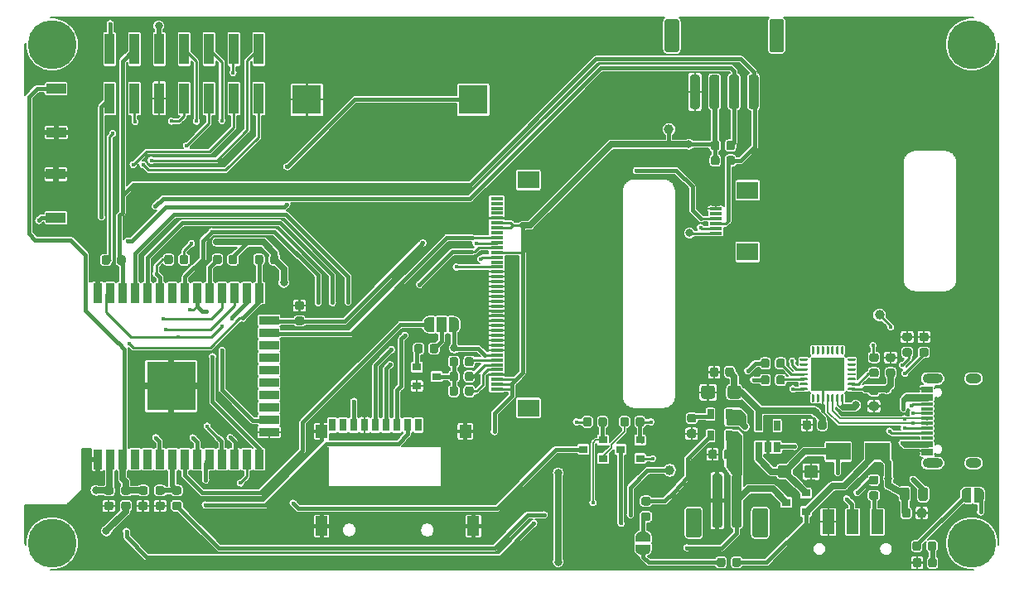
<source format=gtl>
G04 #@! TF.GenerationSoftware,KiCad,Pcbnew,(5.1.6-0)*
G04 #@! TF.CreationDate,2020-12-03T20:50:06+01:00*
G04 #@! TF.ProjectId,ESP32_TFT,45535033-325f-4544-9654-2e6b69636164,rev?*
G04 #@! TF.SameCoordinates,Original*
G04 #@! TF.FileFunction,Copper,L1,Top*
G04 #@! TF.FilePolarity,Positive*
%FSLAX46Y46*%
G04 Gerber Fmt 4.6, Leading zero omitted, Abs format (unit mm)*
G04 Created by KiCad (PCBNEW (5.1.6-0)) date 2020-12-03 20:50:06*
%MOMM*%
%LPD*%
G01*
G04 APERTURE LIST*
G04 #@! TA.AperFunction,SMDPad,CuDef*
%ADD10R,1.250000X2.500000*%
G04 #@! TD*
G04 #@! TA.AperFunction,SMDPad,CuDef*
%ADD11R,1.150000X0.300000*%
G04 #@! TD*
G04 #@! TA.AperFunction,ComponentPad*
%ADD12O,1.600000X1.000000*%
G04 #@! TD*
G04 #@! TA.AperFunction,ComponentPad*
%ADD13O,2.100000X1.000000*%
G04 #@! TD*
G04 #@! TA.AperFunction,SMDPad,CuDef*
%ADD14C,0.100000*%
G04 #@! TD*
G04 #@! TA.AperFunction,SMDPad,CuDef*
%ADD15R,3.000000X3.000000*%
G04 #@! TD*
G04 #@! TA.AperFunction,SMDPad,CuDef*
%ADD16R,1.000000X1.500000*%
G04 #@! TD*
G04 #@! TA.AperFunction,SMDPad,CuDef*
%ADD17R,0.900000X0.800000*%
G04 #@! TD*
G04 #@! TA.AperFunction,SMDPad,CuDef*
%ADD18R,1.000000X3.150000*%
G04 #@! TD*
G04 #@! TA.AperFunction,ComponentPad*
%ADD19C,0.800000*%
G04 #@! TD*
G04 #@! TA.AperFunction,ComponentPad*
%ADD20C,5.000000*%
G04 #@! TD*
G04 #@! TA.AperFunction,SMDPad,CuDef*
%ADD21R,2.200000X1.800000*%
G04 #@! TD*
G04 #@! TA.AperFunction,SMDPad,CuDef*
%ADD22R,1.300000X0.300000*%
G04 #@! TD*
G04 #@! TA.AperFunction,SMDPad,CuDef*
%ADD23R,2.000000X1.050000*%
G04 #@! TD*
G04 #@! TA.AperFunction,SMDPad,CuDef*
%ADD24R,5.000000X5.000000*%
G04 #@! TD*
G04 #@! TA.AperFunction,SMDPad,CuDef*
%ADD25R,0.900000X2.000000*%
G04 #@! TD*
G04 #@! TA.AperFunction,SMDPad,CuDef*
%ADD26R,2.000000X0.900000*%
G04 #@! TD*
G04 #@! TA.AperFunction,SMDPad,CuDef*
%ADD27R,2.500000X1.800000*%
G04 #@! TD*
G04 #@! TA.AperFunction,SMDPad,CuDef*
%ADD28R,3.350000X3.350000*%
G04 #@! TD*
G04 #@! TA.AperFunction,SMDPad,CuDef*
%ADD29R,0.650000X1.060000*%
G04 #@! TD*
G04 #@! TA.AperFunction,SMDPad,CuDef*
%ADD30C,1.000000*%
G04 #@! TD*
G04 #@! TA.AperFunction,SMDPad,CuDef*
%ADD31R,0.700000X1.300000*%
G04 #@! TD*
G04 #@! TA.AperFunction,SMDPad,CuDef*
%ADD32R,1.200000X1.400000*%
G04 #@! TD*
G04 #@! TA.AperFunction,SMDPad,CuDef*
%ADD33R,1.200000X2.000000*%
G04 #@! TD*
G04 #@! TA.AperFunction,ViaPad*
%ADD34C,0.800000*%
G04 #@! TD*
G04 #@! TA.AperFunction,ViaPad*
%ADD35C,0.450000*%
G04 #@! TD*
G04 #@! TA.AperFunction,Conductor*
%ADD36C,0.254000*%
G04 #@! TD*
G04 #@! TA.AperFunction,Conductor*
%ADD37C,0.381000*%
G04 #@! TD*
G04 #@! TA.AperFunction,Conductor*
%ADD38C,0.635000*%
G04 #@! TD*
G04 #@! TA.AperFunction,Conductor*
%ADD39C,0.152400*%
G04 #@! TD*
G04 #@! TA.AperFunction,Conductor*
%ADD40C,0.508000*%
G04 #@! TD*
G04 #@! TA.AperFunction,Conductor*
%ADD41C,0.200000*%
G04 #@! TD*
G04 APERTURE END LIST*
D10*
X125830000Y-88830000D03*
X123330000Y-88830000D03*
X120830000Y-88830000D03*
D11*
X130930000Y-75150000D03*
X130930000Y-75950000D03*
X130930000Y-80750000D03*
X130930000Y-81550000D03*
X130930000Y-81850000D03*
X130930000Y-81050000D03*
X130930000Y-80250000D03*
X130930000Y-79750000D03*
X130930000Y-79250000D03*
X130930000Y-78750000D03*
X130930000Y-78250000D03*
X130930000Y-77750000D03*
X130930000Y-77250000D03*
X130930000Y-76750000D03*
X130930000Y-76250000D03*
X130930000Y-75450000D03*
D12*
X135675000Y-74180000D03*
X135675000Y-82820000D03*
D13*
X131495000Y-74180000D03*
X131495000Y-82820000D03*
G04 #@! TA.AperFunction,SMDPad,CuDef*
G36*
G01*
X108825000Y-50596250D02*
X108825000Y-50083750D01*
G75*
G02*
X109043750Y-49865000I218750J0D01*
G01*
X109481250Y-49865000D01*
G75*
G02*
X109700000Y-50083750I0J-218750D01*
G01*
X109700000Y-50596250D01*
G75*
G02*
X109481250Y-50815000I-218750J0D01*
G01*
X109043750Y-50815000D01*
G75*
G02*
X108825000Y-50596250I0J218750D01*
G01*
G37*
G04 #@! TD.AperFunction*
G04 #@! TA.AperFunction,SMDPad,CuDef*
G36*
G01*
X110400000Y-50596250D02*
X110400000Y-50083750D01*
G75*
G02*
X110618750Y-49865000I218750J0D01*
G01*
X111056250Y-49865000D01*
G75*
G02*
X111275000Y-50083750I0J-218750D01*
G01*
X111275000Y-50596250D01*
G75*
G02*
X111056250Y-50815000I-218750J0D01*
G01*
X110618750Y-50815000D01*
G75*
G02*
X110400000Y-50596250I0J218750D01*
G01*
G37*
G04 #@! TD.AperFunction*
G04 #@! TA.AperFunction,SMDPad,CuDef*
D14*
G36*
X101150602Y-90350000D02*
G01*
X101150602Y-90325466D01*
X101155412Y-90276635D01*
X101164984Y-90228510D01*
X101179228Y-90181555D01*
X101198005Y-90136222D01*
X101221136Y-90092949D01*
X101248396Y-90052150D01*
X101279524Y-90014221D01*
X101314221Y-89979524D01*
X101352150Y-89948396D01*
X101392949Y-89921136D01*
X101436222Y-89898005D01*
X101481555Y-89879228D01*
X101528510Y-89864984D01*
X101576635Y-89855412D01*
X101625466Y-89850602D01*
X101650000Y-89850602D01*
X101650000Y-89850000D01*
X102150000Y-89850000D01*
X102150000Y-89850602D01*
X102174534Y-89850602D01*
X102223365Y-89855412D01*
X102271490Y-89864984D01*
X102318445Y-89879228D01*
X102363778Y-89898005D01*
X102407051Y-89921136D01*
X102447850Y-89948396D01*
X102485779Y-89979524D01*
X102520476Y-90014221D01*
X102551604Y-90052150D01*
X102578864Y-90092949D01*
X102601995Y-90136222D01*
X102620772Y-90181555D01*
X102635016Y-90228510D01*
X102644588Y-90276635D01*
X102649398Y-90325466D01*
X102649398Y-90350000D01*
X102650000Y-90350000D01*
X102650000Y-90850000D01*
X101150000Y-90850000D01*
X101150000Y-90350000D01*
X101150602Y-90350000D01*
G37*
G04 #@! TD.AperFunction*
G04 #@! TA.AperFunction,SMDPad,CuDef*
G36*
X102650000Y-91150000D02*
G01*
X102650000Y-91650000D01*
X102649398Y-91650000D01*
X102649398Y-91674534D01*
X102644588Y-91723365D01*
X102635016Y-91771490D01*
X102620772Y-91818445D01*
X102601995Y-91863778D01*
X102578864Y-91907051D01*
X102551604Y-91947850D01*
X102520476Y-91985779D01*
X102485779Y-92020476D01*
X102447850Y-92051604D01*
X102407051Y-92078864D01*
X102363778Y-92101995D01*
X102318445Y-92120772D01*
X102271490Y-92135016D01*
X102223365Y-92144588D01*
X102174534Y-92149398D01*
X102150000Y-92149398D01*
X102150000Y-92150000D01*
X101650000Y-92150000D01*
X101650000Y-92149398D01*
X101625466Y-92149398D01*
X101576635Y-92144588D01*
X101528510Y-92135016D01*
X101481555Y-92120772D01*
X101436222Y-92101995D01*
X101392949Y-92078864D01*
X101352150Y-92051604D01*
X101314221Y-92020476D01*
X101279524Y-91985779D01*
X101248396Y-91947850D01*
X101221136Y-91907051D01*
X101198005Y-91863778D01*
X101179228Y-91818445D01*
X101164984Y-91771490D01*
X101155412Y-91723365D01*
X101150602Y-91674534D01*
X101150602Y-91650000D01*
X101150000Y-91650000D01*
X101150000Y-91150000D01*
X102650000Y-91150000D01*
G37*
G04 #@! TD.AperFunction*
G04 #@! TA.AperFunction,SMDPad,CuDef*
G36*
X136250000Y-85350602D02*
G01*
X136274534Y-85350602D01*
X136323365Y-85355412D01*
X136371490Y-85364984D01*
X136418445Y-85379228D01*
X136463778Y-85398005D01*
X136507051Y-85421136D01*
X136547850Y-85448396D01*
X136585779Y-85479524D01*
X136620476Y-85514221D01*
X136651604Y-85552150D01*
X136678864Y-85592949D01*
X136701995Y-85636222D01*
X136720772Y-85681555D01*
X136735016Y-85728510D01*
X136744588Y-85776635D01*
X136749398Y-85825466D01*
X136749398Y-85850000D01*
X136750000Y-85850000D01*
X136750000Y-86350000D01*
X136749398Y-86350000D01*
X136749398Y-86374534D01*
X136744588Y-86423365D01*
X136735016Y-86471490D01*
X136720772Y-86518445D01*
X136701995Y-86563778D01*
X136678864Y-86607051D01*
X136651604Y-86647850D01*
X136620476Y-86685779D01*
X136585779Y-86720476D01*
X136547850Y-86751604D01*
X136507051Y-86778864D01*
X136463778Y-86801995D01*
X136418445Y-86820772D01*
X136371490Y-86835016D01*
X136323365Y-86844588D01*
X136274534Y-86849398D01*
X136250000Y-86849398D01*
X136250000Y-86850000D01*
X135750000Y-86850000D01*
X135750000Y-85350000D01*
X136250000Y-85350000D01*
X136250000Y-85350602D01*
G37*
G04 #@! TD.AperFunction*
G04 #@! TA.AperFunction,SMDPad,CuDef*
G36*
X135450000Y-86850000D02*
G01*
X134950000Y-86850000D01*
X134950000Y-86849398D01*
X134925466Y-86849398D01*
X134876635Y-86844588D01*
X134828510Y-86835016D01*
X134781555Y-86820772D01*
X134736222Y-86801995D01*
X134692949Y-86778864D01*
X134652150Y-86751604D01*
X134614221Y-86720476D01*
X134579524Y-86685779D01*
X134548396Y-86647850D01*
X134521136Y-86607051D01*
X134498005Y-86563778D01*
X134479228Y-86518445D01*
X134464984Y-86471490D01*
X134455412Y-86423365D01*
X134450602Y-86374534D01*
X134450602Y-86350000D01*
X134450000Y-86350000D01*
X134450000Y-85850000D01*
X134450602Y-85850000D01*
X134450602Y-85825466D01*
X134455412Y-85776635D01*
X134464984Y-85728510D01*
X134479228Y-85681555D01*
X134498005Y-85636222D01*
X134521136Y-85592949D01*
X134548396Y-85552150D01*
X134579524Y-85514221D01*
X134614221Y-85479524D01*
X134652150Y-85448396D01*
X134692949Y-85421136D01*
X134736222Y-85398005D01*
X134781555Y-85379228D01*
X134828510Y-85364984D01*
X134876635Y-85355412D01*
X134925466Y-85350602D01*
X134950000Y-85350602D01*
X134950000Y-85350000D01*
X135450000Y-85350000D01*
X135450000Y-86850000D01*
G37*
G04 #@! TD.AperFunction*
G04 #@! TA.AperFunction,SMDPad,CuDef*
G36*
G01*
X130343750Y-71050000D02*
X130856250Y-71050000D01*
G75*
G02*
X131075000Y-71268750I0J-218750D01*
G01*
X131075000Y-71706250D01*
G75*
G02*
X130856250Y-71925000I-218750J0D01*
G01*
X130343750Y-71925000D01*
G75*
G02*
X130125000Y-71706250I0J218750D01*
G01*
X130125000Y-71268750D01*
G75*
G02*
X130343750Y-71050000I218750J0D01*
G01*
G37*
G04 #@! TD.AperFunction*
G04 #@! TA.AperFunction,SMDPad,CuDef*
G36*
G01*
X130343750Y-69475000D02*
X130856250Y-69475000D01*
G75*
G02*
X131075000Y-69693750I0J-218750D01*
G01*
X131075000Y-70131250D01*
G75*
G02*
X130856250Y-70350000I-218750J0D01*
G01*
X130343750Y-70350000D01*
G75*
G02*
X130125000Y-70131250I0J218750D01*
G01*
X130125000Y-69693750D01*
G75*
G02*
X130343750Y-69475000I218750J0D01*
G01*
G37*
G04 #@! TD.AperFunction*
G04 #@! TA.AperFunction,SMDPad,CuDef*
G36*
G01*
X128643750Y-71050000D02*
X129156250Y-71050000D01*
G75*
G02*
X129375000Y-71268750I0J-218750D01*
G01*
X129375000Y-71706250D01*
G75*
G02*
X129156250Y-71925000I-218750J0D01*
G01*
X128643750Y-71925000D01*
G75*
G02*
X128425000Y-71706250I0J218750D01*
G01*
X128425000Y-71268750D01*
G75*
G02*
X128643750Y-71050000I218750J0D01*
G01*
G37*
G04 #@! TD.AperFunction*
G04 #@! TA.AperFunction,SMDPad,CuDef*
G36*
G01*
X128643750Y-69475000D02*
X129156250Y-69475000D01*
G75*
G02*
X129375000Y-69693750I0J-218750D01*
G01*
X129375000Y-70131250D01*
G75*
G02*
X129156250Y-70350000I-218750J0D01*
G01*
X128643750Y-70350000D01*
G75*
G02*
X128425000Y-70131250I0J218750D01*
G01*
X128425000Y-69693750D01*
G75*
G02*
X128643750Y-69475000I218750J0D01*
G01*
G37*
G04 #@! TD.AperFunction*
G04 #@! TA.AperFunction,SMDPad,CuDef*
G36*
G01*
X130030000Y-86446250D02*
X130030000Y-85533750D01*
G75*
G02*
X130273750Y-85290000I243750J0D01*
G01*
X130761250Y-85290000D01*
G75*
G02*
X131005000Y-85533750I0J-243750D01*
G01*
X131005000Y-86446250D01*
G75*
G02*
X130761250Y-86690000I-243750J0D01*
G01*
X130273750Y-86690000D01*
G75*
G02*
X130030000Y-86446250I0J243750D01*
G01*
G37*
G04 #@! TD.AperFunction*
G04 #@! TA.AperFunction,SMDPad,CuDef*
G36*
G01*
X128155000Y-86446250D02*
X128155000Y-85533750D01*
G75*
G02*
X128398750Y-85290000I243750J0D01*
G01*
X128886250Y-85290000D01*
G75*
G02*
X129130000Y-85533750I0J-243750D01*
G01*
X129130000Y-86446250D01*
G75*
G02*
X128886250Y-86690000I-243750J0D01*
G01*
X128398750Y-86690000D01*
G75*
G02*
X128155000Y-86446250I0J243750D01*
G01*
G37*
G04 #@! TD.AperFunction*
G04 #@! TA.AperFunction,SMDPad,CuDef*
G36*
G01*
X129940000Y-88176250D02*
X129940000Y-87663750D01*
G75*
G02*
X130158750Y-87445000I218750J0D01*
G01*
X130596250Y-87445000D01*
G75*
G02*
X130815000Y-87663750I0J-218750D01*
G01*
X130815000Y-88176250D01*
G75*
G02*
X130596250Y-88395000I-218750J0D01*
G01*
X130158750Y-88395000D01*
G75*
G02*
X129940000Y-88176250I0J218750D01*
G01*
G37*
G04 #@! TD.AperFunction*
G04 #@! TA.AperFunction,SMDPad,CuDef*
G36*
G01*
X128365000Y-88176250D02*
X128365000Y-87663750D01*
G75*
G02*
X128583750Y-87445000I218750J0D01*
G01*
X129021250Y-87445000D01*
G75*
G02*
X129240000Y-87663750I0J-218750D01*
G01*
X129240000Y-88176250D01*
G75*
G02*
X129021250Y-88395000I-218750J0D01*
G01*
X128583750Y-88395000D01*
G75*
G02*
X128365000Y-88176250I0J218750D01*
G01*
G37*
G04 #@! TD.AperFunction*
D15*
X84550000Y-45650000D03*
X67550000Y-45650000D03*
D16*
X81300000Y-68650000D03*
G04 #@! TA.AperFunction,SMDPad,CuDef*
D14*
G36*
X82600000Y-67900602D02*
G01*
X82624534Y-67900602D01*
X82673365Y-67905412D01*
X82721490Y-67914984D01*
X82768445Y-67929228D01*
X82813778Y-67948005D01*
X82857051Y-67971136D01*
X82897850Y-67998396D01*
X82935779Y-68029524D01*
X82970476Y-68064221D01*
X83001604Y-68102150D01*
X83028864Y-68142949D01*
X83051995Y-68186222D01*
X83070772Y-68231555D01*
X83085016Y-68278510D01*
X83094588Y-68326635D01*
X83099398Y-68375466D01*
X83099398Y-68400000D01*
X83100000Y-68400000D01*
X83100000Y-68900000D01*
X83099398Y-68900000D01*
X83099398Y-68924534D01*
X83094588Y-68973365D01*
X83085016Y-69021490D01*
X83070772Y-69068445D01*
X83051995Y-69113778D01*
X83028864Y-69157051D01*
X83001604Y-69197850D01*
X82970476Y-69235779D01*
X82935779Y-69270476D01*
X82897850Y-69301604D01*
X82857051Y-69328864D01*
X82813778Y-69351995D01*
X82768445Y-69370772D01*
X82721490Y-69385016D01*
X82673365Y-69394588D01*
X82624534Y-69399398D01*
X82600000Y-69399398D01*
X82600000Y-69400000D01*
X82050000Y-69400000D01*
X82050000Y-67900000D01*
X82600000Y-67900000D01*
X82600000Y-67900602D01*
G37*
G04 #@! TD.AperFunction*
G04 #@! TA.AperFunction,SMDPad,CuDef*
G36*
X80550000Y-69400000D02*
G01*
X80000000Y-69400000D01*
X80000000Y-69399398D01*
X79975466Y-69399398D01*
X79926635Y-69394588D01*
X79878510Y-69385016D01*
X79831555Y-69370772D01*
X79786222Y-69351995D01*
X79742949Y-69328864D01*
X79702150Y-69301604D01*
X79664221Y-69270476D01*
X79629524Y-69235779D01*
X79598396Y-69197850D01*
X79571136Y-69157051D01*
X79548005Y-69113778D01*
X79529228Y-69068445D01*
X79514984Y-69021490D01*
X79505412Y-68973365D01*
X79500602Y-68924534D01*
X79500602Y-68900000D01*
X79500000Y-68900000D01*
X79500000Y-68400000D01*
X79500602Y-68400000D01*
X79500602Y-68375466D01*
X79505412Y-68326635D01*
X79514984Y-68278510D01*
X79529228Y-68231555D01*
X79548005Y-68186222D01*
X79571136Y-68142949D01*
X79598396Y-68102150D01*
X79629524Y-68064221D01*
X79664221Y-68029524D01*
X79702150Y-67998396D01*
X79742949Y-67971136D01*
X79786222Y-67948005D01*
X79831555Y-67929228D01*
X79878510Y-67914984D01*
X79926635Y-67905412D01*
X79975466Y-67900602D01*
X80000000Y-67900602D01*
X80000000Y-67900000D01*
X80550000Y-67900000D01*
X80550000Y-69400000D01*
G37*
G04 #@! TD.AperFunction*
G04 #@! TA.AperFunction,SMDPad,CuDef*
G36*
G01*
X58850000Y-61743750D02*
X58850000Y-62256250D01*
G75*
G02*
X58631250Y-62475000I-218750J0D01*
G01*
X58193750Y-62475000D01*
G75*
G02*
X57975000Y-62256250I0J218750D01*
G01*
X57975000Y-61743750D01*
G75*
G02*
X58193750Y-61525000I218750J0D01*
G01*
X58631250Y-61525000D01*
G75*
G02*
X58850000Y-61743750I0J-218750D01*
G01*
G37*
G04 #@! TD.AperFunction*
G04 #@! TA.AperFunction,SMDPad,CuDef*
G36*
G01*
X60425000Y-61743750D02*
X60425000Y-62256250D01*
G75*
G02*
X60206250Y-62475000I-218750J0D01*
G01*
X59768750Y-62475000D01*
G75*
G02*
X59550000Y-62256250I0J218750D01*
G01*
X59550000Y-61743750D01*
G75*
G02*
X59768750Y-61525000I218750J0D01*
G01*
X60206250Y-61525000D01*
G75*
G02*
X60425000Y-61743750I0J-218750D01*
G01*
G37*
G04 #@! TD.AperFunction*
G04 #@! TA.AperFunction,SMDPad,CuDef*
G36*
G01*
X131000000Y-91556250D02*
X131000000Y-91043750D01*
G75*
G02*
X131218750Y-90825000I218750J0D01*
G01*
X131656250Y-90825000D01*
G75*
G02*
X131875000Y-91043750I0J-218750D01*
G01*
X131875000Y-91556250D01*
G75*
G02*
X131656250Y-91775000I-218750J0D01*
G01*
X131218750Y-91775000D01*
G75*
G02*
X131000000Y-91556250I0J218750D01*
G01*
G37*
G04 #@! TD.AperFunction*
G04 #@! TA.AperFunction,SMDPad,CuDef*
G36*
G01*
X129425000Y-91556250D02*
X129425000Y-91043750D01*
G75*
G02*
X129643750Y-90825000I218750J0D01*
G01*
X130081250Y-90825000D01*
G75*
G02*
X130300000Y-91043750I0J-218750D01*
G01*
X130300000Y-91556250D01*
G75*
G02*
X130081250Y-91775000I-218750J0D01*
G01*
X129643750Y-91775000D01*
G75*
G02*
X129425000Y-91556250I0J218750D01*
G01*
G37*
G04 #@! TD.AperFunction*
G04 #@! TA.AperFunction,SMDPad,CuDef*
G36*
G01*
X83700000Y-75706250D02*
X83700000Y-75193750D01*
G75*
G02*
X83918750Y-74975000I218750J0D01*
G01*
X84356250Y-74975000D01*
G75*
G02*
X84575000Y-75193750I0J-218750D01*
G01*
X84575000Y-75706250D01*
G75*
G02*
X84356250Y-75925000I-218750J0D01*
G01*
X83918750Y-75925000D01*
G75*
G02*
X83700000Y-75706250I0J218750D01*
G01*
G37*
G04 #@! TD.AperFunction*
G04 #@! TA.AperFunction,SMDPad,CuDef*
G36*
G01*
X82125000Y-75706250D02*
X82125000Y-75193750D01*
G75*
G02*
X82343750Y-74975000I218750J0D01*
G01*
X82781250Y-74975000D01*
G75*
G02*
X83000000Y-75193750I0J-218750D01*
G01*
X83000000Y-75706250D01*
G75*
G02*
X82781250Y-75925000I-218750J0D01*
G01*
X82343750Y-75925000D01*
G75*
G02*
X82125000Y-75706250I0J218750D01*
G01*
G37*
G04 #@! TD.AperFunction*
G04 #@! TA.AperFunction,SMDPad,CuDef*
G36*
G01*
X83700000Y-74206250D02*
X83700000Y-73693750D01*
G75*
G02*
X83918750Y-73475000I218750J0D01*
G01*
X84356250Y-73475000D01*
G75*
G02*
X84575000Y-73693750I0J-218750D01*
G01*
X84575000Y-74206250D01*
G75*
G02*
X84356250Y-74425000I-218750J0D01*
G01*
X83918750Y-74425000D01*
G75*
G02*
X83700000Y-74206250I0J218750D01*
G01*
G37*
G04 #@! TD.AperFunction*
G04 #@! TA.AperFunction,SMDPad,CuDef*
G36*
G01*
X82125000Y-74206250D02*
X82125000Y-73693750D01*
G75*
G02*
X82343750Y-73475000I218750J0D01*
G01*
X82781250Y-73475000D01*
G75*
G02*
X83000000Y-73693750I0J-218750D01*
G01*
X83000000Y-74206250D01*
G75*
G02*
X82781250Y-74425000I-218750J0D01*
G01*
X82343750Y-74425000D01*
G75*
G02*
X82125000Y-74206250I0J218750D01*
G01*
G37*
G04 #@! TD.AperFunction*
G04 #@! TA.AperFunction,SMDPad,CuDef*
G36*
G01*
X83700000Y-72706250D02*
X83700000Y-72193750D01*
G75*
G02*
X83918750Y-71975000I218750J0D01*
G01*
X84356250Y-71975000D01*
G75*
G02*
X84575000Y-72193750I0J-218750D01*
G01*
X84575000Y-72706250D01*
G75*
G02*
X84356250Y-72925000I-218750J0D01*
G01*
X83918750Y-72925000D01*
G75*
G02*
X83700000Y-72706250I0J218750D01*
G01*
G37*
G04 #@! TD.AperFunction*
G04 #@! TA.AperFunction,SMDPad,CuDef*
G36*
G01*
X82125000Y-72706250D02*
X82125000Y-72193750D01*
G75*
G02*
X82343750Y-71975000I218750J0D01*
G01*
X82781250Y-71975000D01*
G75*
G02*
X83000000Y-72193750I0J-218750D01*
G01*
X83000000Y-72706250D01*
G75*
G02*
X82781250Y-72925000I-218750J0D01*
G01*
X82343750Y-72925000D01*
G75*
G02*
X82125000Y-72706250I0J218750D01*
G01*
G37*
G04 #@! TD.AperFunction*
G04 #@! TA.AperFunction,SMDPad,CuDef*
G36*
G01*
X79400000Y-70843750D02*
X79400000Y-71356250D01*
G75*
G02*
X79181250Y-71575000I-218750J0D01*
G01*
X78743750Y-71575000D01*
G75*
G02*
X78525000Y-71356250I0J218750D01*
G01*
X78525000Y-70843750D01*
G75*
G02*
X78743750Y-70625000I218750J0D01*
G01*
X79181250Y-70625000D01*
G75*
G02*
X79400000Y-70843750I0J-218750D01*
G01*
G37*
G04 #@! TD.AperFunction*
G04 #@! TA.AperFunction,SMDPad,CuDef*
G36*
G01*
X80975000Y-70843750D02*
X80975000Y-71356250D01*
G75*
G02*
X80756250Y-71575000I-218750J0D01*
G01*
X80318750Y-71575000D01*
G75*
G02*
X80100000Y-71356250I0J218750D01*
G01*
X80100000Y-70843750D01*
G75*
G02*
X80318750Y-70625000I218750J0D01*
G01*
X80756250Y-70625000D01*
G75*
G02*
X80975000Y-70843750I0J-218750D01*
G01*
G37*
G04 #@! TD.AperFunction*
G04 #@! TA.AperFunction,SMDPad,CuDef*
G36*
G01*
X48150000Y-62306250D02*
X48150000Y-61793750D01*
G75*
G02*
X48368750Y-61575000I218750J0D01*
G01*
X48806250Y-61575000D01*
G75*
G02*
X49025000Y-61793750I0J-218750D01*
G01*
X49025000Y-62306250D01*
G75*
G02*
X48806250Y-62525000I-218750J0D01*
G01*
X48368750Y-62525000D01*
G75*
G02*
X48150000Y-62306250I0J218750D01*
G01*
G37*
G04 #@! TD.AperFunction*
G04 #@! TA.AperFunction,SMDPad,CuDef*
G36*
G01*
X46575000Y-62306250D02*
X46575000Y-61793750D01*
G75*
G02*
X46793750Y-61575000I218750J0D01*
G01*
X47231250Y-61575000D01*
G75*
G02*
X47450000Y-61793750I0J-218750D01*
G01*
X47450000Y-62306250D01*
G75*
G02*
X47231250Y-62525000I-218750J0D01*
G01*
X46793750Y-62525000D01*
G75*
G02*
X46575000Y-62306250I0J218750D01*
G01*
G37*
G04 #@! TD.AperFunction*
G04 #@! TA.AperFunction,SMDPad,CuDef*
G36*
G01*
X53850000Y-61743750D02*
X53850000Y-62256250D01*
G75*
G02*
X53631250Y-62475000I-218750J0D01*
G01*
X53193750Y-62475000D01*
G75*
G02*
X52975000Y-62256250I0J218750D01*
G01*
X52975000Y-61743750D01*
G75*
G02*
X53193750Y-61525000I218750J0D01*
G01*
X53631250Y-61525000D01*
G75*
G02*
X53850000Y-61743750I0J-218750D01*
G01*
G37*
G04 #@! TD.AperFunction*
G04 #@! TA.AperFunction,SMDPad,CuDef*
G36*
G01*
X55425000Y-61743750D02*
X55425000Y-62256250D01*
G75*
G02*
X55206250Y-62475000I-218750J0D01*
G01*
X54768750Y-62475000D01*
G75*
G02*
X54550000Y-62256250I0J218750D01*
G01*
X54550000Y-61743750D01*
G75*
G02*
X54768750Y-61525000I218750J0D01*
G01*
X55206250Y-61525000D01*
G75*
G02*
X55425000Y-61743750I0J-218750D01*
G01*
G37*
G04 #@! TD.AperFunction*
D17*
X80800000Y-73950000D03*
X78800000Y-74900000D03*
X78800000Y-73000000D03*
D18*
X62620000Y-40475000D03*
X62620000Y-45525000D03*
X60080000Y-40475000D03*
X60080000Y-45525000D03*
X57540000Y-40475000D03*
X57540000Y-45525000D03*
X55000000Y-40475000D03*
X55000000Y-45525000D03*
X52460000Y-40475000D03*
X52460000Y-45525000D03*
X49920000Y-40475000D03*
X49920000Y-45525000D03*
X47380000Y-40475000D03*
X47380000Y-45525000D03*
G04 #@! TA.AperFunction,SMDPad,CuDef*
G36*
G01*
X131050000Y-93256250D02*
X131050000Y-92743750D01*
G75*
G02*
X131268750Y-92525000I218750J0D01*
G01*
X131706250Y-92525000D01*
G75*
G02*
X131925000Y-92743750I0J-218750D01*
G01*
X131925000Y-93256250D01*
G75*
G02*
X131706250Y-93475000I-218750J0D01*
G01*
X131268750Y-93475000D01*
G75*
G02*
X131050000Y-93256250I0J218750D01*
G01*
G37*
G04 #@! TD.AperFunction*
G04 #@! TA.AperFunction,SMDPad,CuDef*
G36*
G01*
X129475000Y-93256250D02*
X129475000Y-92743750D01*
G75*
G02*
X129693750Y-92525000I218750J0D01*
G01*
X130131250Y-92525000D01*
G75*
G02*
X130350000Y-92743750I0J-218750D01*
G01*
X130350000Y-93256250D01*
G75*
G02*
X130131250Y-93475000I-218750J0D01*
G01*
X129693750Y-93475000D01*
G75*
G02*
X129475000Y-93256250I0J218750D01*
G01*
G37*
G04 #@! TD.AperFunction*
D19*
X42825825Y-38674175D03*
X41500000Y-38125000D03*
X40174175Y-38674175D03*
X39625000Y-40000000D03*
X40174175Y-41325825D03*
X41500000Y-41875000D03*
X42825825Y-41325825D03*
X43375000Y-40000000D03*
D20*
X41500000Y-40000000D03*
D19*
X42825825Y-89674175D03*
X41500000Y-89125000D03*
X40174175Y-89674175D03*
X39625000Y-91000000D03*
X40174175Y-92325825D03*
X41500000Y-92875000D03*
X42825825Y-92325825D03*
X43375000Y-91000000D03*
D20*
X41500000Y-91000000D03*
D19*
X136825825Y-38674175D03*
X135500000Y-38125000D03*
X134174175Y-38674175D03*
X133625000Y-40000000D03*
X134174175Y-41325825D03*
X135500000Y-41875000D03*
X136825825Y-41325825D03*
X137375000Y-40000000D03*
D20*
X135500000Y-40000000D03*
D19*
X136825825Y-89674175D03*
X135500000Y-89125000D03*
X134174175Y-89674175D03*
X133625000Y-91000000D03*
X134174175Y-92325825D03*
X135500000Y-92875000D03*
X136825825Y-92325825D03*
X137375000Y-91000000D03*
D20*
X135500000Y-91000000D03*
G04 #@! TA.AperFunction,SMDPad,CuDef*
G36*
G01*
X111980000Y-84170000D02*
X111980000Y-89170000D01*
G75*
G02*
X111730000Y-89420000I-250000J0D01*
G01*
X111230000Y-89420000D01*
G75*
G02*
X110980000Y-89170000I0J250000D01*
G01*
X110980000Y-84170000D01*
G75*
G02*
X111230000Y-83920000I250000J0D01*
G01*
X111730000Y-83920000D01*
G75*
G02*
X111980000Y-84170000I0J-250000D01*
G01*
G37*
G04 #@! TD.AperFunction*
G04 #@! TA.AperFunction,SMDPad,CuDef*
G36*
G01*
X109980000Y-84170001D02*
X109980000Y-89169999D01*
G75*
G02*
X109730000Y-89419999I-250000J0D01*
G01*
X109230000Y-89419999D01*
G75*
G02*
X108980000Y-89169999I0J250000D01*
G01*
X108980000Y-84170001D01*
G75*
G02*
X109230000Y-83920001I250000J0D01*
G01*
X109730000Y-83920001D01*
G75*
G02*
X109980000Y-84170001I0J-250000D01*
G01*
G37*
G04 #@! TD.AperFunction*
G04 #@! TA.AperFunction,SMDPad,CuDef*
G36*
G01*
X114680000Y-87670000D02*
X114680000Y-90170000D01*
G75*
G02*
X114430000Y-90420000I-250000J0D01*
G01*
X113330000Y-90420000D01*
G75*
G02*
X113080000Y-90170000I0J250000D01*
G01*
X113080000Y-87670000D01*
G75*
G02*
X113330000Y-87420000I250000J0D01*
G01*
X114430000Y-87420000D01*
G75*
G02*
X114680000Y-87670000I0J-250000D01*
G01*
G37*
G04 #@! TD.AperFunction*
G04 #@! TA.AperFunction,SMDPad,CuDef*
G36*
G01*
X107880000Y-87670000D02*
X107880000Y-90170000D01*
G75*
G02*
X107630000Y-90420000I-250000J0D01*
G01*
X106530000Y-90420000D01*
G75*
G02*
X106280000Y-90170000I0J250000D01*
G01*
X106280000Y-87670000D01*
G75*
G02*
X106530000Y-87420000I250000J0D01*
G01*
X107630000Y-87420000D01*
G75*
G02*
X107880000Y-87670000I0J-250000D01*
G01*
G37*
G04 #@! TD.AperFunction*
G04 #@! TA.AperFunction,SMDPad,CuDef*
G36*
G01*
X119080000Y-78653750D02*
X119080000Y-79166250D01*
G75*
G02*
X118861250Y-79385000I-218750J0D01*
G01*
X118423750Y-79385000D01*
G75*
G02*
X118205000Y-79166250I0J218750D01*
G01*
X118205000Y-78653750D01*
G75*
G02*
X118423750Y-78435000I218750J0D01*
G01*
X118861250Y-78435000D01*
G75*
G02*
X119080000Y-78653750I0J-218750D01*
G01*
G37*
G04 #@! TD.AperFunction*
G04 #@! TA.AperFunction,SMDPad,CuDef*
G36*
G01*
X120655000Y-78653750D02*
X120655000Y-79166250D01*
G75*
G02*
X120436250Y-79385000I-218750J0D01*
G01*
X119998750Y-79385000D01*
G75*
G02*
X119780000Y-79166250I0J218750D01*
G01*
X119780000Y-78653750D01*
G75*
G02*
X119998750Y-78435000I218750J0D01*
G01*
X120436250Y-78435000D01*
G75*
G02*
X120655000Y-78653750I0J-218750D01*
G01*
G37*
G04 #@! TD.AperFunction*
D21*
X90200000Y-53860000D03*
X90200000Y-77160000D03*
D22*
X86950000Y-75260000D03*
X86950000Y-74760000D03*
X86950000Y-74260000D03*
X86950000Y-73760000D03*
X86950000Y-73260000D03*
X86950000Y-72760000D03*
X86950000Y-72260000D03*
X86950000Y-71760000D03*
X86950000Y-71260000D03*
X86950000Y-70760000D03*
X86950000Y-70260000D03*
X86950000Y-69760000D03*
X86950000Y-69260000D03*
X86950000Y-68760000D03*
X86950000Y-68260000D03*
X86950000Y-67760000D03*
X86950000Y-67260000D03*
X86950000Y-66760000D03*
X86950000Y-66260000D03*
X86950000Y-65760000D03*
X86950000Y-65260000D03*
X86950000Y-64760000D03*
X86950000Y-64260000D03*
X86950000Y-63760000D03*
X86950000Y-63260000D03*
X86950000Y-62760000D03*
X86950000Y-62260000D03*
X86950000Y-61760000D03*
X86950000Y-61260000D03*
X86950000Y-60760000D03*
X86950000Y-60260000D03*
X86950000Y-59760000D03*
X86950000Y-59260000D03*
X86950000Y-58760000D03*
X86950000Y-58260000D03*
X86950000Y-57760000D03*
X86950000Y-57260000D03*
X86950000Y-56760000D03*
X86950000Y-56260000D03*
X86950000Y-55760000D03*
D23*
X41900000Y-53275000D03*
X41900000Y-57725000D03*
X41930000Y-49000000D03*
X41930000Y-44550000D03*
D24*
X53675000Y-74930000D03*
D25*
X46175000Y-82430000D03*
X47445000Y-82430000D03*
X48715000Y-82430000D03*
X49985000Y-82430000D03*
X51255000Y-82430000D03*
X52525000Y-82430000D03*
X53795000Y-82430000D03*
X55065000Y-82430000D03*
X56335000Y-82430000D03*
X57605000Y-82430000D03*
X58875000Y-82430000D03*
X60145000Y-82430000D03*
X61415000Y-82430000D03*
X62685000Y-82430000D03*
D26*
X63685000Y-79645000D03*
X63685000Y-78375000D03*
X63685000Y-77105000D03*
X63685000Y-75835000D03*
X63685000Y-74565000D03*
X63685000Y-73295000D03*
X63685000Y-72025000D03*
X63685000Y-70755000D03*
X63685000Y-69485000D03*
X63685000Y-68215000D03*
D25*
X62685000Y-65430000D03*
X61415000Y-65430000D03*
X60145000Y-65430000D03*
X58875000Y-65430000D03*
X57605000Y-65430000D03*
X56335000Y-65430000D03*
X55065000Y-65430000D03*
X53795000Y-65430000D03*
X52525000Y-65430000D03*
X51255000Y-65430000D03*
X49985000Y-65430000D03*
X48715000Y-65430000D03*
X47445000Y-65430000D03*
X46175000Y-65430000D03*
G04 #@! TA.AperFunction,SMDPad,CuDef*
G36*
G01*
X125243750Y-74975000D02*
X125756250Y-74975000D01*
G75*
G02*
X125975000Y-75193750I0J-218750D01*
G01*
X125975000Y-75631250D01*
G75*
G02*
X125756250Y-75850000I-218750J0D01*
G01*
X125243750Y-75850000D01*
G75*
G02*
X125025000Y-75631250I0J218750D01*
G01*
X125025000Y-75193750D01*
G75*
G02*
X125243750Y-74975000I218750J0D01*
G01*
G37*
G04 #@! TD.AperFunction*
G04 #@! TA.AperFunction,SMDPad,CuDef*
G36*
G01*
X125243750Y-76550000D02*
X125756250Y-76550000D01*
G75*
G02*
X125975000Y-76768750I0J-218750D01*
G01*
X125975000Y-77206250D01*
G75*
G02*
X125756250Y-77425000I-218750J0D01*
G01*
X125243750Y-77425000D01*
G75*
G02*
X125025000Y-77206250I0J218750D01*
G01*
X125025000Y-76768750D01*
G75*
G02*
X125243750Y-76550000I218750J0D01*
G01*
G37*
G04 #@! TD.AperFunction*
G04 #@! TA.AperFunction,SMDPad,CuDef*
G36*
G01*
X118380000Y-84105001D02*
X118380000Y-83254999D01*
G75*
G02*
X118629999Y-83005000I249999J0D01*
G01*
X119530001Y-83005000D01*
G75*
G02*
X119780000Y-83254999I0J-249999D01*
G01*
X119780000Y-84105001D01*
G75*
G02*
X119530001Y-84355000I-249999J0D01*
G01*
X118629999Y-84355000D01*
G75*
G02*
X118380000Y-84105001I0J249999D01*
G01*
G37*
G04 #@! TD.AperFunction*
G04 #@! TA.AperFunction,SMDPad,CuDef*
G36*
G01*
X115680000Y-84105001D02*
X115680000Y-83254999D01*
G75*
G02*
X115929999Y-83005000I249999J0D01*
G01*
X116830001Y-83005000D01*
G75*
G02*
X117080000Y-83254999I0J-249999D01*
G01*
X117080000Y-84105001D01*
G75*
G02*
X116830001Y-84355000I-249999J0D01*
G01*
X115929999Y-84355000D01*
G75*
G02*
X115680000Y-84105001I0J249999D01*
G01*
G37*
G04 #@! TD.AperFunction*
G04 #@! TA.AperFunction,SMDPad,CuDef*
G36*
G01*
X111940000Y-75144999D02*
X111940000Y-75995001D01*
G75*
G02*
X111690001Y-76245000I-249999J0D01*
G01*
X110789999Y-76245000D01*
G75*
G02*
X110540000Y-75995001I0J249999D01*
G01*
X110540000Y-75144999D01*
G75*
G02*
X110789999Y-74895000I249999J0D01*
G01*
X111690001Y-74895000D01*
G75*
G02*
X111940000Y-75144999I0J-249999D01*
G01*
G37*
G04 #@! TD.AperFunction*
G04 #@! TA.AperFunction,SMDPad,CuDef*
G36*
G01*
X109240000Y-75144999D02*
X109240000Y-75995001D01*
G75*
G02*
X108990001Y-76245000I-249999J0D01*
G01*
X108089999Y-76245000D01*
G75*
G02*
X107840000Y-75995001I0J249999D01*
G01*
X107840000Y-75144999D01*
G75*
G02*
X108089999Y-74895000I249999J0D01*
G01*
X108990001Y-74895000D01*
G75*
G02*
X109240000Y-75144999I0J-249999D01*
G01*
G37*
G04 #@! TD.AperFunction*
G04 #@! TA.AperFunction,SMDPad,CuDef*
G36*
G01*
X47043750Y-85175000D02*
X47556250Y-85175000D01*
G75*
G02*
X47775000Y-85393750I0J-218750D01*
G01*
X47775000Y-85831250D01*
G75*
G02*
X47556250Y-86050000I-218750J0D01*
G01*
X47043750Y-86050000D01*
G75*
G02*
X46825000Y-85831250I0J218750D01*
G01*
X46825000Y-85393750D01*
G75*
G02*
X47043750Y-85175000I218750J0D01*
G01*
G37*
G04 #@! TD.AperFunction*
G04 #@! TA.AperFunction,SMDPad,CuDef*
G36*
G01*
X47043750Y-86750000D02*
X47556250Y-86750000D01*
G75*
G02*
X47775000Y-86968750I0J-218750D01*
G01*
X47775000Y-87406250D01*
G75*
G02*
X47556250Y-87625000I-218750J0D01*
G01*
X47043750Y-87625000D01*
G75*
G02*
X46825000Y-87406250I0J218750D01*
G01*
X46825000Y-86968750D01*
G75*
G02*
X47043750Y-86750000I218750J0D01*
G01*
G37*
G04 #@! TD.AperFunction*
G04 #@! TA.AperFunction,SMDPad,CuDef*
G36*
G01*
X111185000Y-73253750D02*
X111185000Y-73766250D01*
G75*
G02*
X110966250Y-73985000I-218750J0D01*
G01*
X110528750Y-73985000D01*
G75*
G02*
X110310000Y-73766250I0J218750D01*
G01*
X110310000Y-73253750D01*
G75*
G02*
X110528750Y-73035000I218750J0D01*
G01*
X110966250Y-73035000D01*
G75*
G02*
X111185000Y-73253750I0J-218750D01*
G01*
G37*
G04 #@! TD.AperFunction*
G04 #@! TA.AperFunction,SMDPad,CuDef*
G36*
G01*
X109610000Y-73253750D02*
X109610000Y-73766250D01*
G75*
G02*
X109391250Y-73985000I-218750J0D01*
G01*
X108953750Y-73985000D01*
G75*
G02*
X108735000Y-73766250I0J218750D01*
G01*
X108735000Y-73253750D01*
G75*
G02*
X108953750Y-73035000I218750J0D01*
G01*
X109391250Y-73035000D01*
G75*
G02*
X109610000Y-73253750I0J-218750D01*
G01*
G37*
G04 #@! TD.AperFunction*
G04 #@! TA.AperFunction,SMDPad,CuDef*
G36*
G01*
X50543750Y-85175000D02*
X51056250Y-85175000D01*
G75*
G02*
X51275000Y-85393750I0J-218750D01*
G01*
X51275000Y-85831250D01*
G75*
G02*
X51056250Y-86050000I-218750J0D01*
G01*
X50543750Y-86050000D01*
G75*
G02*
X50325000Y-85831250I0J218750D01*
G01*
X50325000Y-85393750D01*
G75*
G02*
X50543750Y-85175000I218750J0D01*
G01*
G37*
G04 #@! TD.AperFunction*
G04 #@! TA.AperFunction,SMDPad,CuDef*
G36*
G01*
X50543750Y-86750000D02*
X51056250Y-86750000D01*
G75*
G02*
X51275000Y-86968750I0J-218750D01*
G01*
X51275000Y-87406250D01*
G75*
G02*
X51056250Y-87625000I-218750J0D01*
G01*
X50543750Y-87625000D01*
G75*
G02*
X50325000Y-87406250I0J218750D01*
G01*
X50325000Y-86968750D01*
G75*
G02*
X50543750Y-86750000I218750J0D01*
G01*
G37*
G04 #@! TD.AperFunction*
G04 #@! TA.AperFunction,SMDPad,CuDef*
G36*
G01*
X109450000Y-81663750D02*
X109450000Y-82176250D01*
G75*
G02*
X109231250Y-82395000I-218750J0D01*
G01*
X108793750Y-82395000D01*
G75*
G02*
X108575000Y-82176250I0J218750D01*
G01*
X108575000Y-81663750D01*
G75*
G02*
X108793750Y-81445000I218750J0D01*
G01*
X109231250Y-81445000D01*
G75*
G02*
X109450000Y-81663750I0J-218750D01*
G01*
G37*
G04 #@! TD.AperFunction*
G04 #@! TA.AperFunction,SMDPad,CuDef*
G36*
G01*
X111025000Y-81663750D02*
X111025000Y-82176250D01*
G75*
G02*
X110806250Y-82395000I-218750J0D01*
G01*
X110368750Y-82395000D01*
G75*
G02*
X110150000Y-82176250I0J218750D01*
G01*
X110150000Y-81663750D01*
G75*
G02*
X110368750Y-81445000I218750J0D01*
G01*
X110806250Y-81445000D01*
G75*
G02*
X111025000Y-81663750I0J-218750D01*
G01*
G37*
G04 #@! TD.AperFunction*
D27*
X121850000Y-81630000D03*
X125850000Y-81630000D03*
G04 #@! TA.AperFunction,SMDPad,CuDef*
G36*
G01*
X109445000Y-93216250D02*
X109445000Y-92703750D01*
G75*
G02*
X109663750Y-92485000I218750J0D01*
G01*
X110101250Y-92485000D01*
G75*
G02*
X110320000Y-92703750I0J-218750D01*
G01*
X110320000Y-93216250D01*
G75*
G02*
X110101250Y-93435000I-218750J0D01*
G01*
X109663750Y-93435000D01*
G75*
G02*
X109445000Y-93216250I0J218750D01*
G01*
G37*
G04 #@! TD.AperFunction*
G04 #@! TA.AperFunction,SMDPad,CuDef*
G36*
G01*
X111020000Y-93216250D02*
X111020000Y-92703750D01*
G75*
G02*
X111238750Y-92485000I218750J0D01*
G01*
X111676250Y-92485000D01*
G75*
G02*
X111895000Y-92703750I0J-218750D01*
G01*
X111895000Y-93216250D01*
G75*
G02*
X111676250Y-93435000I-218750J0D01*
G01*
X111238750Y-93435000D01*
G75*
G02*
X111020000Y-93216250I0J218750D01*
G01*
G37*
G04 #@! TD.AperFunction*
D21*
X112580000Y-54920000D03*
X112580000Y-61220000D03*
D22*
X109330000Y-59320000D03*
X109330000Y-58820000D03*
X109330000Y-58320000D03*
X109330000Y-57820000D03*
X109330000Y-57320000D03*
X109330000Y-56820000D03*
D17*
X99600000Y-81400000D03*
X101600000Y-80450000D03*
X101600000Y-82350000D03*
X97800000Y-82350000D03*
X97800000Y-80450000D03*
X95800000Y-81400000D03*
X118530000Y-87770000D03*
X118530000Y-85870000D03*
X116530000Y-86820000D03*
G04 #@! TA.AperFunction,SMDPad,CuDef*
G36*
G01*
X125243750Y-71575000D02*
X125756250Y-71575000D01*
G75*
G02*
X125975000Y-71793750I0J-218750D01*
G01*
X125975000Y-72231250D01*
G75*
G02*
X125756250Y-72450000I-218750J0D01*
G01*
X125243750Y-72450000D01*
G75*
G02*
X125025000Y-72231250I0J218750D01*
G01*
X125025000Y-71793750D01*
G75*
G02*
X125243750Y-71575000I218750J0D01*
G01*
G37*
G04 #@! TD.AperFunction*
G04 #@! TA.AperFunction,SMDPad,CuDef*
G36*
G01*
X125243750Y-73150000D02*
X125756250Y-73150000D01*
G75*
G02*
X125975000Y-73368750I0J-218750D01*
G01*
X125975000Y-73806250D01*
G75*
G02*
X125756250Y-74025000I-218750J0D01*
G01*
X125243750Y-74025000D01*
G75*
G02*
X125025000Y-73806250I0J218750D01*
G01*
X125025000Y-73368750D01*
G75*
G02*
X125243750Y-73150000I218750J0D01*
G01*
G37*
G04 #@! TD.AperFunction*
G04 #@! TA.AperFunction,SMDPad,CuDef*
G36*
G01*
X127456250Y-72450000D02*
X126943750Y-72450000D01*
G75*
G02*
X126725000Y-72231250I0J218750D01*
G01*
X126725000Y-71793750D01*
G75*
G02*
X126943750Y-71575000I218750J0D01*
G01*
X127456250Y-71575000D01*
G75*
G02*
X127675000Y-71793750I0J-218750D01*
G01*
X127675000Y-72231250D01*
G75*
G02*
X127456250Y-72450000I-218750J0D01*
G01*
G37*
G04 #@! TD.AperFunction*
G04 #@! TA.AperFunction,SMDPad,CuDef*
G36*
G01*
X127456250Y-74025000D02*
X126943750Y-74025000D01*
G75*
G02*
X126725000Y-73806250I0J218750D01*
G01*
X126725000Y-73368750D01*
G75*
G02*
X126943750Y-73150000I218750J0D01*
G01*
X127456250Y-73150000D01*
G75*
G02*
X127675000Y-73368750I0J-218750D01*
G01*
X127675000Y-73806250D01*
G75*
G02*
X127456250Y-74025000I-218750J0D01*
G01*
G37*
G04 #@! TD.AperFunction*
G04 #@! TA.AperFunction,SMDPad,CuDef*
G36*
G01*
X115520000Y-72866250D02*
X115520000Y-72353750D01*
G75*
G02*
X115738750Y-72135000I218750J0D01*
G01*
X116176250Y-72135000D01*
G75*
G02*
X116395000Y-72353750I0J-218750D01*
G01*
X116395000Y-72866250D01*
G75*
G02*
X116176250Y-73085000I-218750J0D01*
G01*
X115738750Y-73085000D01*
G75*
G02*
X115520000Y-72866250I0J218750D01*
G01*
G37*
G04 #@! TD.AperFunction*
G04 #@! TA.AperFunction,SMDPad,CuDef*
G36*
G01*
X113945000Y-72866250D02*
X113945000Y-72353750D01*
G75*
G02*
X114163750Y-72135000I218750J0D01*
G01*
X114601250Y-72135000D01*
G75*
G02*
X114820000Y-72353750I0J-218750D01*
G01*
X114820000Y-72866250D01*
G75*
G02*
X114601250Y-73085000I-218750J0D01*
G01*
X114163750Y-73085000D01*
G75*
G02*
X113945000Y-72866250I0J218750D01*
G01*
G37*
G04 #@! TD.AperFunction*
G04 #@! TA.AperFunction,SMDPad,CuDef*
G36*
G01*
X113945000Y-74566250D02*
X113945000Y-74053750D01*
G75*
G02*
X114163750Y-73835000I218750J0D01*
G01*
X114601250Y-73835000D01*
G75*
G02*
X114820000Y-74053750I0J-218750D01*
G01*
X114820000Y-74566250D01*
G75*
G02*
X114601250Y-74785000I-218750J0D01*
G01*
X114163750Y-74785000D01*
G75*
G02*
X113945000Y-74566250I0J218750D01*
G01*
G37*
G04 #@! TD.AperFunction*
G04 #@! TA.AperFunction,SMDPad,CuDef*
G36*
G01*
X115520000Y-74566250D02*
X115520000Y-74053750D01*
G75*
G02*
X115738750Y-73835000I218750J0D01*
G01*
X116176250Y-73835000D01*
G75*
G02*
X116395000Y-74053750I0J-218750D01*
G01*
X116395000Y-74566250D01*
G75*
G02*
X116176250Y-74785000I-218750J0D01*
G01*
X115738750Y-74785000D01*
G75*
G02*
X115520000Y-74566250I0J218750D01*
G01*
G37*
G04 #@! TD.AperFunction*
G04 #@! TA.AperFunction,SMDPad,CuDef*
G36*
G01*
X95762500Y-78856250D02*
X95762500Y-78343750D01*
G75*
G02*
X95981250Y-78125000I218750J0D01*
G01*
X96418750Y-78125000D01*
G75*
G02*
X96637500Y-78343750I0J-218750D01*
G01*
X96637500Y-78856250D01*
G75*
G02*
X96418750Y-79075000I-218750J0D01*
G01*
X95981250Y-79075000D01*
G75*
G02*
X95762500Y-78856250I0J218750D01*
G01*
G37*
G04 #@! TD.AperFunction*
G04 #@! TA.AperFunction,SMDPad,CuDef*
G36*
G01*
X97337500Y-78856250D02*
X97337500Y-78343750D01*
G75*
G02*
X97556250Y-78125000I218750J0D01*
G01*
X97993750Y-78125000D01*
G75*
G02*
X98212500Y-78343750I0J-218750D01*
G01*
X98212500Y-78856250D01*
G75*
G02*
X97993750Y-79075000I-218750J0D01*
G01*
X97556250Y-79075000D01*
G75*
G02*
X97337500Y-78856250I0J218750D01*
G01*
G37*
G04 #@! TD.AperFunction*
G04 #@! TA.AperFunction,SMDPad,CuDef*
G36*
G01*
X101150000Y-78856250D02*
X101150000Y-78343750D01*
G75*
G02*
X101368750Y-78125000I218750J0D01*
G01*
X101806250Y-78125000D01*
G75*
G02*
X102025000Y-78343750I0J-218750D01*
G01*
X102025000Y-78856250D01*
G75*
G02*
X101806250Y-79075000I-218750J0D01*
G01*
X101368750Y-79075000D01*
G75*
G02*
X101150000Y-78856250I0J218750D01*
G01*
G37*
G04 #@! TD.AperFunction*
G04 #@! TA.AperFunction,SMDPad,CuDef*
G36*
G01*
X99575000Y-78856250D02*
X99575000Y-78343750D01*
G75*
G02*
X99793750Y-78125000I218750J0D01*
G01*
X100231250Y-78125000D01*
G75*
G02*
X100450000Y-78343750I0J-218750D01*
G01*
X100450000Y-78856250D01*
G75*
G02*
X100231250Y-79075000I-218750J0D01*
G01*
X99793750Y-79075000D01*
G75*
G02*
X99575000Y-78856250I0J218750D01*
G01*
G37*
G04 #@! TD.AperFunction*
G04 #@! TA.AperFunction,SMDPad,CuDef*
G36*
G01*
X49306250Y-87625000D02*
X48793750Y-87625000D01*
G75*
G02*
X48575000Y-87406250I0J218750D01*
G01*
X48575000Y-86968750D01*
G75*
G02*
X48793750Y-86750000I218750J0D01*
G01*
X49306250Y-86750000D01*
G75*
G02*
X49525000Y-86968750I0J-218750D01*
G01*
X49525000Y-87406250D01*
G75*
G02*
X49306250Y-87625000I-218750J0D01*
G01*
G37*
G04 #@! TD.AperFunction*
G04 #@! TA.AperFunction,SMDPad,CuDef*
G36*
G01*
X49306250Y-86050000D02*
X48793750Y-86050000D01*
G75*
G02*
X48575000Y-85831250I0J218750D01*
G01*
X48575000Y-85393750D01*
G75*
G02*
X48793750Y-85175000I218750J0D01*
G01*
X49306250Y-85175000D01*
G75*
G02*
X49525000Y-85393750I0J-218750D01*
G01*
X49525000Y-85831250D01*
G75*
G02*
X49306250Y-86050000I-218750J0D01*
G01*
G37*
G04 #@! TD.AperFunction*
G04 #@! TA.AperFunction,SMDPad,CuDef*
G36*
G01*
X125223750Y-84115000D02*
X125736250Y-84115000D01*
G75*
G02*
X125955000Y-84333750I0J-218750D01*
G01*
X125955000Y-84771250D01*
G75*
G02*
X125736250Y-84990000I-218750J0D01*
G01*
X125223750Y-84990000D01*
G75*
G02*
X125005000Y-84771250I0J218750D01*
G01*
X125005000Y-84333750D01*
G75*
G02*
X125223750Y-84115000I218750J0D01*
G01*
G37*
G04 #@! TD.AperFunction*
G04 #@! TA.AperFunction,SMDPad,CuDef*
G36*
G01*
X125223750Y-85690000D02*
X125736250Y-85690000D01*
G75*
G02*
X125955000Y-85908750I0J-218750D01*
G01*
X125955000Y-86346250D01*
G75*
G02*
X125736250Y-86565000I-218750J0D01*
G01*
X125223750Y-86565000D01*
G75*
G02*
X125005000Y-86346250I0J218750D01*
G01*
X125005000Y-85908750D01*
G75*
G02*
X125223750Y-85690000I218750J0D01*
G01*
G37*
G04 #@! TD.AperFunction*
G04 #@! TA.AperFunction,SMDPad,CuDef*
G36*
G01*
X63100000Y-61743750D02*
X63100000Y-62256250D01*
G75*
G02*
X62881250Y-62475000I-218750J0D01*
G01*
X62443750Y-62475000D01*
G75*
G02*
X62225000Y-62256250I0J218750D01*
G01*
X62225000Y-61743750D01*
G75*
G02*
X62443750Y-61525000I218750J0D01*
G01*
X62881250Y-61525000D01*
G75*
G02*
X63100000Y-61743750I0J-218750D01*
G01*
G37*
G04 #@! TD.AperFunction*
G04 #@! TA.AperFunction,SMDPad,CuDef*
G36*
G01*
X64675000Y-61743750D02*
X64675000Y-62256250D01*
G75*
G02*
X64456250Y-62475000I-218750J0D01*
G01*
X64018750Y-62475000D01*
G75*
G02*
X63800000Y-62256250I0J218750D01*
G01*
X63800000Y-61743750D01*
G75*
G02*
X64018750Y-61525000I218750J0D01*
G01*
X64456250Y-61525000D01*
G75*
G02*
X64675000Y-61743750I0J-218750D01*
G01*
G37*
G04 #@! TD.AperFunction*
G04 #@! TA.AperFunction,SMDPad,CuDef*
G36*
G01*
X66543750Y-67837500D02*
X67056250Y-67837500D01*
G75*
G02*
X67275000Y-68056250I0J-218750D01*
G01*
X67275000Y-68493750D01*
G75*
G02*
X67056250Y-68712500I-218750J0D01*
G01*
X66543750Y-68712500D01*
G75*
G02*
X66325000Y-68493750I0J218750D01*
G01*
X66325000Y-68056250D01*
G75*
G02*
X66543750Y-67837500I218750J0D01*
G01*
G37*
G04 #@! TD.AperFunction*
G04 #@! TA.AperFunction,SMDPad,CuDef*
G36*
G01*
X66543750Y-66262500D02*
X67056250Y-66262500D01*
G75*
G02*
X67275000Y-66481250I0J-218750D01*
G01*
X67275000Y-66918750D01*
G75*
G02*
X67056250Y-67137500I-218750J0D01*
G01*
X66543750Y-67137500D01*
G75*
G02*
X66325000Y-66918750I0J218750D01*
G01*
X66325000Y-66481250D01*
G75*
G02*
X66543750Y-66262500I218750J0D01*
G01*
G37*
G04 #@! TD.AperFunction*
G04 #@! TA.AperFunction,SMDPad,CuDef*
G36*
G01*
X102456250Y-88725000D02*
X101943750Y-88725000D01*
G75*
G02*
X101725000Y-88506250I0J218750D01*
G01*
X101725000Y-88068750D01*
G75*
G02*
X101943750Y-87850000I218750J0D01*
G01*
X102456250Y-87850000D01*
G75*
G02*
X102675000Y-88068750I0J-218750D01*
G01*
X102675000Y-88506250D01*
G75*
G02*
X102456250Y-88725000I-218750J0D01*
G01*
G37*
G04 #@! TD.AperFunction*
G04 #@! TA.AperFunction,SMDPad,CuDef*
G36*
G01*
X102456250Y-87150000D02*
X101943750Y-87150000D01*
G75*
G02*
X101725000Y-86931250I0J218750D01*
G01*
X101725000Y-86493750D01*
G75*
G02*
X101943750Y-86275000I218750J0D01*
G01*
X102456250Y-86275000D01*
G75*
G02*
X102675000Y-86493750I0J-218750D01*
G01*
X102675000Y-86931250D01*
G75*
G02*
X102456250Y-87150000I-218750J0D01*
G01*
G37*
G04 #@! TD.AperFunction*
G04 #@! TA.AperFunction,SMDPad,CuDef*
G36*
G01*
X54506250Y-87625000D02*
X53993750Y-87625000D01*
G75*
G02*
X53775000Y-87406250I0J218750D01*
G01*
X53775000Y-86968750D01*
G75*
G02*
X53993750Y-86750000I218750J0D01*
G01*
X54506250Y-86750000D01*
G75*
G02*
X54725000Y-86968750I0J-218750D01*
G01*
X54725000Y-87406250D01*
G75*
G02*
X54506250Y-87625000I-218750J0D01*
G01*
G37*
G04 #@! TD.AperFunction*
G04 #@! TA.AperFunction,SMDPad,CuDef*
G36*
G01*
X54506250Y-86050000D02*
X53993750Y-86050000D01*
G75*
G02*
X53775000Y-85831250I0J218750D01*
G01*
X53775000Y-85393750D01*
G75*
G02*
X53993750Y-85175000I218750J0D01*
G01*
X54506250Y-85175000D01*
G75*
G02*
X54725000Y-85393750I0J-218750D01*
G01*
X54725000Y-85831250D01*
G75*
G02*
X54506250Y-86050000I-218750J0D01*
G01*
G37*
G04 #@! TD.AperFunction*
G04 #@! TA.AperFunction,SMDPad,CuDef*
G36*
G01*
X52293750Y-86750000D02*
X52806250Y-86750000D01*
G75*
G02*
X53025000Y-86968750I0J-218750D01*
G01*
X53025000Y-87406250D01*
G75*
G02*
X52806250Y-87625000I-218750J0D01*
G01*
X52293750Y-87625000D01*
G75*
G02*
X52075000Y-87406250I0J218750D01*
G01*
X52075000Y-86968750D01*
G75*
G02*
X52293750Y-86750000I218750J0D01*
G01*
G37*
G04 #@! TD.AperFunction*
G04 #@! TA.AperFunction,SMDPad,CuDef*
G36*
G01*
X52293750Y-85175000D02*
X52806250Y-85175000D01*
G75*
G02*
X53025000Y-85393750I0J-218750D01*
G01*
X53025000Y-85831250D01*
G75*
G02*
X52806250Y-86050000I-218750J0D01*
G01*
X52293750Y-86050000D01*
G75*
G02*
X52075000Y-85831250I0J218750D01*
G01*
X52075000Y-85393750D01*
G75*
G02*
X52293750Y-85175000I218750J0D01*
G01*
G37*
G04 #@! TD.AperFunction*
G04 #@! TA.AperFunction,SMDPad,CuDef*
G36*
G01*
X106613750Y-79360000D02*
X107126250Y-79360000D01*
G75*
G02*
X107345000Y-79578750I0J-218750D01*
G01*
X107345000Y-80016250D01*
G75*
G02*
X107126250Y-80235000I-218750J0D01*
G01*
X106613750Y-80235000D01*
G75*
G02*
X106395000Y-80016250I0J218750D01*
G01*
X106395000Y-79578750D01*
G75*
G02*
X106613750Y-79360000I218750J0D01*
G01*
G37*
G04 #@! TD.AperFunction*
G04 #@! TA.AperFunction,SMDPad,CuDef*
G36*
G01*
X106613750Y-77785000D02*
X107126250Y-77785000D01*
G75*
G02*
X107345000Y-78003750I0J-218750D01*
G01*
X107345000Y-78441250D01*
G75*
G02*
X107126250Y-78660000I-218750J0D01*
G01*
X106613750Y-78660000D01*
G75*
G02*
X106395000Y-78441250I0J218750D01*
G01*
X106395000Y-78003750D01*
G75*
G02*
X106613750Y-77785000I218750J0D01*
G01*
G37*
G04 #@! TD.AperFunction*
G04 #@! TA.AperFunction,SMDPad,CuDef*
G36*
G01*
X119332500Y-76580000D02*
X119207500Y-76580000D01*
G75*
G02*
X119145000Y-76517500I0J62500D01*
G01*
X119145000Y-75842500D01*
G75*
G02*
X119207500Y-75780000I62500J0D01*
G01*
X119332500Y-75780000D01*
G75*
G02*
X119395000Y-75842500I0J-62500D01*
G01*
X119395000Y-76517500D01*
G75*
G02*
X119332500Y-76580000I-62500J0D01*
G01*
G37*
G04 #@! TD.AperFunction*
G04 #@! TA.AperFunction,SMDPad,CuDef*
G36*
G01*
X119832500Y-76580000D02*
X119707500Y-76580000D01*
G75*
G02*
X119645000Y-76517500I0J62500D01*
G01*
X119645000Y-75842500D01*
G75*
G02*
X119707500Y-75780000I62500J0D01*
G01*
X119832500Y-75780000D01*
G75*
G02*
X119895000Y-75842500I0J-62500D01*
G01*
X119895000Y-76517500D01*
G75*
G02*
X119832500Y-76580000I-62500J0D01*
G01*
G37*
G04 #@! TD.AperFunction*
G04 #@! TA.AperFunction,SMDPad,CuDef*
G36*
G01*
X120332500Y-76580000D02*
X120207500Y-76580000D01*
G75*
G02*
X120145000Y-76517500I0J62500D01*
G01*
X120145000Y-75842500D01*
G75*
G02*
X120207500Y-75780000I62500J0D01*
G01*
X120332500Y-75780000D01*
G75*
G02*
X120395000Y-75842500I0J-62500D01*
G01*
X120395000Y-76517500D01*
G75*
G02*
X120332500Y-76580000I-62500J0D01*
G01*
G37*
G04 #@! TD.AperFunction*
G04 #@! TA.AperFunction,SMDPad,CuDef*
G36*
G01*
X120832500Y-76580000D02*
X120707500Y-76580000D01*
G75*
G02*
X120645000Y-76517500I0J62500D01*
G01*
X120645000Y-75842500D01*
G75*
G02*
X120707500Y-75780000I62500J0D01*
G01*
X120832500Y-75780000D01*
G75*
G02*
X120895000Y-75842500I0J-62500D01*
G01*
X120895000Y-76517500D01*
G75*
G02*
X120832500Y-76580000I-62500J0D01*
G01*
G37*
G04 #@! TD.AperFunction*
G04 #@! TA.AperFunction,SMDPad,CuDef*
G36*
G01*
X121332500Y-76580000D02*
X121207500Y-76580000D01*
G75*
G02*
X121145000Y-76517500I0J62500D01*
G01*
X121145000Y-75842500D01*
G75*
G02*
X121207500Y-75780000I62500J0D01*
G01*
X121332500Y-75780000D01*
G75*
G02*
X121395000Y-75842500I0J-62500D01*
G01*
X121395000Y-76517500D01*
G75*
G02*
X121332500Y-76580000I-62500J0D01*
G01*
G37*
G04 #@! TD.AperFunction*
G04 #@! TA.AperFunction,SMDPad,CuDef*
G36*
G01*
X121832500Y-76580000D02*
X121707500Y-76580000D01*
G75*
G02*
X121645000Y-76517500I0J62500D01*
G01*
X121645000Y-75842500D01*
G75*
G02*
X121707500Y-75780000I62500J0D01*
G01*
X121832500Y-75780000D01*
G75*
G02*
X121895000Y-75842500I0J-62500D01*
G01*
X121895000Y-76517500D01*
G75*
G02*
X121832500Y-76580000I-62500J0D01*
G01*
G37*
G04 #@! TD.AperFunction*
G04 #@! TA.AperFunction,SMDPad,CuDef*
G36*
G01*
X122332500Y-76580000D02*
X122207500Y-76580000D01*
G75*
G02*
X122145000Y-76517500I0J62500D01*
G01*
X122145000Y-75842500D01*
G75*
G02*
X122207500Y-75780000I62500J0D01*
G01*
X122332500Y-75780000D01*
G75*
G02*
X122395000Y-75842500I0J-62500D01*
G01*
X122395000Y-76517500D01*
G75*
G02*
X122332500Y-76580000I-62500J0D01*
G01*
G37*
G04 #@! TD.AperFunction*
G04 #@! TA.AperFunction,SMDPad,CuDef*
G36*
G01*
X123557500Y-75355000D02*
X122882500Y-75355000D01*
G75*
G02*
X122820000Y-75292500I0J62500D01*
G01*
X122820000Y-75167500D01*
G75*
G02*
X122882500Y-75105000I62500J0D01*
G01*
X123557500Y-75105000D01*
G75*
G02*
X123620000Y-75167500I0J-62500D01*
G01*
X123620000Y-75292500D01*
G75*
G02*
X123557500Y-75355000I-62500J0D01*
G01*
G37*
G04 #@! TD.AperFunction*
G04 #@! TA.AperFunction,SMDPad,CuDef*
G36*
G01*
X123557500Y-74855000D02*
X122882500Y-74855000D01*
G75*
G02*
X122820000Y-74792500I0J62500D01*
G01*
X122820000Y-74667500D01*
G75*
G02*
X122882500Y-74605000I62500J0D01*
G01*
X123557500Y-74605000D01*
G75*
G02*
X123620000Y-74667500I0J-62500D01*
G01*
X123620000Y-74792500D01*
G75*
G02*
X123557500Y-74855000I-62500J0D01*
G01*
G37*
G04 #@! TD.AperFunction*
G04 #@! TA.AperFunction,SMDPad,CuDef*
G36*
G01*
X123557500Y-74355000D02*
X122882500Y-74355000D01*
G75*
G02*
X122820000Y-74292500I0J62500D01*
G01*
X122820000Y-74167500D01*
G75*
G02*
X122882500Y-74105000I62500J0D01*
G01*
X123557500Y-74105000D01*
G75*
G02*
X123620000Y-74167500I0J-62500D01*
G01*
X123620000Y-74292500D01*
G75*
G02*
X123557500Y-74355000I-62500J0D01*
G01*
G37*
G04 #@! TD.AperFunction*
G04 #@! TA.AperFunction,SMDPad,CuDef*
G36*
G01*
X123557500Y-73855000D02*
X122882500Y-73855000D01*
G75*
G02*
X122820000Y-73792500I0J62500D01*
G01*
X122820000Y-73667500D01*
G75*
G02*
X122882500Y-73605000I62500J0D01*
G01*
X123557500Y-73605000D01*
G75*
G02*
X123620000Y-73667500I0J-62500D01*
G01*
X123620000Y-73792500D01*
G75*
G02*
X123557500Y-73855000I-62500J0D01*
G01*
G37*
G04 #@! TD.AperFunction*
G04 #@! TA.AperFunction,SMDPad,CuDef*
G36*
G01*
X123557500Y-73355000D02*
X122882500Y-73355000D01*
G75*
G02*
X122820000Y-73292500I0J62500D01*
G01*
X122820000Y-73167500D01*
G75*
G02*
X122882500Y-73105000I62500J0D01*
G01*
X123557500Y-73105000D01*
G75*
G02*
X123620000Y-73167500I0J-62500D01*
G01*
X123620000Y-73292500D01*
G75*
G02*
X123557500Y-73355000I-62500J0D01*
G01*
G37*
G04 #@! TD.AperFunction*
G04 #@! TA.AperFunction,SMDPad,CuDef*
G36*
G01*
X123557500Y-72855000D02*
X122882500Y-72855000D01*
G75*
G02*
X122820000Y-72792500I0J62500D01*
G01*
X122820000Y-72667500D01*
G75*
G02*
X122882500Y-72605000I62500J0D01*
G01*
X123557500Y-72605000D01*
G75*
G02*
X123620000Y-72667500I0J-62500D01*
G01*
X123620000Y-72792500D01*
G75*
G02*
X123557500Y-72855000I-62500J0D01*
G01*
G37*
G04 #@! TD.AperFunction*
G04 #@! TA.AperFunction,SMDPad,CuDef*
G36*
G01*
X123557500Y-72355000D02*
X122882500Y-72355000D01*
G75*
G02*
X122820000Y-72292500I0J62500D01*
G01*
X122820000Y-72167500D01*
G75*
G02*
X122882500Y-72105000I62500J0D01*
G01*
X123557500Y-72105000D01*
G75*
G02*
X123620000Y-72167500I0J-62500D01*
G01*
X123620000Y-72292500D01*
G75*
G02*
X123557500Y-72355000I-62500J0D01*
G01*
G37*
G04 #@! TD.AperFunction*
G04 #@! TA.AperFunction,SMDPad,CuDef*
G36*
G01*
X122332500Y-71680000D02*
X122207500Y-71680000D01*
G75*
G02*
X122145000Y-71617500I0J62500D01*
G01*
X122145000Y-70942500D01*
G75*
G02*
X122207500Y-70880000I62500J0D01*
G01*
X122332500Y-70880000D01*
G75*
G02*
X122395000Y-70942500I0J-62500D01*
G01*
X122395000Y-71617500D01*
G75*
G02*
X122332500Y-71680000I-62500J0D01*
G01*
G37*
G04 #@! TD.AperFunction*
G04 #@! TA.AperFunction,SMDPad,CuDef*
G36*
G01*
X121832500Y-71680000D02*
X121707500Y-71680000D01*
G75*
G02*
X121645000Y-71617500I0J62500D01*
G01*
X121645000Y-70942500D01*
G75*
G02*
X121707500Y-70880000I62500J0D01*
G01*
X121832500Y-70880000D01*
G75*
G02*
X121895000Y-70942500I0J-62500D01*
G01*
X121895000Y-71617500D01*
G75*
G02*
X121832500Y-71680000I-62500J0D01*
G01*
G37*
G04 #@! TD.AperFunction*
G04 #@! TA.AperFunction,SMDPad,CuDef*
G36*
G01*
X121332500Y-71680000D02*
X121207500Y-71680000D01*
G75*
G02*
X121145000Y-71617500I0J62500D01*
G01*
X121145000Y-70942500D01*
G75*
G02*
X121207500Y-70880000I62500J0D01*
G01*
X121332500Y-70880000D01*
G75*
G02*
X121395000Y-70942500I0J-62500D01*
G01*
X121395000Y-71617500D01*
G75*
G02*
X121332500Y-71680000I-62500J0D01*
G01*
G37*
G04 #@! TD.AperFunction*
G04 #@! TA.AperFunction,SMDPad,CuDef*
G36*
G01*
X120832500Y-71680000D02*
X120707500Y-71680000D01*
G75*
G02*
X120645000Y-71617500I0J62500D01*
G01*
X120645000Y-70942500D01*
G75*
G02*
X120707500Y-70880000I62500J0D01*
G01*
X120832500Y-70880000D01*
G75*
G02*
X120895000Y-70942500I0J-62500D01*
G01*
X120895000Y-71617500D01*
G75*
G02*
X120832500Y-71680000I-62500J0D01*
G01*
G37*
G04 #@! TD.AperFunction*
G04 #@! TA.AperFunction,SMDPad,CuDef*
G36*
G01*
X120332500Y-71680000D02*
X120207500Y-71680000D01*
G75*
G02*
X120145000Y-71617500I0J62500D01*
G01*
X120145000Y-70942500D01*
G75*
G02*
X120207500Y-70880000I62500J0D01*
G01*
X120332500Y-70880000D01*
G75*
G02*
X120395000Y-70942500I0J-62500D01*
G01*
X120395000Y-71617500D01*
G75*
G02*
X120332500Y-71680000I-62500J0D01*
G01*
G37*
G04 #@! TD.AperFunction*
G04 #@! TA.AperFunction,SMDPad,CuDef*
G36*
G01*
X119832500Y-71680000D02*
X119707500Y-71680000D01*
G75*
G02*
X119645000Y-71617500I0J62500D01*
G01*
X119645000Y-70942500D01*
G75*
G02*
X119707500Y-70880000I62500J0D01*
G01*
X119832500Y-70880000D01*
G75*
G02*
X119895000Y-70942500I0J-62500D01*
G01*
X119895000Y-71617500D01*
G75*
G02*
X119832500Y-71680000I-62500J0D01*
G01*
G37*
G04 #@! TD.AperFunction*
G04 #@! TA.AperFunction,SMDPad,CuDef*
G36*
G01*
X119332500Y-71680000D02*
X119207500Y-71680000D01*
G75*
G02*
X119145000Y-71617500I0J62500D01*
G01*
X119145000Y-70942500D01*
G75*
G02*
X119207500Y-70880000I62500J0D01*
G01*
X119332500Y-70880000D01*
G75*
G02*
X119395000Y-70942500I0J-62500D01*
G01*
X119395000Y-71617500D01*
G75*
G02*
X119332500Y-71680000I-62500J0D01*
G01*
G37*
G04 #@! TD.AperFunction*
G04 #@! TA.AperFunction,SMDPad,CuDef*
G36*
G01*
X118657500Y-72355000D02*
X117982500Y-72355000D01*
G75*
G02*
X117920000Y-72292500I0J62500D01*
G01*
X117920000Y-72167500D01*
G75*
G02*
X117982500Y-72105000I62500J0D01*
G01*
X118657500Y-72105000D01*
G75*
G02*
X118720000Y-72167500I0J-62500D01*
G01*
X118720000Y-72292500D01*
G75*
G02*
X118657500Y-72355000I-62500J0D01*
G01*
G37*
G04 #@! TD.AperFunction*
G04 #@! TA.AperFunction,SMDPad,CuDef*
G36*
G01*
X118657500Y-72855000D02*
X117982500Y-72855000D01*
G75*
G02*
X117920000Y-72792500I0J62500D01*
G01*
X117920000Y-72667500D01*
G75*
G02*
X117982500Y-72605000I62500J0D01*
G01*
X118657500Y-72605000D01*
G75*
G02*
X118720000Y-72667500I0J-62500D01*
G01*
X118720000Y-72792500D01*
G75*
G02*
X118657500Y-72855000I-62500J0D01*
G01*
G37*
G04 #@! TD.AperFunction*
G04 #@! TA.AperFunction,SMDPad,CuDef*
G36*
G01*
X118657500Y-73355000D02*
X117982500Y-73355000D01*
G75*
G02*
X117920000Y-73292500I0J62500D01*
G01*
X117920000Y-73167500D01*
G75*
G02*
X117982500Y-73105000I62500J0D01*
G01*
X118657500Y-73105000D01*
G75*
G02*
X118720000Y-73167500I0J-62500D01*
G01*
X118720000Y-73292500D01*
G75*
G02*
X118657500Y-73355000I-62500J0D01*
G01*
G37*
G04 #@! TD.AperFunction*
G04 #@! TA.AperFunction,SMDPad,CuDef*
G36*
G01*
X118657500Y-73855000D02*
X117982500Y-73855000D01*
G75*
G02*
X117920000Y-73792500I0J62500D01*
G01*
X117920000Y-73667500D01*
G75*
G02*
X117982500Y-73605000I62500J0D01*
G01*
X118657500Y-73605000D01*
G75*
G02*
X118720000Y-73667500I0J-62500D01*
G01*
X118720000Y-73792500D01*
G75*
G02*
X118657500Y-73855000I-62500J0D01*
G01*
G37*
G04 #@! TD.AperFunction*
G04 #@! TA.AperFunction,SMDPad,CuDef*
G36*
G01*
X118657500Y-74355000D02*
X117982500Y-74355000D01*
G75*
G02*
X117920000Y-74292500I0J62500D01*
G01*
X117920000Y-74167500D01*
G75*
G02*
X117982500Y-74105000I62500J0D01*
G01*
X118657500Y-74105000D01*
G75*
G02*
X118720000Y-74167500I0J-62500D01*
G01*
X118720000Y-74292500D01*
G75*
G02*
X118657500Y-74355000I-62500J0D01*
G01*
G37*
G04 #@! TD.AperFunction*
G04 #@! TA.AperFunction,SMDPad,CuDef*
G36*
G01*
X118657500Y-74855000D02*
X117982500Y-74855000D01*
G75*
G02*
X117920000Y-74792500I0J62500D01*
G01*
X117920000Y-74667500D01*
G75*
G02*
X117982500Y-74605000I62500J0D01*
G01*
X118657500Y-74605000D01*
G75*
G02*
X118720000Y-74667500I0J-62500D01*
G01*
X118720000Y-74792500D01*
G75*
G02*
X118657500Y-74855000I-62500J0D01*
G01*
G37*
G04 #@! TD.AperFunction*
G04 #@! TA.AperFunction,SMDPad,CuDef*
G36*
G01*
X118657500Y-75355000D02*
X117982500Y-75355000D01*
G75*
G02*
X117920000Y-75292500I0J62500D01*
G01*
X117920000Y-75167500D01*
G75*
G02*
X117982500Y-75105000I62500J0D01*
G01*
X118657500Y-75105000D01*
G75*
G02*
X118720000Y-75167500I0J-62500D01*
G01*
X118720000Y-75292500D01*
G75*
G02*
X118657500Y-75355000I-62500J0D01*
G01*
G37*
G04 #@! TD.AperFunction*
D28*
X120770000Y-73730000D03*
D29*
X113710000Y-78970000D03*
X115610000Y-78970000D03*
X115610000Y-81170000D03*
X114660000Y-81170000D03*
X113710000Y-81170000D03*
X108790000Y-80030000D03*
X109740000Y-80030000D03*
X110690000Y-80030000D03*
X110690000Y-77830000D03*
X108790000Y-77830000D03*
G04 #@! TA.AperFunction,SMDPad,CuDef*
G36*
G01*
X110420000Y-52126250D02*
X110420000Y-51613750D01*
G75*
G02*
X110638750Y-51395000I218750J0D01*
G01*
X111076250Y-51395000D01*
G75*
G02*
X111295000Y-51613750I0J-218750D01*
G01*
X111295000Y-52126250D01*
G75*
G02*
X111076250Y-52345000I-218750J0D01*
G01*
X110638750Y-52345000D01*
G75*
G02*
X110420000Y-52126250I0J218750D01*
G01*
G37*
G04 #@! TD.AperFunction*
G04 #@! TA.AperFunction,SMDPad,CuDef*
G36*
G01*
X108845000Y-52126250D02*
X108845000Y-51613750D01*
G75*
G02*
X109063750Y-51395000I218750J0D01*
G01*
X109501250Y-51395000D01*
G75*
G02*
X109720000Y-51613750I0J-218750D01*
G01*
X109720000Y-52126250D01*
G75*
G02*
X109501250Y-52345000I-218750J0D01*
G01*
X109063750Y-52345000D01*
G75*
G02*
X108845000Y-52126250I0J218750D01*
G01*
G37*
G04 #@! TD.AperFunction*
G04 #@! TA.AperFunction,SMDPad,CuDef*
G36*
G01*
X113700000Y-43350000D02*
X113700000Y-46350000D01*
G75*
G02*
X113450000Y-46600000I-250000J0D01*
G01*
X112950000Y-46600000D01*
G75*
G02*
X112700000Y-46350000I0J250000D01*
G01*
X112700000Y-43350000D01*
G75*
G02*
X112950000Y-43100000I250000J0D01*
G01*
X113450000Y-43100000D01*
G75*
G02*
X113700000Y-43350000I0J-250000D01*
G01*
G37*
G04 #@! TD.AperFunction*
G04 #@! TA.AperFunction,SMDPad,CuDef*
G36*
G01*
X111700000Y-43350000D02*
X111700000Y-46350000D01*
G75*
G02*
X111450000Y-46600000I-250000J0D01*
G01*
X110950000Y-46600000D01*
G75*
G02*
X110700000Y-46350000I0J250000D01*
G01*
X110700000Y-43350000D01*
G75*
G02*
X110950000Y-43100000I250000J0D01*
G01*
X111450000Y-43100000D01*
G75*
G02*
X111700000Y-43350000I0J-250000D01*
G01*
G37*
G04 #@! TD.AperFunction*
G04 #@! TA.AperFunction,SMDPad,CuDef*
G36*
G01*
X109700000Y-43350000D02*
X109700000Y-46350000D01*
G75*
G02*
X109450000Y-46600000I-250000J0D01*
G01*
X108950000Y-46600000D01*
G75*
G02*
X108700000Y-46350000I0J250000D01*
G01*
X108700000Y-43350000D01*
G75*
G02*
X108950000Y-43100000I250000J0D01*
G01*
X109450000Y-43100000D01*
G75*
G02*
X109700000Y-43350000I0J-250000D01*
G01*
G37*
G04 #@! TD.AperFunction*
G04 #@! TA.AperFunction,SMDPad,CuDef*
G36*
G01*
X107700000Y-43350000D02*
X107700000Y-46350000D01*
G75*
G02*
X107450000Y-46600000I-250000J0D01*
G01*
X106950000Y-46600000D01*
G75*
G02*
X106700000Y-46350000I0J250000D01*
G01*
X106700000Y-43350000D01*
G75*
G02*
X106950000Y-43100000I250000J0D01*
G01*
X107450000Y-43100000D01*
G75*
G02*
X107700000Y-43350000I0J-250000D01*
G01*
G37*
G04 #@! TD.AperFunction*
G04 #@! TA.AperFunction,SMDPad,CuDef*
G36*
G01*
X116300000Y-37650000D02*
X116300000Y-40550000D01*
G75*
G02*
X116050000Y-40800000I-250000J0D01*
G01*
X115050000Y-40800000D01*
G75*
G02*
X114800000Y-40550000I0J250000D01*
G01*
X114800000Y-37650000D01*
G75*
G02*
X115050000Y-37400000I250000J0D01*
G01*
X116050000Y-37400000D01*
G75*
G02*
X116300000Y-37650000I0J-250000D01*
G01*
G37*
G04 #@! TD.AperFunction*
G04 #@! TA.AperFunction,SMDPad,CuDef*
G36*
G01*
X105600000Y-37650000D02*
X105600000Y-40550000D01*
G75*
G02*
X105350000Y-40800000I-250000J0D01*
G01*
X104350000Y-40800000D01*
G75*
G02*
X104100000Y-40550000I0J250000D01*
G01*
X104100000Y-37650000D01*
G75*
G02*
X104350000Y-37400000I250000J0D01*
G01*
X105350000Y-37400000D01*
G75*
G02*
X105600000Y-37650000I0J-250000D01*
G01*
G37*
G04 #@! TD.AperFunction*
D30*
X126070000Y-67670000D03*
X104550000Y-48700000D03*
X104600000Y-83550000D03*
D31*
X70150000Y-78910000D03*
D32*
X69050000Y-79560000D03*
X83730000Y-79560000D03*
D33*
X69050000Y-89260000D03*
X84570000Y-89260000D03*
D31*
X71250000Y-78910000D03*
X72350000Y-78910000D03*
X73450000Y-78910000D03*
X74550000Y-78910000D03*
X75650000Y-78910000D03*
X76750000Y-78910000D03*
X77850000Y-78910000D03*
X78950000Y-78910000D03*
D34*
X126970000Y-84370000D03*
D35*
X112340000Y-79099998D03*
X127200000Y-68910000D03*
D34*
X126800002Y-75240000D03*
X129500000Y-74500000D03*
X98250000Y-47850000D03*
X91600000Y-43700000D03*
X89200000Y-45700000D03*
X99950000Y-46150000D03*
X89200000Y-43700000D03*
X45000000Y-54000000D03*
X45000000Y-52000000D03*
X45000000Y-50000000D03*
X109000000Y-67000000D03*
X113000000Y-67000000D03*
X119000000Y-67000000D03*
X117000000Y-67000000D03*
X111000000Y-67000000D03*
X115000000Y-67000000D03*
X124000000Y-50000000D03*
X120000000Y-50000000D03*
X118000000Y-50000000D03*
X126000000Y-50000000D03*
X116000000Y-50000000D03*
X122000000Y-50000000D03*
X96000000Y-70000000D03*
X96000000Y-64000000D03*
X96000000Y-62000000D03*
X96000000Y-68000000D03*
X96000000Y-60000000D03*
X96000000Y-66000000D03*
X104980000Y-89330000D03*
X103980000Y-89330000D03*
X104980000Y-90330000D03*
X103980000Y-91330000D03*
X103980000Y-90330000D03*
X104980000Y-91330000D03*
X67000000Y-76000000D03*
X67000000Y-74000000D03*
X67000000Y-72000000D03*
D35*
X64200000Y-66400000D03*
X64200000Y-65700000D03*
X64800000Y-65700000D03*
X64800000Y-66400000D03*
X109730000Y-77530000D03*
X109730000Y-78220000D03*
X109740000Y-78960000D03*
X108970000Y-78940000D03*
X108180000Y-78970000D03*
X88440000Y-63260000D03*
D34*
X45000000Y-56000000D03*
X45000000Y-58000000D03*
X45000000Y-48000000D03*
X129304010Y-82136086D03*
X50100000Y-74000000D03*
X50100000Y-78100000D03*
X53900000Y-79300000D03*
D35*
X58287507Y-60212493D03*
D34*
X65190000Y-64350000D03*
X106549998Y-50200000D03*
X93240000Y-83820000D03*
X123640000Y-76900000D03*
X119600000Y-77650000D03*
D35*
X125400000Y-70800000D03*
D34*
X106640000Y-59290000D03*
X93230000Y-92920000D03*
D35*
X76050000Y-72750000D03*
D34*
X82600000Y-71050000D03*
X52400000Y-38100000D03*
D35*
X55752010Y-60350000D03*
X47700000Y-49100000D03*
D34*
X46000000Y-85600000D03*
X47050000Y-89750000D03*
D35*
X136400000Y-87800000D03*
X86700000Y-79600006D03*
X90740000Y-88950000D03*
X99660000Y-88980000D03*
X49100000Y-89800000D03*
X48715000Y-84415000D03*
X106390000Y-91470000D03*
X100600008Y-88100000D03*
X91800000Y-88100000D03*
X84830000Y-60320000D03*
X79400000Y-60300000D03*
X57300000Y-67300000D03*
X76184490Y-71198802D03*
X55550000Y-67150000D03*
X84350000Y-61200000D03*
X56250002Y-47850000D03*
X79050000Y-64550000D03*
X58900000Y-68800000D03*
X85300000Y-61959998D03*
X77549998Y-69750000D03*
X54400000Y-69900000D03*
X60000000Y-42900000D03*
X82810002Y-62760000D03*
X59930409Y-68030409D03*
X101200000Y-52900000D03*
X59700000Y-80190000D03*
X128600000Y-79250000D03*
X128605000Y-78275000D03*
X129500000Y-77700000D03*
X129500000Y-78747990D03*
X57900000Y-71930002D03*
X53700000Y-47850000D03*
X58875000Y-71275000D03*
X55250000Y-50350000D03*
X53100000Y-69150000D03*
X50800000Y-52300000D03*
X55905000Y-80235000D03*
X47450000Y-37900000D03*
X52100000Y-80220000D03*
X46550000Y-57650000D03*
X111190000Y-47670000D03*
X107780000Y-58730000D03*
X52150000Y-63450000D03*
X50000000Y-47900000D03*
X52050000Y-56550004D03*
X57350000Y-79050000D03*
X49250000Y-60100004D03*
X65500000Y-56350000D03*
X65500000Y-52499996D03*
X117150000Y-72380000D03*
X102700000Y-78600000D03*
X102880000Y-82359998D03*
X95100000Y-78600000D03*
X96790000Y-86850002D03*
X117210000Y-75240000D03*
X61000000Y-68000000D03*
X66140000Y-86909994D03*
X40140000Y-58000014D03*
X49400000Y-70600000D03*
X113190000Y-74300000D03*
X70149998Y-66400000D03*
X112610000Y-73380000D03*
X71750000Y-66350000D03*
X72350000Y-76500000D03*
X57850000Y-59150000D03*
X68700000Y-66400000D03*
X58850000Y-47800000D03*
X57200000Y-84540000D03*
X57160000Y-87090000D03*
X122710000Y-86480000D03*
X117340000Y-81110000D03*
X123780000Y-85820000D03*
X121780000Y-83800000D03*
X51650000Y-51850000D03*
X52900000Y-68050000D03*
X60750000Y-84850000D03*
X49800000Y-52300000D03*
X128500000Y-77250000D03*
X129500000Y-84500000D03*
X128360004Y-80750000D03*
X128400000Y-72799998D03*
X127089998Y-79550000D03*
X128650000Y-73650000D03*
X129300000Y-76940000D03*
D36*
X125882500Y-81630000D02*
X125850000Y-81630000D01*
X123230000Y-75240000D02*
X124330000Y-75240000D01*
X124330000Y-75240000D02*
X124340000Y-75230000D01*
X123220000Y-75230000D02*
X123230000Y-75240000D01*
X126980000Y-84360000D02*
X126970000Y-84370000D01*
D37*
X114490000Y-92980000D02*
X118530000Y-88940000D01*
X118530000Y-88940000D02*
X118530000Y-87770000D01*
D36*
X111477500Y-92980000D02*
X111457500Y-92960000D01*
D37*
X114490000Y-92980000D02*
X111477500Y-92980000D01*
D38*
X110690000Y-77830000D02*
X111070002Y-77830000D01*
X111070002Y-77830000D02*
X112340000Y-79099998D01*
X126970000Y-82750000D02*
X125850000Y-81630000D01*
X126970000Y-84370000D02*
X126970000Y-82750000D01*
D36*
X127200000Y-68800000D02*
X127200000Y-68910000D01*
X126070000Y-67670000D02*
X127200000Y-68800000D01*
D38*
X124620000Y-75240000D02*
X126800002Y-75240000D01*
X127200000Y-74840002D02*
X127200000Y-73587500D01*
X126800002Y-75240000D02*
X127200000Y-74840002D01*
X122420000Y-85130000D02*
X125850000Y-81700000D01*
X125850000Y-81700000D02*
X125850000Y-81630000D01*
X121280000Y-85130000D02*
X122420000Y-85130000D01*
X118640000Y-87770000D02*
X121280000Y-85130000D01*
X118530000Y-87770000D02*
X118640000Y-87770000D01*
X126970000Y-85107500D02*
X128642500Y-85990000D01*
X126970000Y-84370000D02*
X126970000Y-85107500D01*
X128680000Y-86150000D02*
X128680000Y-87797500D01*
X128680000Y-87797500D02*
X128802500Y-87920000D01*
X128642500Y-85990000D02*
X128680000Y-86150000D01*
D36*
X120270000Y-74230000D02*
X120770000Y-73730000D01*
X120270000Y-76180000D02*
X120270000Y-74230000D01*
X106780000Y-79819277D02*
X106780000Y-79832500D01*
X106780000Y-79832500D02*
X106787500Y-79832500D01*
D39*
X86950000Y-63260000D02*
X88440000Y-63260000D01*
X86950000Y-73760000D02*
X88150000Y-73760000D01*
X88150000Y-73760000D02*
X88450000Y-73460000D01*
X88450000Y-72430000D02*
X88450000Y-72062400D01*
X88450000Y-72890000D02*
X88450000Y-72430000D01*
X88450000Y-73460000D02*
X88450000Y-72890000D01*
X88450000Y-70820000D02*
X88450000Y-72062400D01*
X88090000Y-70760000D02*
X88450000Y-70400000D01*
X86950000Y-70760000D02*
X88090000Y-70760000D01*
X88450000Y-70400000D02*
X88450000Y-70820000D01*
X88450000Y-69850000D02*
X88450000Y-70400000D01*
X88040000Y-70260000D02*
X88450000Y-69850000D01*
X86950000Y-70260000D02*
X88040000Y-70260000D01*
X88100000Y-69760000D02*
X88450000Y-69410000D01*
X86950000Y-69760000D02*
X88100000Y-69760000D01*
X88450000Y-69410000D02*
X88450000Y-69850000D01*
X87970000Y-69260000D02*
X88450000Y-68780000D01*
X86950000Y-69260000D02*
X87970000Y-69260000D01*
X88450000Y-68780000D02*
X88450000Y-69410000D01*
X87950000Y-68760000D02*
X88450000Y-68260000D01*
X86950000Y-68760000D02*
X87950000Y-68760000D01*
X88450000Y-68260000D02*
X88450000Y-68780000D01*
X88450000Y-67690000D02*
X88450000Y-68260000D01*
X88450000Y-67070000D02*
X88450000Y-67690000D01*
X88450000Y-66680000D02*
X88450000Y-67070000D01*
X88450000Y-66210000D02*
X88450000Y-66680000D01*
X88020000Y-66260000D02*
X88450000Y-65830000D01*
X86950000Y-66260000D02*
X88020000Y-66260000D01*
X88450000Y-65830000D02*
X88450000Y-66210000D01*
X88060000Y-65760000D02*
X88450000Y-65370000D01*
X86950000Y-65760000D02*
X88060000Y-65760000D01*
X88450000Y-65370000D02*
X88450000Y-65830000D01*
X88450000Y-64840000D02*
X88450000Y-65370000D01*
X88030000Y-65260000D02*
X88450000Y-64840000D01*
X86950000Y-65260000D02*
X88030000Y-65260000D01*
X88450000Y-64370000D02*
X88450000Y-64840000D01*
X88060000Y-64760000D02*
X88450000Y-64370000D01*
X86950000Y-64760000D02*
X88060000Y-64760000D01*
X88180000Y-64260000D02*
X88450000Y-63990000D01*
X86950000Y-64260000D02*
X88180000Y-64260000D01*
X88450000Y-63990000D02*
X88450000Y-64370000D01*
X86950000Y-63760000D02*
X88410000Y-63760000D01*
X88450000Y-63720000D02*
X88450000Y-63990000D01*
X88410000Y-63760000D02*
X88450000Y-63720000D01*
X88450000Y-63260000D02*
X88450000Y-63720000D01*
X88440000Y-63260000D02*
X88450000Y-63260000D01*
X88450000Y-70920000D02*
X88450000Y-70820000D01*
X88110000Y-71260000D02*
X88450000Y-70920000D01*
X86950000Y-71260000D02*
X88110000Y-71260000D01*
X88450000Y-67780000D02*
X88450000Y-67690000D01*
X87970000Y-68260000D02*
X88450000Y-67780000D01*
X86950000Y-68260000D02*
X87970000Y-68260000D01*
X88450000Y-67240000D02*
X88450000Y-67070000D01*
X87930000Y-67760000D02*
X88450000Y-67240000D01*
X86950000Y-67760000D02*
X87930000Y-67760000D01*
X87950000Y-67260000D02*
X88450000Y-66760000D01*
X88450000Y-66760000D02*
X88450000Y-66680000D01*
X86950000Y-67260000D02*
X87950000Y-67260000D01*
X88450000Y-66290000D02*
X88450000Y-66210000D01*
X87980000Y-66760000D02*
X88450000Y-66290000D01*
X86950000Y-66760000D02*
X87980000Y-66760000D01*
X88450000Y-71820000D02*
X88450000Y-71910000D01*
D36*
X130930000Y-75150000D02*
X130930000Y-75450000D01*
X130930000Y-81850000D02*
X130930000Y-81550000D01*
X129500000Y-74600000D02*
X129500000Y-74500000D01*
X130050000Y-75150000D02*
X129500000Y-74600000D01*
X130930000Y-75150000D02*
X130050000Y-75150000D01*
X130930000Y-81550000D02*
X129890096Y-81550000D01*
X129890096Y-81550000D02*
X129304010Y-82136086D01*
D40*
X46175000Y-65430000D02*
X46175000Y-63825000D01*
X46175000Y-84025000D02*
X46175000Y-82430000D01*
X46175000Y-82430000D02*
X45330000Y-82430000D01*
D36*
X58287500Y-60212500D02*
X58287507Y-60212493D01*
X89580000Y-61260000D02*
X86950000Y-61260000D01*
X86950000Y-74260000D02*
X88920000Y-74260000D01*
D37*
X89580000Y-73600000D02*
X89580000Y-61260000D01*
X88920000Y-74260000D02*
X89580000Y-73600000D01*
D36*
X109282500Y-50360000D02*
X109262500Y-50340000D01*
D37*
X109282500Y-51870000D02*
X109282500Y-50360000D01*
D36*
X109122500Y-50200000D02*
X109262500Y-50340000D01*
D37*
X106549998Y-50200000D02*
X109122500Y-50200000D01*
D36*
X104550000Y-50090000D02*
X104440000Y-50200000D01*
D37*
X104550000Y-48700000D02*
X104550000Y-50090000D01*
D38*
X104440000Y-50200000D02*
X106549998Y-50200000D01*
X120217500Y-78277500D02*
X120217500Y-78910000D01*
X119600000Y-77660000D02*
X120217500Y-78277500D01*
X119600000Y-77650000D02*
X119600000Y-77660000D01*
D36*
X86930000Y-74780000D02*
X86950000Y-74760000D01*
D38*
X111240000Y-74002500D02*
X110747500Y-73510000D01*
X111240000Y-75570000D02*
X111240000Y-74002500D01*
X111990000Y-75570000D02*
X111240000Y-75570000D01*
X113860000Y-77440000D02*
X111990000Y-75570000D01*
X119390000Y-77440000D02*
X113860000Y-77440000D01*
X119600000Y-77650000D02*
X119390000Y-77440000D01*
X113710000Y-77590000D02*
X113710000Y-78970000D01*
X113860000Y-77440000D02*
X113710000Y-77590000D01*
X93240000Y-83820000D02*
X93240000Y-92910000D01*
X93240000Y-92910000D02*
X93230000Y-92920000D01*
D36*
X89570000Y-61250000D02*
X89580000Y-61260000D01*
X106690000Y-59340000D02*
X106640000Y-59290000D01*
X109280000Y-59340000D02*
X106690000Y-59340000D01*
D40*
X47445000Y-82430000D02*
X47390000Y-82485000D01*
D37*
X88540000Y-75900000D02*
X88540000Y-75710000D01*
X88540000Y-74640000D02*
X88550000Y-74630000D01*
X88550000Y-74630000D02*
X88920000Y-74260000D01*
X88540000Y-75900000D02*
X88540000Y-74640000D01*
D36*
X88360000Y-58760000D02*
X86950000Y-58760000D01*
X88620000Y-58500000D02*
X88360000Y-58760000D01*
X88610000Y-58490000D02*
X88380000Y-58260000D01*
X88380000Y-58260000D02*
X86950000Y-58260000D01*
X88420000Y-74760000D02*
X88550000Y-74630000D01*
X86950000Y-74760000D02*
X88420000Y-74760000D01*
D37*
X88540000Y-75200000D02*
X88540000Y-74640000D01*
X88480000Y-75260000D02*
X88540000Y-75200000D01*
D36*
X86950000Y-75260000D02*
X88480000Y-75260000D01*
D37*
X89570000Y-58440000D02*
X89570000Y-61250000D01*
D36*
X88610000Y-58490000D02*
X89520000Y-58490000D01*
D38*
X98630000Y-50200000D02*
X104440000Y-50200000D01*
X90340000Y-58490000D02*
X98630000Y-50200000D01*
X89620000Y-58490000D02*
X90340000Y-58490000D01*
D36*
X125400000Y-71912500D02*
X125500000Y-72012500D01*
X125400000Y-70800000D02*
X125400000Y-71912500D01*
D38*
X58287500Y-60212500D02*
X61512500Y-60212500D01*
D37*
X75650000Y-73150000D02*
X76050000Y-72750000D01*
X75650000Y-78910000D02*
X75650000Y-73150000D01*
D36*
X86940000Y-71750000D02*
X86950000Y-71760000D01*
X85700000Y-71750000D02*
X86940000Y-71750000D01*
D37*
X82600000Y-68650000D02*
X82600000Y-71050000D01*
X59987500Y-61737500D02*
X61512500Y-60212500D01*
X59987500Y-62000000D02*
X59987500Y-61737500D01*
D40*
X52400000Y-40415000D02*
X52460000Y-40475000D01*
X52400000Y-38100000D02*
X52400000Y-40415000D01*
D36*
X54987500Y-62000000D02*
X54987500Y-61114510D01*
X54987500Y-61114510D02*
X55752010Y-60350000D01*
X47400000Y-62000000D02*
X47400000Y-49400000D01*
X47400000Y-49400000D02*
X47700000Y-49100000D01*
X47450000Y-62050000D02*
X47400000Y-62000000D01*
X47012500Y-62050000D02*
X47450000Y-62050000D01*
D38*
X61512500Y-60212500D02*
X63112500Y-60212500D01*
X64237500Y-61337500D02*
X64237500Y-62000000D01*
X63112500Y-60212500D02*
X64237500Y-61337500D01*
X65190000Y-62952500D02*
X64237500Y-62000000D01*
X65190000Y-64350000D02*
X65190000Y-62952500D01*
X47287500Y-85600000D02*
X47300000Y-85612500D01*
X46000000Y-85600000D02*
X47287500Y-85600000D01*
X49050000Y-87187500D02*
X49050000Y-87750000D01*
X49050000Y-87750000D02*
X47050000Y-89750000D01*
X47400000Y-82475000D02*
X47445000Y-82430000D01*
X47400000Y-85512500D02*
X47400000Y-82475000D01*
X47300000Y-85612500D02*
X47400000Y-85512500D01*
D36*
X136400000Y-86250000D02*
X136250000Y-86100000D01*
D37*
X136400000Y-87800000D02*
X136400000Y-86250000D01*
D40*
X109262500Y-47612498D02*
X109262500Y-50340000D01*
X109262500Y-45112500D02*
X109262500Y-47612498D01*
X109200000Y-45050000D02*
X109262500Y-45112500D01*
D37*
X88540000Y-75900000D02*
X86700000Y-77740000D01*
X86700000Y-77740000D02*
X86700000Y-79600006D01*
D38*
X123440000Y-77100000D02*
X123640000Y-76900000D01*
X122400000Y-77100000D02*
X123440000Y-77100000D01*
D39*
X122400000Y-77100000D02*
X122000000Y-77100000D01*
X121770000Y-76870000D02*
X121770000Y-76180000D01*
X122000000Y-77100000D02*
X121770000Y-76870000D01*
X122400000Y-77100000D02*
X122400000Y-76900000D01*
X122270000Y-76770000D02*
X122270000Y-76180000D01*
X122400000Y-76900000D02*
X122270000Y-76770000D01*
D37*
X85050000Y-71100000D02*
X85700000Y-71750000D01*
X82650000Y-71100000D02*
X85050000Y-71100000D01*
X82600000Y-71050000D02*
X82650000Y-71100000D01*
X99600000Y-81400000D02*
X99600000Y-88920000D01*
D36*
X99600000Y-88920000D02*
X99660000Y-88980000D01*
X41880000Y-44500000D02*
X41930000Y-44550000D01*
D37*
X48920000Y-71200000D02*
X48260000Y-70540000D01*
X48920000Y-82225000D02*
X48920000Y-71200000D01*
X48715000Y-82430000D02*
X48920000Y-82225000D01*
X48715000Y-82430000D02*
X48630000Y-82155000D01*
X51150000Y-92400000D02*
X49112500Y-90362500D01*
X87290000Y-92400000D02*
X51150000Y-92400000D01*
X90740000Y-88950000D02*
X87290000Y-92400000D01*
D38*
X49050000Y-85612500D02*
X50800000Y-85612500D01*
X49050000Y-85612500D02*
X49050000Y-84750000D01*
X48715000Y-84415000D02*
X48715000Y-82430000D01*
X49050000Y-84750000D02*
X48715000Y-84415000D01*
D37*
X49112500Y-89812500D02*
X49100000Y-89800000D01*
X49112500Y-90362500D02*
X49112500Y-89812500D01*
X40000000Y-44500000D02*
X41880000Y-44500000D01*
X39150000Y-45350000D02*
X40000000Y-44500000D01*
X39150000Y-59360000D02*
X39150000Y-45350000D01*
X44930000Y-61540000D02*
X43380000Y-59990000D01*
X43380000Y-59990000D02*
X39780000Y-59990000D01*
X39780000Y-59990000D02*
X39150000Y-59360000D01*
X44930000Y-67230000D02*
X44930000Y-61540000D01*
X48215000Y-70515000D02*
X44930000Y-67230000D01*
X111480000Y-89960000D02*
X109970000Y-91470000D01*
X109970000Y-91470000D02*
X106390000Y-91470000D01*
X111480000Y-86670000D02*
X111480000Y-89960000D01*
D36*
X111480000Y-82812500D02*
X110587500Y-81920000D01*
X111480000Y-86670000D02*
X111480000Y-82812500D01*
D38*
X112700000Y-85450000D02*
X111480000Y-86670000D01*
X115160000Y-85450000D02*
X112700000Y-85450000D01*
X116530000Y-86820000D02*
X115160000Y-85450000D01*
D37*
X100600008Y-85299992D02*
X100600008Y-88100000D01*
X102350000Y-83550000D02*
X100600008Y-85299992D01*
X104600000Y-83550000D02*
X102350000Y-83550000D01*
X86700000Y-91500000D02*
X90100000Y-88100000D01*
X90100000Y-88100000D02*
X91800000Y-88100000D01*
X58562500Y-91500000D02*
X86700000Y-91500000D01*
X54250000Y-87187500D02*
X58562500Y-91500000D01*
X109882500Y-92960000D02*
X102820000Y-92960000D01*
X101900000Y-91650000D02*
X101900000Y-92400000D01*
X102460000Y-92960000D02*
X102820000Y-92960000D01*
X101900000Y-92400000D02*
X102460000Y-92960000D01*
D36*
X85653486Y-59760000D02*
X86950000Y-59760000D01*
X84420000Y-59760000D02*
X85653486Y-59760000D01*
D37*
X81840000Y-59760000D02*
X84420000Y-59760000D01*
X72045000Y-69555000D02*
X81840000Y-59760000D01*
X63255000Y-69555000D02*
X72045000Y-69555000D01*
D36*
X63270000Y-68300000D02*
X63255000Y-68285000D01*
X86890000Y-60320000D02*
X86950000Y-60260000D01*
X84830000Y-60320000D02*
X86890000Y-60320000D01*
D37*
X71400000Y-68300000D02*
X79175001Y-60524999D01*
X79175001Y-60524999D02*
X79400000Y-60300000D01*
X63270000Y-68300000D02*
X71400000Y-68300000D01*
X56880000Y-67300000D02*
X57300000Y-67300000D01*
X56335000Y-66755000D02*
X56880000Y-67300000D01*
X56335000Y-65430000D02*
X56335000Y-66755000D01*
X74550000Y-78910000D02*
X74550000Y-72833292D01*
X74550000Y-72833292D02*
X76184490Y-71198802D01*
D36*
X55950000Y-67150000D02*
X55550000Y-67150000D01*
X56335000Y-66765000D02*
X55950000Y-67150000D01*
X56335000Y-65430000D02*
X56335000Y-66765000D01*
X84668198Y-61200000D02*
X84350000Y-61200000D01*
X85108198Y-60760000D02*
X84668198Y-61200000D01*
X86950000Y-60760000D02*
X85108198Y-60760000D01*
X55000000Y-40475000D02*
X56250002Y-41725002D01*
X56250002Y-41725002D02*
X56250002Y-47850000D01*
D37*
X82400000Y-61200000D02*
X79050000Y-64550000D01*
X84350000Y-61200000D02*
X82400000Y-61200000D01*
D36*
X85499998Y-61760000D02*
X85300000Y-61959998D01*
X86950000Y-61760000D02*
X85499998Y-61760000D01*
D37*
X77200000Y-70099998D02*
X77549998Y-69750000D01*
X77200000Y-74900000D02*
X77200000Y-70099998D01*
X76750000Y-75350000D02*
X77200000Y-74900000D01*
X76750000Y-78910000D02*
X76750000Y-75350000D01*
D36*
X58675001Y-69024999D02*
X58900000Y-68800000D01*
X47015000Y-65500000D02*
X47000000Y-65515000D01*
X57800000Y-69900000D02*
X58675001Y-69024999D01*
X49560000Y-69900000D02*
X54400000Y-69900000D01*
X47000000Y-67340000D02*
X49560000Y-69900000D01*
X47000000Y-65515000D02*
X47000000Y-67340000D01*
X54400000Y-69900000D02*
X57800000Y-69900000D01*
X60000000Y-40555000D02*
X60080000Y-40475000D01*
X60000000Y-42900000D02*
X60000000Y-40555000D01*
X86950000Y-62760000D02*
X82810002Y-62760000D01*
X59930409Y-67849591D02*
X59930409Y-68030409D01*
D37*
X61415000Y-66365000D02*
X59930409Y-67849591D01*
X61415000Y-65430000D02*
X61415000Y-66365000D01*
X77100000Y-68650000D02*
X80000000Y-68650000D01*
X67100000Y-78650000D02*
X77100000Y-68650000D01*
X67100000Y-81500000D02*
X67100000Y-78650000D01*
X62750000Y-85850000D02*
X67100000Y-81500000D01*
X56850000Y-85850000D02*
X62750000Y-85850000D01*
X55065000Y-84065000D02*
X56850000Y-85850000D01*
X55065000Y-82430000D02*
X55065000Y-84065000D01*
D36*
X109330000Y-57820000D02*
X109070000Y-57820000D01*
X109330000Y-57820000D02*
X107820000Y-57820000D01*
X59715000Y-80205000D02*
X59700000Y-80190000D01*
D37*
X105300000Y-52900000D02*
X101200000Y-52900000D01*
X106940000Y-54540000D02*
X105300000Y-52900000D01*
X106940000Y-56940000D02*
X106940000Y-54540000D01*
X107820000Y-57820000D02*
X106940000Y-56940000D01*
X60190000Y-80680000D02*
X59715000Y-80205000D01*
X60190000Y-82385000D02*
X60190000Y-80680000D01*
X60145000Y-82430000D02*
X60190000Y-82385000D01*
D36*
X130930000Y-78250000D02*
X130880000Y-78300000D01*
X130930000Y-79250000D02*
X128600000Y-79250000D01*
D41*
X121270000Y-76580000D02*
X121270000Y-76180000D01*
X121270000Y-77451800D02*
X121270000Y-76580000D01*
X122068200Y-78250000D02*
X121270000Y-77451800D01*
X130930000Y-78250000D02*
X122068200Y-78250000D01*
D36*
X130930000Y-78750000D02*
X130880000Y-78800000D01*
X129600000Y-77700000D02*
X129500000Y-77700000D01*
D41*
X120770000Y-76580000D02*
X120770000Y-76180000D01*
X130930000Y-78750000D02*
X121931800Y-78750000D01*
X121931800Y-78750000D02*
X120770000Y-77588200D01*
X120770000Y-77588200D02*
X120770000Y-76580000D01*
X129550000Y-77750000D02*
X129500000Y-77700000D01*
X130930000Y-77750000D02*
X129550000Y-77750000D01*
D37*
X57605000Y-62807500D02*
X58412500Y-62000000D01*
X57605000Y-65430000D02*
X57605000Y-62807500D01*
X57900000Y-76550000D02*
X57900000Y-71930002D01*
X62685000Y-81335000D02*
X57900000Y-76550000D01*
X62685000Y-82430000D02*
X62685000Y-81335000D01*
D36*
X55000000Y-45525000D02*
X55000000Y-47354000D01*
X55000000Y-47354000D02*
X54504000Y-47850000D01*
X54504000Y-47850000D02*
X53700000Y-47850000D01*
D37*
X62001000Y-78445000D02*
X58875000Y-75319000D01*
X63255000Y-78445000D02*
X62001000Y-78445000D01*
X58875000Y-75319000D02*
X58875000Y-71275000D01*
D36*
X57540000Y-48060000D02*
X55250000Y-50350000D01*
X57540000Y-45525000D02*
X57540000Y-48060000D01*
X60145000Y-66684000D02*
X57679000Y-69150000D01*
X60145000Y-65430000D02*
X60145000Y-66684000D01*
X57679000Y-69150000D02*
X53100000Y-69150000D01*
X51350000Y-52850000D02*
X50800000Y-52300000D01*
X59250000Y-52850000D02*
X51350000Y-52850000D01*
X62620000Y-49480000D02*
X59250000Y-52850000D01*
X62620000Y-45525000D02*
X62620000Y-49480000D01*
D37*
X56310000Y-80640000D02*
X55905000Y-80235000D01*
X56310000Y-82405000D02*
X56310000Y-80640000D01*
X56335000Y-82430000D02*
X56310000Y-82405000D01*
X47450000Y-40405000D02*
X47380000Y-40475000D01*
X47450000Y-37900000D02*
X47450000Y-40405000D01*
D36*
X52095000Y-80225000D02*
X52100000Y-80220000D01*
D37*
X52480000Y-80610000D02*
X52095000Y-80225000D01*
X52480000Y-82385000D02*
X52480000Y-80610000D01*
X52525000Y-82430000D02*
X52480000Y-82385000D01*
X46550000Y-46355000D02*
X47380000Y-45525000D01*
X46550000Y-57650000D02*
X46550000Y-46355000D01*
D36*
X111200000Y-45050000D02*
X111200000Y-43300000D01*
X111200000Y-47660000D02*
X111190000Y-47670000D01*
D37*
X111200000Y-45050000D02*
X111200000Y-47660000D01*
X111190000Y-49987500D02*
X111190000Y-47670000D01*
D36*
X110837500Y-50340000D02*
X111190000Y-49987500D01*
X107870000Y-58820000D02*
X107780000Y-58730000D01*
X109330000Y-58820000D02*
X107870000Y-58820000D01*
D37*
X52525000Y-65430000D02*
X52525000Y-63825000D01*
X52525000Y-63825000D02*
X52150000Y-63450000D01*
D36*
X52150000Y-62650000D02*
X52150000Y-63450000D01*
X52800000Y-62000000D02*
X52150000Y-62650000D01*
X53412500Y-62000000D02*
X52800000Y-62000000D01*
X49920000Y-45525000D02*
X49920000Y-47820000D01*
X49920000Y-47820000D02*
X50000000Y-47900000D01*
D37*
X52825003Y-55775001D02*
X52050000Y-56550004D01*
X111200000Y-42700000D02*
X110900000Y-42400000D01*
X84224999Y-55775001D02*
X52825003Y-55775001D01*
X97600000Y-42400000D02*
X84224999Y-55775001D01*
X110900000Y-42400000D02*
X97600000Y-42400000D01*
X111200000Y-43300000D02*
X111200000Y-42700000D01*
D36*
X113200000Y-43300000D02*
X113200000Y-45050000D01*
X110620000Y-52140000D02*
X110860000Y-51900000D01*
X113330000Y-45180000D02*
X113200000Y-45050000D01*
D37*
X111880000Y-51870000D02*
X113330000Y-50420000D01*
X113330000Y-50420000D02*
X113330000Y-45180000D01*
X110857500Y-51870000D02*
X111880000Y-51870000D01*
X110620000Y-57960000D02*
X110620000Y-52140000D01*
D36*
X110620000Y-58090000D02*
X110620000Y-57960000D01*
X110353590Y-58356410D02*
X110620000Y-58090000D01*
X109330000Y-58356410D02*
X110353590Y-58356410D01*
D37*
X84300000Y-54300000D02*
X97100000Y-41500000D01*
X113200000Y-42800000D02*
X113200000Y-43300000D01*
X48715000Y-55421942D02*
X49836942Y-54300000D01*
X49836942Y-54300000D02*
X84300000Y-54300000D01*
X111900000Y-41500000D02*
X113200000Y-42800000D01*
X97100000Y-41500000D02*
X111900000Y-41500000D01*
X48700000Y-57200000D02*
X48700000Y-55436942D01*
X48400000Y-57500000D02*
X48700000Y-57200000D01*
X48400000Y-62250000D02*
X48400000Y-57500000D01*
X48700000Y-55436942D02*
X48715000Y-55421942D01*
X48700000Y-62550000D02*
X48400000Y-62250000D01*
X48700000Y-65415000D02*
X48700000Y-62550000D01*
X48715000Y-65430000D02*
X48700000Y-65415000D01*
X48700000Y-41695000D02*
X49920000Y-40475000D01*
X48700000Y-55406942D02*
X48700000Y-41695000D01*
X48715000Y-55421942D02*
X48700000Y-55406942D01*
X58830000Y-80599998D02*
X58445000Y-80214998D01*
X58830000Y-82385000D02*
X58830000Y-80599998D01*
X58875000Y-82430000D02*
X58830000Y-82385000D01*
D36*
X57350000Y-79119998D02*
X57350000Y-79050000D01*
X58445000Y-80214998D02*
X57350000Y-79119998D01*
X49309996Y-60160000D02*
X49250000Y-60100004D01*
D37*
X65500000Y-56350000D02*
X65500000Y-56350000D01*
X65600004Y-52499996D02*
X65500000Y-52499996D01*
X72450000Y-45650000D02*
X65600004Y-52499996D01*
X84550000Y-45650000D02*
X72450000Y-45650000D01*
X49250004Y-60100000D02*
X49250000Y-60100004D01*
X53100000Y-56650000D02*
X49650000Y-60100000D01*
X65200000Y-56650000D02*
X53100000Y-56650000D01*
X49650000Y-60100000D02*
X49250004Y-60100000D01*
X65500000Y-56350000D02*
X65200000Y-56650000D01*
D39*
X101587500Y-80437500D02*
X101600000Y-80450000D01*
D37*
X101587500Y-78600000D02*
X101587500Y-80437500D01*
D36*
X101600000Y-80450000D02*
X101800000Y-80650000D01*
X118320000Y-73230000D02*
X117590000Y-73230000D01*
X117590000Y-73230000D02*
X117150000Y-72790000D01*
X117150000Y-72790000D02*
X117150000Y-72380000D01*
X101587500Y-78600000D02*
X102700000Y-78600000D01*
X96200000Y-78600000D02*
X95683344Y-78600000D01*
X101600000Y-82350000D02*
X102749998Y-82350000D01*
X96200000Y-78600000D02*
X95100000Y-78600000D01*
D39*
X98700000Y-81230000D02*
X97800000Y-82130000D01*
X98700000Y-80900000D02*
X98700000Y-81230000D01*
X97800000Y-82130000D02*
X97800000Y-82350000D01*
X100012500Y-79587500D02*
X98700000Y-80900000D01*
X100012500Y-78600000D02*
X100012500Y-79587500D01*
X97775000Y-80425000D02*
X97800000Y-80450000D01*
D37*
X97775000Y-78600000D02*
X97775000Y-80425000D01*
D39*
X97800000Y-80450000D02*
X97096000Y-80450000D01*
X97096000Y-80450000D02*
X96790000Y-80756000D01*
X96790000Y-80756000D02*
X96790000Y-86850002D01*
D36*
X118320000Y-75230000D02*
X117220000Y-75230000D01*
X117220000Y-75230000D02*
X117210000Y-75240000D01*
D37*
X41900000Y-57725000D02*
X40415014Y-57725000D01*
X40415014Y-57725000D02*
X40140000Y-58000014D01*
D36*
X62685000Y-65430000D02*
X62325000Y-65430000D01*
D37*
X62685000Y-66315000D02*
X62685000Y-65930000D01*
X61000000Y-68000000D02*
X62685000Y-66315000D01*
X66680000Y-87450000D02*
X66130000Y-86900000D01*
X86950000Y-87450000D02*
X66680000Y-87450000D01*
X93000000Y-81400000D02*
X86950000Y-87450000D01*
X95800000Y-81400000D02*
X93000000Y-81400000D01*
D36*
X49800000Y-71000000D02*
X49400000Y-70600000D01*
X57681802Y-71000000D02*
X49800000Y-71000000D01*
X60681802Y-68000000D02*
X57681802Y-71000000D01*
X61000000Y-68000000D02*
X60681802Y-68000000D01*
D37*
X62662500Y-65407500D02*
X62685000Y-65430000D01*
X62662500Y-62000000D02*
X62662500Y-65407500D01*
D36*
X117077500Y-73730000D02*
X115957500Y-72610000D01*
X118320000Y-73730000D02*
X117077500Y-73730000D01*
X113200000Y-74310000D02*
X113190000Y-74300000D01*
D37*
X114382500Y-74310000D02*
X113200000Y-74310000D01*
X64800000Y-58250000D02*
X70149998Y-63599998D01*
X70149998Y-63599998D02*
X70149998Y-66400000D01*
X54806514Y-58250000D02*
X64800000Y-58250000D01*
X51255000Y-61801514D02*
X54806514Y-58250000D01*
X51255000Y-65430000D02*
X51255000Y-61801514D01*
X114382500Y-72610000D02*
X113380000Y-72610000D01*
X113380000Y-72610000D02*
X112610000Y-73380000D01*
X71750000Y-63750000D02*
X71750000Y-66350000D01*
X65400000Y-57400000D02*
X71750000Y-63750000D01*
X53929974Y-57400000D02*
X65400000Y-57400000D01*
X49985000Y-61344974D02*
X53929974Y-57400000D01*
X49985000Y-65430000D02*
X49985000Y-61344974D01*
D36*
X116037500Y-74230000D02*
X115957500Y-74310000D01*
X118320000Y-74230000D02*
X116037500Y-74230000D01*
X108990000Y-80230000D02*
X108790000Y-80030000D01*
D37*
X106420000Y-82400000D02*
X108790000Y-80030000D01*
X106420000Y-84210000D02*
X106420000Y-82400000D01*
X105000000Y-85800000D02*
X106420000Y-84210000D01*
X104087500Y-86712500D02*
X105000000Y-85800000D01*
X102200000Y-86712500D02*
X104087500Y-86712500D01*
D36*
X108790000Y-77830000D02*
X108769277Y-77830000D01*
X107042500Y-78050000D02*
X106870000Y-78222500D01*
D37*
X108570000Y-78050000D02*
X107042500Y-78050000D01*
D36*
X108790000Y-77830000D02*
X108570000Y-78050000D01*
D37*
X72350000Y-76500000D02*
X72350000Y-78910000D01*
X68700000Y-63600000D02*
X68700000Y-66400000D01*
X64250000Y-59150000D02*
X68700000Y-63600000D01*
X57850000Y-59150000D02*
X64250000Y-59150000D01*
D36*
X58850000Y-41785000D02*
X58850000Y-47800000D01*
X57540000Y-40475000D02*
X58850000Y-41785000D01*
D37*
X56910000Y-61930000D02*
X56910000Y-60090000D01*
X55100000Y-63740000D02*
X56910000Y-61930000D01*
X56910000Y-60090000D02*
X57850000Y-59150000D01*
X55100000Y-65395000D02*
X55100000Y-63740000D01*
X55065000Y-65430000D02*
X55100000Y-65395000D01*
D36*
X57175000Y-82500000D02*
X57175000Y-82855000D01*
D37*
X57200000Y-82880000D02*
X57200000Y-84540000D01*
D36*
X57175000Y-82855000D02*
X57200000Y-82880000D01*
D37*
X69550000Y-80800000D02*
X63260000Y-87090000D01*
X76900000Y-80800000D02*
X69550000Y-80800000D01*
X63260000Y-87090000D02*
X57160000Y-87090000D01*
X77850000Y-79850000D02*
X76900000Y-80800000D01*
X77850000Y-78910000D02*
X77850000Y-79850000D01*
D36*
X115670000Y-81110000D02*
X115610000Y-81170000D01*
D37*
X117340000Y-81110000D02*
X115670000Y-81110000D01*
D36*
X122730000Y-86480000D02*
X122710000Y-86480000D01*
X123250000Y-88750000D02*
X123330000Y-88830000D01*
D37*
X123250000Y-87020000D02*
X123250000Y-88750000D01*
X122710000Y-86480000D02*
X123250000Y-87020000D01*
D38*
X118430000Y-81630000D02*
X116380000Y-83680000D01*
X121850000Y-81630000D02*
X118430000Y-81630000D01*
X116380000Y-83720000D02*
X118530000Y-85870000D01*
D36*
X116380000Y-83680000D02*
X116380000Y-83720000D01*
X116380000Y-83680000D02*
X115680000Y-83680000D01*
X121780000Y-81700000D02*
X121850000Y-81630000D01*
D37*
X121780000Y-83800000D02*
X121780000Y-81700000D01*
D38*
X113710000Y-82370000D02*
X113710000Y-81170000D01*
X115020000Y-83680000D02*
X113710000Y-82370000D01*
X115680000Y-83680000D02*
X115020000Y-83680000D01*
D37*
X125047500Y-84552500D02*
X123780000Y-85820000D01*
X125480000Y-84552500D02*
X125047500Y-84552500D01*
X53795000Y-82430000D02*
X53750000Y-82475000D01*
D40*
X52550000Y-85612500D02*
X54250000Y-85612500D01*
X53795000Y-85157500D02*
X53795000Y-82430000D01*
X54250000Y-85612500D02*
X53795000Y-85157500D01*
D36*
X123880000Y-74730000D02*
X124952500Y-73657500D01*
X123220000Y-74730000D02*
X123880000Y-74730000D01*
X125430000Y-73657500D02*
X125500000Y-73587500D01*
X124952500Y-73657500D02*
X125430000Y-73657500D01*
D40*
X131500000Y-92687500D02*
X131487500Y-92700000D01*
X131500000Y-91362500D02*
X131500000Y-92687500D01*
X131437500Y-91300000D02*
X131500000Y-91362500D01*
D36*
X84900000Y-75450000D02*
X84137500Y-75450000D01*
X85550000Y-74800000D02*
X84900000Y-75450000D01*
X85550000Y-73750000D02*
X85550000Y-74800000D01*
X86040000Y-73260000D02*
X85550000Y-73750000D01*
X86950000Y-73260000D02*
X86040000Y-73260000D01*
X85690000Y-72760000D02*
X84500000Y-73950000D01*
X84500000Y-73950000D02*
X84137500Y-73950000D01*
X86950000Y-72760000D02*
X85690000Y-72760000D01*
D39*
X84327500Y-72260000D02*
X84137500Y-72450000D01*
D36*
X86950000Y-72260000D02*
X84327500Y-72260000D01*
X86940000Y-56270000D02*
X86950000Y-56260000D01*
D37*
X58875000Y-64625000D02*
X58875000Y-65430000D01*
D36*
X58875000Y-65430000D02*
X58875000Y-66925000D01*
X58875000Y-66925000D02*
X57750000Y-68050000D01*
X57750000Y-68050000D02*
X52900000Y-68050000D01*
X61450000Y-41645000D02*
X62620000Y-40475000D01*
X61450000Y-48750000D02*
X61450000Y-41645000D01*
X58350000Y-51850000D02*
X61450000Y-48750000D01*
X51650000Y-51850000D02*
X58350000Y-51850000D01*
D37*
X61415000Y-82430000D02*
X61340000Y-82505000D01*
D36*
X61415000Y-84185000D02*
X60750000Y-84850000D01*
X61415000Y-82430000D02*
X61415000Y-84185000D01*
X51150000Y-50950000D02*
X49800000Y-52300000D01*
X57600000Y-50950000D02*
X51150000Y-50950000D01*
X60080000Y-48470000D02*
X57600000Y-50950000D01*
X60080000Y-45525000D02*
X60080000Y-48470000D01*
D37*
X81300000Y-70337500D02*
X81300000Y-68650000D01*
X80537500Y-71100000D02*
X81300000Y-70337500D01*
X82562500Y-73950000D02*
X80800000Y-73950000D01*
X82562500Y-73950000D02*
X82562500Y-72450000D01*
X82562500Y-73950000D02*
X82562500Y-75450000D01*
X78800000Y-71262500D02*
X78962500Y-71100000D01*
X78800000Y-73000000D02*
X78800000Y-71262500D01*
D36*
X130930000Y-81050000D02*
X130930000Y-80750000D01*
X128520000Y-80750000D02*
X128520000Y-80750000D01*
D37*
X128800000Y-75950000D02*
X128630000Y-76120000D01*
X130930000Y-75950000D02*
X128800000Y-75950000D01*
X128500000Y-76250000D02*
X128800000Y-75950000D01*
X128500000Y-77250000D02*
X128500000Y-76250000D01*
X130930000Y-80750000D02*
X128360004Y-80750000D01*
X128660004Y-81050000D02*
X128360004Y-80750000D01*
X130930000Y-81050000D02*
X128660004Y-81050000D01*
D36*
X128510000Y-80760000D02*
X128500000Y-80750000D01*
X128500000Y-80750000D02*
X128360004Y-80750000D01*
D37*
X128740000Y-76250000D02*
X128500000Y-76490000D01*
X130930000Y-76250000D02*
X128740000Y-76250000D01*
D40*
X130517500Y-85767500D02*
X130517500Y-85990000D01*
X130517500Y-85517500D02*
X130517500Y-85767500D01*
X129500000Y-84500000D02*
X130517500Y-85517500D01*
D36*
X129100000Y-72099998D02*
X128400000Y-72799998D01*
X129100000Y-71787500D02*
X129100000Y-72099998D01*
X130930000Y-79750000D02*
X130905001Y-79774999D01*
X130905001Y-79774999D02*
X127314997Y-79774999D01*
X127314997Y-79774999D02*
X127089998Y-79550000D01*
X130800000Y-71787500D02*
X130512500Y-71787500D01*
X130600000Y-71700000D02*
X130600000Y-71487500D01*
X128650000Y-73650000D02*
X130600000Y-71700000D01*
X130930000Y-76750000D02*
X129490000Y-76750000D01*
X129490000Y-76750000D02*
X129300000Y-76940000D01*
D37*
X129862500Y-91207500D02*
X129862500Y-91300000D01*
X134950000Y-86120000D02*
X129862500Y-91207500D01*
X134950000Y-86100000D02*
X134950000Y-86120000D01*
D36*
X101900000Y-88587500D02*
X102200000Y-88287500D01*
D37*
X101900000Y-90350000D02*
X101900000Y-88587500D01*
D36*
X125480000Y-88480000D02*
X125830000Y-88830000D01*
D37*
X125480000Y-86127500D02*
X125480000Y-88480000D01*
D39*
G36*
X104010797Y-37310797D02*
G01*
X103951139Y-37383490D01*
X103906809Y-37466424D01*
X103879511Y-37556414D01*
X103870294Y-37650000D01*
X103870294Y-40550000D01*
X103879511Y-40643586D01*
X103906809Y-40733576D01*
X103951139Y-40816510D01*
X104010797Y-40889203D01*
X104083490Y-40948861D01*
X104166424Y-40993191D01*
X104256414Y-41020489D01*
X104350000Y-41029706D01*
X105350000Y-41029706D01*
X105443586Y-41020489D01*
X105533576Y-40993191D01*
X105616510Y-40948861D01*
X105689203Y-40889203D01*
X105748861Y-40816510D01*
X105793191Y-40733576D01*
X105820489Y-40643586D01*
X105829706Y-40550000D01*
X105829706Y-37650000D01*
X105820489Y-37556414D01*
X105793191Y-37466424D01*
X105748861Y-37383490D01*
X105689203Y-37310797D01*
X105619509Y-37253600D01*
X114780491Y-37253600D01*
X114710797Y-37310797D01*
X114651139Y-37383490D01*
X114606809Y-37466424D01*
X114579511Y-37556414D01*
X114570294Y-37650000D01*
X114570294Y-40550000D01*
X114579511Y-40643586D01*
X114606809Y-40733576D01*
X114651139Y-40816510D01*
X114710797Y-40889203D01*
X114783490Y-40948861D01*
X114866424Y-40993191D01*
X114956414Y-41020489D01*
X115050000Y-41029706D01*
X116050000Y-41029706D01*
X116143586Y-41020489D01*
X116233576Y-40993191D01*
X116316510Y-40948861D01*
X116389203Y-40889203D01*
X116448861Y-40816510D01*
X116493191Y-40733576D01*
X116520489Y-40643586D01*
X116529706Y-40550000D01*
X116529706Y-37650000D01*
X116520489Y-37556414D01*
X116493191Y-37466424D01*
X116448861Y-37383490D01*
X116389203Y-37310797D01*
X116319509Y-37253600D01*
X135487593Y-37253600D01*
X135669130Y-37271400D01*
X135231256Y-37271400D01*
X134704097Y-37376258D01*
X134207523Y-37581946D01*
X133760619Y-37880558D01*
X133380558Y-38260619D01*
X133081946Y-38707523D01*
X132876258Y-39204097D01*
X132771400Y-39731256D01*
X132771400Y-40268744D01*
X132876258Y-40795903D01*
X133081946Y-41292477D01*
X133380558Y-41739381D01*
X133760619Y-42119442D01*
X134207523Y-42418054D01*
X134704097Y-42623742D01*
X135231256Y-42728600D01*
X135768744Y-42728600D01*
X136295903Y-42623742D01*
X136792477Y-42418054D01*
X137239381Y-42119442D01*
X137619442Y-41739381D01*
X137918054Y-41292477D01*
X138123742Y-40795903D01*
X138228600Y-40268744D01*
X138228600Y-39823687D01*
X138246374Y-39992794D01*
X138246400Y-40000310D01*
X138246401Y-73487541D01*
X138246400Y-90987593D01*
X138228600Y-91169130D01*
X138228600Y-90731256D01*
X138123742Y-90204097D01*
X137918054Y-89707523D01*
X137619442Y-89260619D01*
X137239381Y-88880558D01*
X136792477Y-88581946D01*
X136295903Y-88376258D01*
X135768744Y-88271400D01*
X135231256Y-88271400D01*
X134704097Y-88376258D01*
X134207523Y-88581946D01*
X133760619Y-88880558D01*
X133380558Y-89260619D01*
X133081946Y-89707523D01*
X132876258Y-90204097D01*
X132771400Y-90731256D01*
X132771400Y-91268744D01*
X132876258Y-91795903D01*
X133081946Y-92292477D01*
X133380558Y-92739381D01*
X133760619Y-93119442D01*
X134207523Y-93418054D01*
X134704097Y-93623742D01*
X135231256Y-93728600D01*
X135676313Y-93728600D01*
X135507206Y-93746374D01*
X135499690Y-93746400D01*
X41512407Y-93746400D01*
X41330870Y-93728600D01*
X41768744Y-93728600D01*
X42295903Y-93623742D01*
X42792477Y-93418054D01*
X43239381Y-93119442D01*
X43500735Y-92858088D01*
X92601400Y-92858088D01*
X92601400Y-92981912D01*
X92625556Y-93103356D01*
X92672941Y-93217754D01*
X92741734Y-93320709D01*
X92829291Y-93408266D01*
X92932246Y-93477059D01*
X93046644Y-93524444D01*
X93168088Y-93548600D01*
X93291912Y-93548600D01*
X93413356Y-93524444D01*
X93527754Y-93477059D01*
X93630709Y-93408266D01*
X93718266Y-93320709D01*
X93787059Y-93217754D01*
X93834444Y-93103356D01*
X93858600Y-92981912D01*
X93858600Y-92858088D01*
X93834444Y-92736644D01*
X93787059Y-92622246D01*
X93786100Y-92620811D01*
X93786100Y-90350000D01*
X100920294Y-90350000D01*
X100920294Y-90850000D01*
X100924708Y-90894813D01*
X100937779Y-90937905D01*
X100959006Y-90977618D01*
X100977374Y-91000000D01*
X100959006Y-91022382D01*
X100937779Y-91062095D01*
X100924708Y-91105187D01*
X100920294Y-91150000D01*
X100920294Y-91650000D01*
X100922702Y-91674447D01*
X100922702Y-91699009D01*
X100927116Y-91743822D01*
X100946238Y-91839955D01*
X100959309Y-91883046D01*
X100996818Y-91973602D01*
X101018046Y-92013316D01*
X101072502Y-92094815D01*
X101101068Y-92129624D01*
X101170376Y-92198932D01*
X101205185Y-92227498D01*
X101286684Y-92281954D01*
X101326398Y-92303182D01*
X101416954Y-92340691D01*
X101460045Y-92353762D01*
X101480901Y-92357910D01*
X101480901Y-92379411D01*
X101478873Y-92400000D01*
X101486965Y-92482157D01*
X101510930Y-92561158D01*
X101547645Y-92629846D01*
X101549847Y-92633966D01*
X101602219Y-92697782D01*
X101618206Y-92710902D01*
X102149093Y-93241789D01*
X102162218Y-93257782D01*
X102226034Y-93310154D01*
X102298842Y-93349071D01*
X102372742Y-93371488D01*
X102377842Y-93373035D01*
X102460000Y-93381127D01*
X102480580Y-93379100D01*
X109246772Y-93379100D01*
X109249431Y-93387867D01*
X109290872Y-93465399D01*
X109346644Y-93533356D01*
X109414601Y-93589128D01*
X109492133Y-93630569D01*
X109576261Y-93656089D01*
X109663750Y-93664706D01*
X110101250Y-93664706D01*
X110188739Y-93656089D01*
X110272867Y-93630569D01*
X110350399Y-93589128D01*
X110418356Y-93533356D01*
X110474128Y-93465399D01*
X110515569Y-93387867D01*
X110541089Y-93303739D01*
X110549706Y-93216250D01*
X110549706Y-92703750D01*
X110790294Y-92703750D01*
X110790294Y-93216250D01*
X110798911Y-93303739D01*
X110824431Y-93387867D01*
X110865872Y-93465399D01*
X110921644Y-93533356D01*
X110989601Y-93589128D01*
X111067133Y-93630569D01*
X111151261Y-93656089D01*
X111238750Y-93664706D01*
X111676250Y-93664706D01*
X111763739Y-93656089D01*
X111847867Y-93630569D01*
X111925399Y-93589128D01*
X111993356Y-93533356D01*
X112041248Y-93475000D01*
X129219771Y-93475000D01*
X129224675Y-93524793D01*
X129239199Y-93572672D01*
X129262785Y-93616798D01*
X129294526Y-93655474D01*
X129333202Y-93687215D01*
X129377328Y-93710801D01*
X129425207Y-93725325D01*
X129475000Y-93730229D01*
X129836300Y-93729000D01*
X129899800Y-93665500D01*
X129899800Y-93012700D01*
X129925200Y-93012700D01*
X129925200Y-93665500D01*
X129988700Y-93729000D01*
X130350000Y-93730229D01*
X130399793Y-93725325D01*
X130447672Y-93710801D01*
X130491798Y-93687215D01*
X130530474Y-93655474D01*
X130562215Y-93616798D01*
X130585801Y-93572672D01*
X130600325Y-93524793D01*
X130605229Y-93475000D01*
X130604000Y-93076200D01*
X130540500Y-93012700D01*
X129925200Y-93012700D01*
X129899800Y-93012700D01*
X129284500Y-93012700D01*
X129221000Y-93076200D01*
X129219771Y-93475000D01*
X112041248Y-93475000D01*
X112049128Y-93465399D01*
X112084565Y-93399100D01*
X114469420Y-93399100D01*
X114490000Y-93401127D01*
X114510580Y-93399100D01*
X114572158Y-93393035D01*
X114651158Y-93369071D01*
X114723966Y-93330154D01*
X114787782Y-93277782D01*
X114800907Y-93261789D01*
X115537696Y-92525000D01*
X129219771Y-92525000D01*
X129221000Y-92923800D01*
X129284500Y-92987300D01*
X129899800Y-92987300D01*
X129899800Y-92334500D01*
X129925200Y-92334500D01*
X129925200Y-92987300D01*
X130540500Y-92987300D01*
X130604000Y-92923800D01*
X130605229Y-92525000D01*
X130600325Y-92475207D01*
X130585801Y-92427328D01*
X130562215Y-92383202D01*
X130530474Y-92344526D01*
X130491798Y-92312785D01*
X130447672Y-92289199D01*
X130399793Y-92274675D01*
X130350000Y-92269771D01*
X129988700Y-92271000D01*
X129925200Y-92334500D01*
X129899800Y-92334500D01*
X129836300Y-92271000D01*
X129475000Y-92269771D01*
X129425207Y-92274675D01*
X129377328Y-92289199D01*
X129333202Y-92312785D01*
X129294526Y-92344526D01*
X129262785Y-92383202D01*
X129239199Y-92427328D01*
X129224675Y-92475207D01*
X129219771Y-92525000D01*
X115537696Y-92525000D01*
X116549532Y-91513164D01*
X119251400Y-91513164D01*
X119251400Y-91646836D01*
X119277479Y-91777940D01*
X119328633Y-91901437D01*
X119402897Y-92012582D01*
X119497418Y-92107103D01*
X119608563Y-92181367D01*
X119732060Y-92232521D01*
X119863164Y-92258600D01*
X119996836Y-92258600D01*
X120127940Y-92232521D01*
X120251437Y-92181367D01*
X120362582Y-92107103D01*
X120457103Y-92012582D01*
X120531367Y-91901437D01*
X120582521Y-91777940D01*
X120608600Y-91646836D01*
X120608600Y-91513164D01*
X126051400Y-91513164D01*
X126051400Y-91646836D01*
X126077479Y-91777940D01*
X126128633Y-91901437D01*
X126202897Y-92012582D01*
X126297418Y-92107103D01*
X126408563Y-92181367D01*
X126532060Y-92232521D01*
X126663164Y-92258600D01*
X126796836Y-92258600D01*
X126927940Y-92232521D01*
X127051437Y-92181367D01*
X127162582Y-92107103D01*
X127257103Y-92012582D01*
X127331367Y-91901437D01*
X127382521Y-91777940D01*
X127408600Y-91646836D01*
X127408600Y-91513164D01*
X127382521Y-91382060D01*
X127331367Y-91258563D01*
X127257103Y-91147418D01*
X127162582Y-91052897D01*
X127148893Y-91043750D01*
X129195294Y-91043750D01*
X129195294Y-91556250D01*
X129203911Y-91643739D01*
X129229431Y-91727867D01*
X129270872Y-91805399D01*
X129326644Y-91873356D01*
X129394601Y-91929128D01*
X129472133Y-91970569D01*
X129556261Y-91996089D01*
X129643750Y-92004706D01*
X130081250Y-92004706D01*
X130168739Y-91996089D01*
X130252867Y-91970569D01*
X130330399Y-91929128D01*
X130398356Y-91873356D01*
X130454128Y-91805399D01*
X130495569Y-91727867D01*
X130521089Y-91643739D01*
X130529706Y-91556250D01*
X130529706Y-91132990D01*
X130820355Y-90842342D01*
X130804431Y-90872133D01*
X130778911Y-90956261D01*
X130770294Y-91043750D01*
X130770294Y-91556250D01*
X130778911Y-91643739D01*
X130804431Y-91727867D01*
X130845872Y-91805399D01*
X130901644Y-91873356D01*
X130969601Y-91929128D01*
X131017400Y-91954677D01*
X131017401Y-92372678D01*
X130951644Y-92426644D01*
X130895872Y-92494601D01*
X130854431Y-92572133D01*
X130828911Y-92656261D01*
X130820294Y-92743750D01*
X130820294Y-93256250D01*
X130828911Y-93343739D01*
X130854431Y-93427867D01*
X130895872Y-93505399D01*
X130951644Y-93573356D01*
X131019601Y-93629128D01*
X131097133Y-93670569D01*
X131181261Y-93696089D01*
X131268750Y-93704706D01*
X131706250Y-93704706D01*
X131793739Y-93696089D01*
X131877867Y-93670569D01*
X131955399Y-93629128D01*
X132023356Y-93573356D01*
X132079128Y-93505399D01*
X132120569Y-93427867D01*
X132146089Y-93343739D01*
X132154706Y-93256250D01*
X132154706Y-92743750D01*
X132146089Y-92656261D01*
X132120569Y-92572133D01*
X132079128Y-92494601D01*
X132023356Y-92426644D01*
X131982600Y-92393196D01*
X131982600Y-91862092D01*
X132029128Y-91805399D01*
X132070569Y-91727867D01*
X132096089Y-91643739D01*
X132104706Y-91556250D01*
X132104706Y-91043750D01*
X132096089Y-90956261D01*
X132070569Y-90872133D01*
X132029128Y-90794601D01*
X131973356Y-90726644D01*
X131905399Y-90670872D01*
X131827867Y-90629431D01*
X131743739Y-90603911D01*
X131656250Y-90595294D01*
X131218750Y-90595294D01*
X131131261Y-90603911D01*
X131047133Y-90629431D01*
X131017342Y-90645355D01*
X134649815Y-87012882D01*
X134716954Y-87040691D01*
X134760045Y-87053762D01*
X134856178Y-87072884D01*
X134900991Y-87077298D01*
X134925553Y-87077298D01*
X134950000Y-87079706D01*
X135450000Y-87079706D01*
X135494813Y-87075292D01*
X135537905Y-87062221D01*
X135577618Y-87040994D01*
X135600000Y-87022626D01*
X135622382Y-87040994D01*
X135662095Y-87062221D01*
X135705187Y-87075292D01*
X135750000Y-87079706D01*
X135980900Y-87079706D01*
X135980900Y-87626482D01*
X135963831Y-87667690D01*
X135946400Y-87755324D01*
X135946400Y-87844676D01*
X135963831Y-87932310D01*
X135998025Y-88014860D01*
X136047666Y-88089153D01*
X136110847Y-88152334D01*
X136185140Y-88201975D01*
X136267690Y-88236169D01*
X136355324Y-88253600D01*
X136444676Y-88253600D01*
X136532310Y-88236169D01*
X136614860Y-88201975D01*
X136689153Y-88152334D01*
X136752334Y-88089153D01*
X136801975Y-88014860D01*
X136836169Y-87932310D01*
X136853600Y-87844676D01*
X136853600Y-87755324D01*
X136836169Y-87667690D01*
X136819100Y-87626483D01*
X136819100Y-86805048D01*
X136827498Y-86794815D01*
X136881954Y-86713316D01*
X136903182Y-86673602D01*
X136940691Y-86583046D01*
X136953762Y-86539955D01*
X136972884Y-86443822D01*
X136977298Y-86399009D01*
X136977298Y-86374447D01*
X136979706Y-86350000D01*
X136979706Y-85850000D01*
X136977298Y-85825553D01*
X136977298Y-85800991D01*
X136972884Y-85756178D01*
X136953762Y-85660045D01*
X136940691Y-85616954D01*
X136903182Y-85526398D01*
X136881954Y-85486684D01*
X136827498Y-85405185D01*
X136798932Y-85370376D01*
X136729624Y-85301068D01*
X136694815Y-85272502D01*
X136613316Y-85218046D01*
X136573602Y-85196818D01*
X136483046Y-85159309D01*
X136439955Y-85146238D01*
X136343822Y-85127116D01*
X136299009Y-85122702D01*
X136274447Y-85122702D01*
X136250000Y-85120294D01*
X135750000Y-85120294D01*
X135705187Y-85124708D01*
X135662095Y-85137779D01*
X135622382Y-85159006D01*
X135600000Y-85177374D01*
X135577618Y-85159006D01*
X135537905Y-85137779D01*
X135494813Y-85124708D01*
X135450000Y-85120294D01*
X134950000Y-85120294D01*
X134925553Y-85122702D01*
X134900991Y-85122702D01*
X134856178Y-85127116D01*
X134760045Y-85146238D01*
X134716954Y-85159309D01*
X134626398Y-85196818D01*
X134586684Y-85218046D01*
X134505185Y-85272502D01*
X134470376Y-85301068D01*
X134401068Y-85370376D01*
X134372502Y-85405185D01*
X134318046Y-85486684D01*
X134296818Y-85526398D01*
X134259309Y-85616954D01*
X134246238Y-85660045D01*
X134227116Y-85756178D01*
X134222702Y-85800991D01*
X134222702Y-85825553D01*
X134220294Y-85850000D01*
X134220294Y-86257009D01*
X129882010Y-90595294D01*
X129643750Y-90595294D01*
X129556261Y-90603911D01*
X129472133Y-90629431D01*
X129394601Y-90670872D01*
X129326644Y-90726644D01*
X129270872Y-90794601D01*
X129229431Y-90872133D01*
X129203911Y-90956261D01*
X129195294Y-91043750D01*
X127148893Y-91043750D01*
X127051437Y-90978633D01*
X126927940Y-90927479D01*
X126796836Y-90901400D01*
X126663164Y-90901400D01*
X126532060Y-90927479D01*
X126408563Y-90978633D01*
X126297418Y-91052897D01*
X126202897Y-91147418D01*
X126128633Y-91258563D01*
X126077479Y-91382060D01*
X126051400Y-91513164D01*
X120608600Y-91513164D01*
X120582521Y-91382060D01*
X120531367Y-91258563D01*
X120457103Y-91147418D01*
X120362582Y-91052897D01*
X120251437Y-90978633D01*
X120127940Y-90927479D01*
X119996836Y-90901400D01*
X119863164Y-90901400D01*
X119732060Y-90927479D01*
X119608563Y-90978633D01*
X119497418Y-91052897D01*
X119402897Y-91147418D01*
X119328633Y-91258563D01*
X119277479Y-91382060D01*
X119251400Y-91513164D01*
X116549532Y-91513164D01*
X117982696Y-90080000D01*
X119949771Y-90080000D01*
X119954675Y-90129793D01*
X119969199Y-90177672D01*
X119992785Y-90221798D01*
X120024526Y-90260474D01*
X120063202Y-90292215D01*
X120107328Y-90315801D01*
X120155207Y-90330325D01*
X120205000Y-90335229D01*
X120753800Y-90334000D01*
X120817300Y-90270500D01*
X120817300Y-88842700D01*
X120842700Y-88842700D01*
X120842700Y-90270500D01*
X120906200Y-90334000D01*
X121455000Y-90335229D01*
X121504793Y-90330325D01*
X121552672Y-90315801D01*
X121596798Y-90292215D01*
X121635474Y-90260474D01*
X121667215Y-90221798D01*
X121690801Y-90177672D01*
X121705325Y-90129793D01*
X121710229Y-90080000D01*
X121709000Y-88906200D01*
X121645500Y-88842700D01*
X120842700Y-88842700D01*
X120817300Y-88842700D01*
X120014500Y-88842700D01*
X119951000Y-88906200D01*
X119949771Y-90080000D01*
X117982696Y-90080000D01*
X118811796Y-89250901D01*
X118827782Y-89237782D01*
X118880154Y-89173966D01*
X118919071Y-89101158D01*
X118943035Y-89022158D01*
X118949100Y-88960580D01*
X118949100Y-88960579D01*
X118951127Y-88940000D01*
X118949100Y-88919420D01*
X118949100Y-88399706D01*
X118980000Y-88399706D01*
X119024813Y-88395292D01*
X119067905Y-88382221D01*
X119107618Y-88360994D01*
X119142427Y-88332427D01*
X119170994Y-88297618D01*
X119192221Y-88257905D01*
X119205292Y-88214813D01*
X119209706Y-88170000D01*
X119209706Y-87972595D01*
X119602301Y-87580000D01*
X119949771Y-87580000D01*
X119951000Y-88753800D01*
X120014500Y-88817300D01*
X120817300Y-88817300D01*
X120817300Y-87389500D01*
X120842700Y-87389500D01*
X120842700Y-88817300D01*
X121645500Y-88817300D01*
X121709000Y-88753800D01*
X121710229Y-87580000D01*
X121705325Y-87530207D01*
X121690801Y-87482328D01*
X121667215Y-87438202D01*
X121635474Y-87399526D01*
X121596798Y-87367785D01*
X121552672Y-87344199D01*
X121504793Y-87329675D01*
X121455000Y-87324771D01*
X120906200Y-87326000D01*
X120842700Y-87389500D01*
X120817300Y-87389500D01*
X120753800Y-87326000D01*
X120205000Y-87324771D01*
X120155207Y-87329675D01*
X120107328Y-87344199D01*
X120063202Y-87367785D01*
X120024526Y-87399526D01*
X119992785Y-87438202D01*
X119969199Y-87482328D01*
X119954675Y-87530207D01*
X119949771Y-87580000D01*
X119602301Y-87580000D01*
X120746977Y-86435324D01*
X122256400Y-86435324D01*
X122256400Y-86524676D01*
X122273831Y-86612310D01*
X122308025Y-86694860D01*
X122357666Y-86769153D01*
X122420847Y-86832334D01*
X122495140Y-86881975D01*
X122536348Y-86899044D01*
X122830900Y-87193597D01*
X122830900Y-87350294D01*
X122705000Y-87350294D01*
X122660187Y-87354708D01*
X122617095Y-87367779D01*
X122577382Y-87389006D01*
X122542573Y-87417573D01*
X122514006Y-87452382D01*
X122492779Y-87492095D01*
X122479708Y-87535187D01*
X122475294Y-87580000D01*
X122475294Y-90080000D01*
X122479708Y-90124813D01*
X122492779Y-90167905D01*
X122514006Y-90207618D01*
X122542573Y-90242427D01*
X122577382Y-90270994D01*
X122617095Y-90292221D01*
X122660187Y-90305292D01*
X122705000Y-90309706D01*
X123955000Y-90309706D01*
X123999813Y-90305292D01*
X124042905Y-90292221D01*
X124082618Y-90270994D01*
X124117427Y-90242427D01*
X124145994Y-90207618D01*
X124167221Y-90167905D01*
X124180292Y-90124813D01*
X124184706Y-90080000D01*
X124184706Y-87580000D01*
X124180292Y-87535187D01*
X124167221Y-87492095D01*
X124145994Y-87452382D01*
X124117427Y-87417573D01*
X124082618Y-87389006D01*
X124042905Y-87367779D01*
X123999813Y-87354708D01*
X123955000Y-87350294D01*
X123669100Y-87350294D01*
X123669100Y-87040577D01*
X123671127Y-87019999D01*
X123667415Y-86982312D01*
X123663035Y-86937842D01*
X123639071Y-86858842D01*
X123600154Y-86786034D01*
X123547782Y-86722218D01*
X123531795Y-86709098D01*
X123129044Y-86306348D01*
X123111975Y-86265140D01*
X123062334Y-86190847D01*
X122999153Y-86127666D01*
X122924860Y-86078025D01*
X122842310Y-86043831D01*
X122754676Y-86026400D01*
X122665324Y-86026400D01*
X122577690Y-86043831D01*
X122495140Y-86078025D01*
X122420847Y-86127666D01*
X122357666Y-86190847D01*
X122308025Y-86265140D01*
X122273831Y-86347690D01*
X122256400Y-86435324D01*
X120746977Y-86435324D01*
X121406977Y-85775324D01*
X123326400Y-85775324D01*
X123326400Y-85864676D01*
X123343831Y-85952310D01*
X123378025Y-86034860D01*
X123427666Y-86109153D01*
X123490847Y-86172334D01*
X123565140Y-86221975D01*
X123647690Y-86256169D01*
X123735324Y-86273600D01*
X123824676Y-86273600D01*
X123912310Y-86256169D01*
X123994860Y-86221975D01*
X124069153Y-86172334D01*
X124132334Y-86109153D01*
X124181975Y-86034860D01*
X124199044Y-85993652D01*
X124283946Y-85908750D01*
X124775294Y-85908750D01*
X124775294Y-86346250D01*
X124783911Y-86433739D01*
X124809431Y-86517867D01*
X124850872Y-86595399D01*
X124906644Y-86663356D01*
X124974601Y-86719128D01*
X125052133Y-86760569D01*
X125060900Y-86763229D01*
X125060901Y-87402532D01*
X125042573Y-87417573D01*
X125014006Y-87452382D01*
X124992779Y-87492095D01*
X124979708Y-87535187D01*
X124975294Y-87580000D01*
X124975294Y-90080000D01*
X124979708Y-90124813D01*
X124992779Y-90167905D01*
X125014006Y-90207618D01*
X125042573Y-90242427D01*
X125077382Y-90270994D01*
X125117095Y-90292221D01*
X125160187Y-90305292D01*
X125205000Y-90309706D01*
X126455000Y-90309706D01*
X126499813Y-90305292D01*
X126542905Y-90292221D01*
X126582618Y-90270994D01*
X126617427Y-90242427D01*
X126645994Y-90207618D01*
X126667221Y-90167905D01*
X126680292Y-90124813D01*
X126684706Y-90080000D01*
X126684706Y-87580000D01*
X126680292Y-87535187D01*
X126667221Y-87492095D01*
X126645994Y-87452382D01*
X126617427Y-87417573D01*
X126582618Y-87389006D01*
X126542905Y-87367779D01*
X126499813Y-87354708D01*
X126455000Y-87350294D01*
X125899100Y-87350294D01*
X125899100Y-86763228D01*
X125907867Y-86760569D01*
X125985399Y-86719128D01*
X126053356Y-86663356D01*
X126109128Y-86595399D01*
X126150569Y-86517867D01*
X126176089Y-86433739D01*
X126184706Y-86346250D01*
X126184706Y-85908750D01*
X126176089Y-85821261D01*
X126150569Y-85737133D01*
X126109128Y-85659601D01*
X126053356Y-85591644D01*
X125985399Y-85535872D01*
X125907867Y-85494431D01*
X125823739Y-85468911D01*
X125736250Y-85460294D01*
X125223750Y-85460294D01*
X125136261Y-85468911D01*
X125052133Y-85494431D01*
X124974601Y-85535872D01*
X124906644Y-85591644D01*
X124850872Y-85659601D01*
X124809431Y-85737133D01*
X124783911Y-85821261D01*
X124775294Y-85908750D01*
X124283946Y-85908750D01*
X125022804Y-85169892D01*
X125052133Y-85185569D01*
X125136261Y-85211089D01*
X125223750Y-85219706D01*
X125736250Y-85219706D01*
X125823739Y-85211089D01*
X125907867Y-85185569D01*
X125985399Y-85144128D01*
X126053356Y-85088356D01*
X126109128Y-85020399D01*
X126150569Y-84942867D01*
X126176089Y-84858739D01*
X126184706Y-84771250D01*
X126184706Y-84333750D01*
X126176089Y-84246261D01*
X126150569Y-84162133D01*
X126109128Y-84084601D01*
X126053356Y-84016644D01*
X125985399Y-83960872D01*
X125907867Y-83919431D01*
X125823739Y-83893911D01*
X125736250Y-83885294D01*
X125223750Y-83885294D01*
X125136261Y-83893911D01*
X125052133Y-83919431D01*
X124974601Y-83960872D01*
X124906644Y-84016644D01*
X124850872Y-84084601D01*
X124809431Y-84162133D01*
X124791829Y-84220159D01*
X124749718Y-84254718D01*
X124736593Y-84270711D01*
X123606348Y-85400956D01*
X123565140Y-85418025D01*
X123490847Y-85467666D01*
X123427666Y-85530847D01*
X123378025Y-85605140D01*
X123343831Y-85687690D01*
X123326400Y-85775324D01*
X121406977Y-85775324D01*
X121506202Y-85676100D01*
X122393183Y-85676100D01*
X122420000Y-85678741D01*
X122446817Y-85676100D01*
X122446824Y-85676100D01*
X122527054Y-85668198D01*
X122629994Y-85636972D01*
X122724865Y-85586262D01*
X122808019Y-85518019D01*
X122825122Y-85497179D01*
X125562596Y-82759706D01*
X126207404Y-82759706D01*
X126423901Y-82976203D01*
X126423900Y-84055845D01*
X126412941Y-84072246D01*
X126365556Y-84186644D01*
X126341400Y-84308088D01*
X126341400Y-84431912D01*
X126365556Y-84553356D01*
X126412941Y-84667754D01*
X126423900Y-84684155D01*
X126423900Y-85055193D01*
X126423621Y-85056636D01*
X126423900Y-85108831D01*
X126423900Y-85134324D01*
X126424044Y-85135787D01*
X126424196Y-85164206D01*
X126429303Y-85189180D01*
X126431802Y-85214554D01*
X126440054Y-85241757D01*
X126445747Y-85269597D01*
X126455627Y-85293093D01*
X126463029Y-85317494D01*
X126476429Y-85342563D01*
X126487444Y-85368759D01*
X126501720Y-85389879D01*
X126513739Y-85412365D01*
X126531771Y-85434336D01*
X126547686Y-85457882D01*
X126565808Y-85475812D01*
X126581982Y-85495519D01*
X126603954Y-85513551D01*
X126624157Y-85533539D01*
X126645427Y-85547588D01*
X126665136Y-85563762D01*
X126690204Y-85577161D01*
X126691427Y-85577969D01*
X126713879Y-85589816D01*
X126760007Y-85614472D01*
X126761418Y-85614900D01*
X127925294Y-86229023D01*
X127925294Y-86446250D01*
X127934391Y-86538617D01*
X127961334Y-86627434D01*
X128005086Y-86709288D01*
X128063966Y-86781034D01*
X128133900Y-86838427D01*
X128133901Y-87770674D01*
X128131259Y-87797500D01*
X128135294Y-87838471D01*
X128135294Y-88176250D01*
X128143911Y-88263739D01*
X128169431Y-88347867D01*
X128210872Y-88425399D01*
X128266644Y-88493356D01*
X128334601Y-88549128D01*
X128412133Y-88590569D01*
X128496261Y-88616089D01*
X128583750Y-88624706D01*
X129021250Y-88624706D01*
X129108739Y-88616089D01*
X129192867Y-88590569D01*
X129270399Y-88549128D01*
X129338356Y-88493356D01*
X129394128Y-88425399D01*
X129410376Y-88395000D01*
X129684771Y-88395000D01*
X129689675Y-88444793D01*
X129704199Y-88492672D01*
X129727785Y-88536798D01*
X129759526Y-88575474D01*
X129798202Y-88607215D01*
X129842328Y-88630801D01*
X129890207Y-88645325D01*
X129940000Y-88650229D01*
X130301300Y-88649000D01*
X130364800Y-88585500D01*
X130364800Y-87932700D01*
X130390200Y-87932700D01*
X130390200Y-88585500D01*
X130453700Y-88649000D01*
X130815000Y-88650229D01*
X130864793Y-88645325D01*
X130912672Y-88630801D01*
X130956798Y-88607215D01*
X130995474Y-88575474D01*
X131027215Y-88536798D01*
X131050801Y-88492672D01*
X131065325Y-88444793D01*
X131070229Y-88395000D01*
X131069000Y-87996200D01*
X131005500Y-87932700D01*
X130390200Y-87932700D01*
X130364800Y-87932700D01*
X129749500Y-87932700D01*
X129686000Y-87996200D01*
X129684771Y-88395000D01*
X129410376Y-88395000D01*
X129435569Y-88347867D01*
X129461089Y-88263739D01*
X129469706Y-88176250D01*
X129469706Y-87663750D01*
X129461089Y-87576261D01*
X129435569Y-87492133D01*
X129410377Y-87445000D01*
X129684771Y-87445000D01*
X129686000Y-87843800D01*
X129749500Y-87907300D01*
X130364800Y-87907300D01*
X130364800Y-87254500D01*
X130390200Y-87254500D01*
X130390200Y-87907300D01*
X131005500Y-87907300D01*
X131069000Y-87843800D01*
X131070229Y-87445000D01*
X131065325Y-87395207D01*
X131050801Y-87347328D01*
X131027215Y-87303202D01*
X130995474Y-87264526D01*
X130956798Y-87232785D01*
X130912672Y-87209199D01*
X130864793Y-87194675D01*
X130815000Y-87189771D01*
X130453700Y-87191000D01*
X130390200Y-87254500D01*
X130364800Y-87254500D01*
X130301300Y-87191000D01*
X129940000Y-87189771D01*
X129890207Y-87194675D01*
X129842328Y-87209199D01*
X129798202Y-87232785D01*
X129759526Y-87264526D01*
X129727785Y-87303202D01*
X129704199Y-87347328D01*
X129689675Y-87395207D01*
X129684771Y-87445000D01*
X129410377Y-87445000D01*
X129394128Y-87414601D01*
X129338356Y-87346644D01*
X129270399Y-87290872D01*
X129226100Y-87267194D01*
X129226100Y-86774861D01*
X129279914Y-86709288D01*
X129323666Y-86627434D01*
X129350609Y-86538617D01*
X129359706Y-86446250D01*
X129359706Y-85533750D01*
X129350609Y-85441383D01*
X129323666Y-85352566D01*
X129279914Y-85270712D01*
X129221034Y-85198966D01*
X129149288Y-85140086D01*
X129067434Y-85096334D01*
X128978617Y-85069391D01*
X128886250Y-85060294D01*
X128398750Y-85060294D01*
X128306383Y-85069391D01*
X128217566Y-85096334D01*
X128168620Y-85122496D01*
X127516100Y-84778192D01*
X127516100Y-84684155D01*
X127527059Y-84667754D01*
X127574444Y-84553356D01*
X127585056Y-84500000D01*
X129015065Y-84500000D01*
X129024384Y-84594606D01*
X129051978Y-84685576D01*
X129096792Y-84769415D01*
X129141987Y-84824486D01*
X129804863Y-85487362D01*
X129800294Y-85533750D01*
X129800294Y-86446250D01*
X129809391Y-86538617D01*
X129836334Y-86627434D01*
X129880086Y-86709288D01*
X129938966Y-86781034D01*
X130010712Y-86839914D01*
X130092566Y-86883666D01*
X130181383Y-86910609D01*
X130273750Y-86919706D01*
X130761250Y-86919706D01*
X130853617Y-86910609D01*
X130942434Y-86883666D01*
X131024288Y-86839914D01*
X131096034Y-86781034D01*
X131154914Y-86709288D01*
X131198666Y-86627434D01*
X131225609Y-86538617D01*
X131234706Y-86446250D01*
X131234706Y-85533750D01*
X131225609Y-85441383D01*
X131198666Y-85352566D01*
X131154914Y-85270712D01*
X131096034Y-85198966D01*
X131024288Y-85140086D01*
X130942434Y-85096334D01*
X130853617Y-85069391D01*
X130761250Y-85060294D01*
X130742793Y-85060294D01*
X129824486Y-84141987D01*
X129769415Y-84096792D01*
X129685576Y-84051978D01*
X129594606Y-84024384D01*
X129500000Y-84015065D01*
X129405394Y-84024384D01*
X129314424Y-84051978D01*
X129230585Y-84096792D01*
X129157100Y-84157100D01*
X129096792Y-84230585D01*
X129051978Y-84314424D01*
X129024384Y-84405394D01*
X129015065Y-84500000D01*
X127585056Y-84500000D01*
X127598600Y-84431912D01*
X127598600Y-84308088D01*
X127574444Y-84186644D01*
X127527059Y-84072246D01*
X127516100Y-84055845D01*
X127516100Y-82776813D01*
X127518741Y-82749999D01*
X127516100Y-82723185D01*
X127516100Y-82723176D01*
X127508198Y-82642946D01*
X127476972Y-82540006D01*
X127426262Y-82445135D01*
X127358019Y-82361981D01*
X127337184Y-82344882D01*
X127329706Y-82337404D01*
X127329706Y-80730000D01*
X127325292Y-80685187D01*
X127312221Y-80642095D01*
X127290994Y-80602382D01*
X127262427Y-80567573D01*
X127227618Y-80539006D01*
X127187905Y-80517779D01*
X127144813Y-80504708D01*
X127100000Y-80500294D01*
X124600000Y-80500294D01*
X124555187Y-80504708D01*
X124512095Y-80517779D01*
X124472382Y-80539006D01*
X124437573Y-80567573D01*
X124409006Y-80602382D01*
X124387779Y-80642095D01*
X124374708Y-80685187D01*
X124370294Y-80730000D01*
X124370294Y-82407404D01*
X122193799Y-84583900D01*
X121306817Y-84583900D01*
X121280000Y-84581259D01*
X121253183Y-84583900D01*
X121253176Y-84583900D01*
X121172946Y-84591802D01*
X121070006Y-84623028D01*
X121070004Y-84623029D01*
X120975135Y-84673738D01*
X120918931Y-84719864D01*
X120891981Y-84741981D01*
X120874882Y-84762816D01*
X118497405Y-87140294D01*
X118080000Y-87140294D01*
X118035187Y-87144708D01*
X117992095Y-87157779D01*
X117952382Y-87179006D01*
X117917573Y-87207573D01*
X117889006Y-87242382D01*
X117867779Y-87282095D01*
X117854708Y-87325187D01*
X117850294Y-87370000D01*
X117850294Y-88170000D01*
X117854708Y-88214813D01*
X117867779Y-88257905D01*
X117889006Y-88297618D01*
X117917573Y-88332427D01*
X117952382Y-88360994D01*
X117992095Y-88382221D01*
X118035187Y-88395292D01*
X118080000Y-88399706D01*
X118110900Y-88399706D01*
X118110900Y-88766403D01*
X114316404Y-92560900D01*
X112099295Y-92560900D01*
X112090569Y-92532133D01*
X112049128Y-92454601D01*
X111993356Y-92386644D01*
X111925399Y-92330872D01*
X111847867Y-92289431D01*
X111763739Y-92263911D01*
X111676250Y-92255294D01*
X111238750Y-92255294D01*
X111151261Y-92263911D01*
X111067133Y-92289431D01*
X110989601Y-92330872D01*
X110921644Y-92386644D01*
X110865872Y-92454601D01*
X110824431Y-92532133D01*
X110798911Y-92616261D01*
X110790294Y-92703750D01*
X110549706Y-92703750D01*
X110541089Y-92616261D01*
X110515569Y-92532133D01*
X110474128Y-92454601D01*
X110418356Y-92386644D01*
X110350399Y-92330872D01*
X110272867Y-92289431D01*
X110188739Y-92263911D01*
X110101250Y-92255294D01*
X109663750Y-92255294D01*
X109576261Y-92263911D01*
X109492133Y-92289431D01*
X109414601Y-92330872D01*
X109346644Y-92386644D01*
X109290872Y-92454601D01*
X109249431Y-92532133D01*
X109246772Y-92540900D01*
X102633596Y-92540900D01*
X102418643Y-92325947D01*
X102473602Y-92303182D01*
X102513316Y-92281954D01*
X102594815Y-92227498D01*
X102629624Y-92198932D01*
X102698932Y-92129624D01*
X102727498Y-92094815D01*
X102781954Y-92013316D01*
X102803182Y-91973602D01*
X102840691Y-91883046D01*
X102853762Y-91839955D01*
X102872884Y-91743822D01*
X102877298Y-91699009D01*
X102877298Y-91674447D01*
X102879706Y-91650000D01*
X102879706Y-91425324D01*
X105936400Y-91425324D01*
X105936400Y-91514676D01*
X105953831Y-91602310D01*
X105988025Y-91684860D01*
X106037666Y-91759153D01*
X106100847Y-91822334D01*
X106175140Y-91871975D01*
X106257690Y-91906169D01*
X106345324Y-91923600D01*
X106434676Y-91923600D01*
X106522310Y-91906169D01*
X106563517Y-91889100D01*
X109949420Y-91889100D01*
X109970000Y-91891127D01*
X109990580Y-91889100D01*
X110052158Y-91883035D01*
X110131158Y-91859071D01*
X110203966Y-91820154D01*
X110267782Y-91767782D01*
X110280907Y-91751789D01*
X111761794Y-90270903D01*
X111777782Y-90257782D01*
X111830154Y-90193966D01*
X111869071Y-90121158D01*
X111893035Y-90042158D01*
X111899100Y-89980580D01*
X111899100Y-89980578D01*
X111901127Y-89960001D01*
X111899100Y-89939424D01*
X111899100Y-89617582D01*
X111913576Y-89613191D01*
X111996510Y-89568861D01*
X112069203Y-89509203D01*
X112128861Y-89436510D01*
X112173191Y-89353576D01*
X112200489Y-89263586D01*
X112209706Y-89170000D01*
X112209706Y-87670000D01*
X112850294Y-87670000D01*
X112850294Y-90170000D01*
X112859511Y-90263586D01*
X112886809Y-90353576D01*
X112931139Y-90436510D01*
X112990797Y-90509203D01*
X113063490Y-90568861D01*
X113146424Y-90613191D01*
X113236414Y-90640489D01*
X113330000Y-90649706D01*
X114430000Y-90649706D01*
X114523586Y-90640489D01*
X114613576Y-90613191D01*
X114696510Y-90568861D01*
X114769203Y-90509203D01*
X114828861Y-90436510D01*
X114873191Y-90353576D01*
X114900489Y-90263586D01*
X114909706Y-90170000D01*
X114909706Y-87670000D01*
X114900489Y-87576414D01*
X114873191Y-87486424D01*
X114828861Y-87403490D01*
X114769203Y-87330797D01*
X114696510Y-87271139D01*
X114613576Y-87226809D01*
X114523586Y-87199511D01*
X114430000Y-87190294D01*
X113330000Y-87190294D01*
X113236414Y-87199511D01*
X113146424Y-87226809D01*
X113063490Y-87271139D01*
X112990797Y-87330797D01*
X112931139Y-87403490D01*
X112886809Y-87486424D01*
X112859511Y-87576414D01*
X112850294Y-87670000D01*
X112209706Y-87670000D01*
X112209706Y-86712595D01*
X112926202Y-85996100D01*
X114933799Y-85996100D01*
X115850294Y-86912596D01*
X115850294Y-87220000D01*
X115854708Y-87264813D01*
X115867779Y-87307905D01*
X115889006Y-87347618D01*
X115917573Y-87382427D01*
X115952382Y-87410994D01*
X115992095Y-87432221D01*
X116035187Y-87445292D01*
X116080000Y-87449706D01*
X116980000Y-87449706D01*
X117024813Y-87445292D01*
X117067905Y-87432221D01*
X117107618Y-87410994D01*
X117142427Y-87382427D01*
X117170994Y-87347618D01*
X117192221Y-87307905D01*
X117205292Y-87264813D01*
X117209706Y-87220000D01*
X117209706Y-86420000D01*
X117205292Y-86375187D01*
X117192221Y-86332095D01*
X117170994Y-86292382D01*
X117142427Y-86257573D01*
X117107618Y-86229006D01*
X117067905Y-86207779D01*
X117024813Y-86194708D01*
X116980000Y-86190294D01*
X116672596Y-86190294D01*
X115565122Y-85082821D01*
X115548019Y-85061981D01*
X115464865Y-84993738D01*
X115369994Y-84943028D01*
X115267054Y-84911802D01*
X115186824Y-84903900D01*
X115186817Y-84903900D01*
X115160000Y-84901259D01*
X115133183Y-84903900D01*
X112726824Y-84903900D01*
X112700000Y-84901258D01*
X112673176Y-84903900D01*
X112592946Y-84911802D01*
X112490006Y-84943028D01*
X112395135Y-84993738D01*
X112311981Y-85061981D01*
X112294882Y-85082816D01*
X112209706Y-85167992D01*
X112209706Y-84170000D01*
X112200489Y-84076414D01*
X112198600Y-84070187D01*
X112198600Y-80640000D01*
X113155294Y-80640000D01*
X113155294Y-81700000D01*
X113159708Y-81744813D01*
X113163901Y-81758635D01*
X113163900Y-82343183D01*
X113161259Y-82370000D01*
X113163900Y-82396817D01*
X113163900Y-82396823D01*
X113171802Y-82477053D01*
X113203028Y-82579993D01*
X113253738Y-82674865D01*
X113321981Y-82758019D01*
X113342821Y-82775122D01*
X114614882Y-84047184D01*
X114631981Y-84068019D01*
X114652816Y-84085118D01*
X114689581Y-84115290D01*
X114715135Y-84136262D01*
X114810006Y-84186972D01*
X114912946Y-84218198D01*
X114993176Y-84226100D01*
X114993183Y-84226100D01*
X115020000Y-84228741D01*
X115046817Y-84226100D01*
X115467857Y-84226100D01*
X115486809Y-84288576D01*
X115531139Y-84371511D01*
X115590796Y-84444204D01*
X115663489Y-84503861D01*
X115746424Y-84548191D01*
X115836413Y-84575489D01*
X115929999Y-84584706D01*
X116472405Y-84584706D01*
X117850294Y-85962596D01*
X117850294Y-86270000D01*
X117854708Y-86314813D01*
X117867779Y-86357905D01*
X117889006Y-86397618D01*
X117917573Y-86432427D01*
X117952382Y-86460994D01*
X117992095Y-86482221D01*
X118035187Y-86495292D01*
X118080000Y-86499706D01*
X118980000Y-86499706D01*
X119024813Y-86495292D01*
X119067905Y-86482221D01*
X119107618Y-86460994D01*
X119142427Y-86432427D01*
X119170994Y-86397618D01*
X119192221Y-86357905D01*
X119205292Y-86314813D01*
X119209706Y-86270000D01*
X119209706Y-85470000D01*
X119205292Y-85425187D01*
X119192221Y-85382095D01*
X119170994Y-85342382D01*
X119142427Y-85307573D01*
X119107618Y-85279006D01*
X119067905Y-85257779D01*
X119024813Y-85244708D01*
X118980000Y-85240294D01*
X118672596Y-85240294D01*
X117787302Y-84355000D01*
X118124771Y-84355000D01*
X118129675Y-84404793D01*
X118144199Y-84452672D01*
X118167785Y-84496798D01*
X118199526Y-84535474D01*
X118238202Y-84567215D01*
X118282328Y-84590801D01*
X118330207Y-84605325D01*
X118380000Y-84610229D01*
X119003800Y-84609000D01*
X119067300Y-84545500D01*
X119067300Y-83692700D01*
X119092700Y-83692700D01*
X119092700Y-84545500D01*
X119156200Y-84609000D01*
X119780000Y-84610229D01*
X119829793Y-84605325D01*
X119877672Y-84590801D01*
X119921798Y-84567215D01*
X119960474Y-84535474D01*
X119992215Y-84496798D01*
X120015801Y-84452672D01*
X120030325Y-84404793D01*
X120035229Y-84355000D01*
X120034000Y-83756200D01*
X119970500Y-83692700D01*
X119092700Y-83692700D01*
X119067300Y-83692700D01*
X118189500Y-83692700D01*
X118126000Y-83756200D01*
X118124771Y-84355000D01*
X117787302Y-84355000D01*
X117309706Y-83877405D01*
X117309706Y-83522595D01*
X117827301Y-83005000D01*
X118124771Y-83005000D01*
X118126000Y-83603800D01*
X118189500Y-83667300D01*
X119067300Y-83667300D01*
X119067300Y-82814500D01*
X119092700Y-82814500D01*
X119092700Y-83667300D01*
X119970500Y-83667300D01*
X120034000Y-83603800D01*
X120035229Y-83005000D01*
X120030325Y-82955207D01*
X120015801Y-82907328D01*
X119992215Y-82863202D01*
X119960474Y-82824526D01*
X119921798Y-82792785D01*
X119877672Y-82769199D01*
X119829793Y-82754675D01*
X119780000Y-82749771D01*
X119156200Y-82751000D01*
X119092700Y-82814500D01*
X119067300Y-82814500D01*
X119003800Y-82751000D01*
X118380000Y-82749771D01*
X118330207Y-82754675D01*
X118282328Y-82769199D01*
X118238202Y-82792785D01*
X118199526Y-82824526D01*
X118167785Y-82863202D01*
X118144199Y-82907328D01*
X118129675Y-82955207D01*
X118124771Y-83005000D01*
X117827301Y-83005000D01*
X118656202Y-82176100D01*
X120370294Y-82176100D01*
X120370294Y-82530000D01*
X120374708Y-82574813D01*
X120387779Y-82617905D01*
X120409006Y-82657618D01*
X120437573Y-82692427D01*
X120472382Y-82720994D01*
X120512095Y-82742221D01*
X120555187Y-82755292D01*
X120600000Y-82759706D01*
X121360900Y-82759706D01*
X121360900Y-83626482D01*
X121343831Y-83667690D01*
X121326400Y-83755324D01*
X121326400Y-83844676D01*
X121343831Y-83932310D01*
X121378025Y-84014860D01*
X121427666Y-84089153D01*
X121490847Y-84152334D01*
X121565140Y-84201975D01*
X121647690Y-84236169D01*
X121735324Y-84253600D01*
X121824676Y-84253600D01*
X121912310Y-84236169D01*
X121994860Y-84201975D01*
X122069153Y-84152334D01*
X122132334Y-84089153D01*
X122181975Y-84014860D01*
X122216169Y-83932310D01*
X122233600Y-83844676D01*
X122233600Y-83755324D01*
X122216169Y-83667690D01*
X122199100Y-83626483D01*
X122199100Y-82759706D01*
X123100000Y-82759706D01*
X123144813Y-82755292D01*
X123187905Y-82742221D01*
X123227618Y-82720994D01*
X123262427Y-82692427D01*
X123290994Y-82657618D01*
X123312221Y-82617905D01*
X123325292Y-82574813D01*
X123329706Y-82530000D01*
X123329706Y-80730000D01*
X123325292Y-80685187D01*
X123312221Y-80642095D01*
X123290994Y-80602382D01*
X123262427Y-80567573D01*
X123227618Y-80539006D01*
X123187905Y-80517779D01*
X123144813Y-80504708D01*
X123100000Y-80500294D01*
X120600000Y-80500294D01*
X120555187Y-80504708D01*
X120512095Y-80517779D01*
X120472382Y-80539006D01*
X120437573Y-80567573D01*
X120409006Y-80602382D01*
X120387779Y-80642095D01*
X120374708Y-80685187D01*
X120370294Y-80730000D01*
X120370294Y-81083900D01*
X118456817Y-81083900D01*
X118430000Y-81081259D01*
X118403183Y-81083900D01*
X118403176Y-81083900D01*
X118322946Y-81091802D01*
X118220006Y-81123028D01*
X118220004Y-81123029D01*
X118125135Y-81173738D01*
X118067392Y-81221127D01*
X118041981Y-81241981D01*
X118024882Y-81262816D01*
X116512405Y-82775294D01*
X115929999Y-82775294D01*
X115836413Y-82784511D01*
X115746424Y-82811809D01*
X115663489Y-82856139D01*
X115590796Y-82915796D01*
X115531139Y-82988489D01*
X115486809Y-83071424D01*
X115467857Y-83133900D01*
X115246202Y-83133900D01*
X114256100Y-82143799D01*
X114256100Y-81941495D01*
X114285207Y-81950325D01*
X114335000Y-81955229D01*
X114482200Y-81954000D01*
X114545700Y-81890500D01*
X114545700Y-81284300D01*
X114525700Y-81284300D01*
X114525700Y-81055700D01*
X114545700Y-81055700D01*
X114545700Y-80449500D01*
X114774300Y-80449500D01*
X114774300Y-81055700D01*
X114794300Y-81055700D01*
X114794300Y-81284300D01*
X114774300Y-81284300D01*
X114774300Y-81890500D01*
X114837800Y-81954000D01*
X114985000Y-81955229D01*
X115034793Y-81950325D01*
X115082672Y-81935801D01*
X115126798Y-81912215D01*
X115155019Y-81889055D01*
X115157382Y-81890994D01*
X115197095Y-81912221D01*
X115240187Y-81925292D01*
X115285000Y-81929706D01*
X115935000Y-81929706D01*
X115979813Y-81925292D01*
X116022905Y-81912221D01*
X116062618Y-81890994D01*
X116097427Y-81862427D01*
X116125994Y-81827618D01*
X116147221Y-81787905D01*
X116160292Y-81744813D01*
X116164706Y-81700000D01*
X116164706Y-81529100D01*
X117166483Y-81529100D01*
X117207690Y-81546169D01*
X117295324Y-81563600D01*
X117384676Y-81563600D01*
X117472310Y-81546169D01*
X117554860Y-81511975D01*
X117629153Y-81462334D01*
X117692334Y-81399153D01*
X117741975Y-81324860D01*
X117776169Y-81242310D01*
X117793600Y-81154676D01*
X117793600Y-81065324D01*
X117776169Y-80977690D01*
X117741975Y-80895140D01*
X117692334Y-80820847D01*
X117629153Y-80757666D01*
X117554860Y-80708025D01*
X117472310Y-80673831D01*
X117384676Y-80656400D01*
X117295324Y-80656400D01*
X117207690Y-80673831D01*
X117166483Y-80690900D01*
X116164706Y-80690900D01*
X116164706Y-80640000D01*
X116160292Y-80595187D01*
X116147221Y-80552095D01*
X116125994Y-80512382D01*
X116097427Y-80477573D01*
X116062618Y-80449006D01*
X116022905Y-80427779D01*
X115979813Y-80414708D01*
X115935000Y-80410294D01*
X115285000Y-80410294D01*
X115240187Y-80414708D01*
X115197095Y-80427779D01*
X115157382Y-80449006D01*
X115155019Y-80450945D01*
X115126798Y-80427785D01*
X115082672Y-80404199D01*
X115034793Y-80389675D01*
X114985000Y-80384771D01*
X114837800Y-80386000D01*
X114774300Y-80449500D01*
X114545700Y-80449500D01*
X114482200Y-80386000D01*
X114335000Y-80384771D01*
X114285207Y-80389675D01*
X114237328Y-80404199D01*
X114193202Y-80427785D01*
X114164981Y-80450945D01*
X114162618Y-80449006D01*
X114122905Y-80427779D01*
X114079813Y-80414708D01*
X114035000Y-80410294D01*
X113385000Y-80410294D01*
X113340187Y-80414708D01*
X113297095Y-80427779D01*
X113257382Y-80449006D01*
X113222573Y-80477573D01*
X113194006Y-80512382D01*
X113172779Y-80552095D01*
X113159708Y-80595187D01*
X113155294Y-80640000D01*
X112198600Y-80640000D01*
X112198600Y-79900000D01*
X112191120Y-79842001D01*
X112175556Y-79799977D01*
X112152093Y-79761797D01*
X112121632Y-79728928D01*
X111681632Y-79338928D01*
X111657003Y-79319926D01*
X111617481Y-79298801D01*
X111574598Y-79285792D01*
X111530000Y-79281400D01*
X111081875Y-79281400D01*
X111059813Y-79274708D01*
X111015000Y-79270294D01*
X110365000Y-79270294D01*
X110320187Y-79274708D01*
X110277095Y-79287779D01*
X110237382Y-79309006D01*
X110202573Y-79337573D01*
X110174006Y-79372382D01*
X110152779Y-79412095D01*
X110139708Y-79455187D01*
X110135294Y-79500000D01*
X110135294Y-80560000D01*
X110139708Y-80604813D01*
X110141400Y-80610391D01*
X110141400Y-81279220D01*
X110119601Y-81290872D01*
X110051644Y-81346644D01*
X109995872Y-81414601D01*
X109954431Y-81492133D01*
X109928911Y-81576261D01*
X109920294Y-81663750D01*
X109920294Y-82176250D01*
X109928911Y-82263739D01*
X109954431Y-82347867D01*
X109995872Y-82425399D01*
X110051644Y-82493356D01*
X110119601Y-82549128D01*
X110141400Y-82560780D01*
X110141400Y-83190000D01*
X110147955Y-83244350D01*
X110162825Y-83286624D01*
X110185656Y-83325186D01*
X110756793Y-84104009D01*
X110750294Y-84170000D01*
X110750294Y-89170000D01*
X110759511Y-89263586D01*
X110786809Y-89353576D01*
X110831139Y-89436510D01*
X110890797Y-89509203D01*
X110963490Y-89568861D01*
X111046424Y-89613191D01*
X111060901Y-89617582D01*
X111060901Y-89786402D01*
X109796404Y-91050900D01*
X106563517Y-91050900D01*
X106522310Y-91033831D01*
X106434676Y-91016400D01*
X106345324Y-91016400D01*
X106257690Y-91033831D01*
X106175140Y-91068025D01*
X106100847Y-91117666D01*
X106037666Y-91180847D01*
X105988025Y-91255140D01*
X105953831Y-91337690D01*
X105936400Y-91425324D01*
X102879706Y-91425324D01*
X102879706Y-91150000D01*
X102875292Y-91105187D01*
X102862221Y-91062095D01*
X102840994Y-91022382D01*
X102822626Y-91000000D01*
X102840994Y-90977618D01*
X102862221Y-90937905D01*
X102875292Y-90894813D01*
X102879706Y-90850000D01*
X102879706Y-90350000D01*
X102877298Y-90325553D01*
X102877298Y-90300991D01*
X102872884Y-90256178D01*
X102853762Y-90160045D01*
X102840691Y-90116954D01*
X102803182Y-90026398D01*
X102781954Y-89986684D01*
X102727498Y-89905185D01*
X102698932Y-89870376D01*
X102629624Y-89801068D01*
X102594815Y-89772502D01*
X102513316Y-89718046D01*
X102473602Y-89696818D01*
X102383046Y-89659309D01*
X102339955Y-89646238D01*
X102319100Y-89642090D01*
X102319100Y-88954706D01*
X102456250Y-88954706D01*
X102543739Y-88946089D01*
X102627867Y-88920569D01*
X102705399Y-88879128D01*
X102773356Y-88823356D01*
X102829128Y-88755399D01*
X102870569Y-88677867D01*
X102896089Y-88593739D01*
X102904706Y-88506250D01*
X102904706Y-88068750D01*
X102896089Y-87981261D01*
X102870569Y-87897133D01*
X102829128Y-87819601D01*
X102773356Y-87751644D01*
X102705399Y-87695872D01*
X102656996Y-87670000D01*
X106050294Y-87670000D01*
X106050294Y-90170000D01*
X106059511Y-90263586D01*
X106086809Y-90353576D01*
X106131139Y-90436510D01*
X106190797Y-90509203D01*
X106263490Y-90568861D01*
X106346424Y-90613191D01*
X106436414Y-90640489D01*
X106530000Y-90649706D01*
X107630000Y-90649706D01*
X107723586Y-90640489D01*
X107813576Y-90613191D01*
X107896510Y-90568861D01*
X107969203Y-90509203D01*
X108028861Y-90436510D01*
X108073191Y-90353576D01*
X108100489Y-90263586D01*
X108109706Y-90170000D01*
X108109706Y-89419999D01*
X108724771Y-89419999D01*
X108729675Y-89469792D01*
X108744199Y-89517671D01*
X108767785Y-89561797D01*
X108799526Y-89600473D01*
X108838202Y-89632214D01*
X108882328Y-89655800D01*
X108930207Y-89670324D01*
X108980000Y-89675228D01*
X109302200Y-89673999D01*
X109365700Y-89610499D01*
X109365700Y-86784300D01*
X109594300Y-86784300D01*
X109594300Y-89610499D01*
X109657800Y-89673999D01*
X109980000Y-89675228D01*
X110029793Y-89670324D01*
X110077672Y-89655800D01*
X110121798Y-89632214D01*
X110160474Y-89600473D01*
X110192215Y-89561797D01*
X110215801Y-89517671D01*
X110230325Y-89469792D01*
X110235229Y-89419999D01*
X110234000Y-86847800D01*
X110170500Y-86784300D01*
X109594300Y-86784300D01*
X109365700Y-86784300D01*
X108789500Y-86784300D01*
X108726000Y-86847800D01*
X108724771Y-89419999D01*
X108109706Y-89419999D01*
X108109706Y-87670000D01*
X108100489Y-87576414D01*
X108073191Y-87486424D01*
X108028861Y-87403490D01*
X107969203Y-87330797D01*
X107896510Y-87271139D01*
X107813576Y-87226809D01*
X107723586Y-87199511D01*
X107630000Y-87190294D01*
X106530000Y-87190294D01*
X106436414Y-87199511D01*
X106346424Y-87226809D01*
X106263490Y-87271139D01*
X106190797Y-87330797D01*
X106131139Y-87403490D01*
X106086809Y-87486424D01*
X106059511Y-87576414D01*
X106050294Y-87670000D01*
X102656996Y-87670000D01*
X102627867Y-87654431D01*
X102543739Y-87628911D01*
X102456250Y-87620294D01*
X101943750Y-87620294D01*
X101856261Y-87628911D01*
X101772133Y-87654431D01*
X101694601Y-87695872D01*
X101626644Y-87751644D01*
X101570872Y-87819601D01*
X101529431Y-87897133D01*
X101503911Y-87981261D01*
X101495294Y-88068750D01*
X101495294Y-88477888D01*
X101486966Y-88505342D01*
X101480901Y-88566920D01*
X101480900Y-89642090D01*
X101460045Y-89646238D01*
X101416954Y-89659309D01*
X101326398Y-89696818D01*
X101286684Y-89718046D01*
X101205185Y-89772502D01*
X101170376Y-89801068D01*
X101101068Y-89870376D01*
X101072502Y-89905185D01*
X101018046Y-89986684D01*
X100996818Y-90026398D01*
X100959309Y-90116954D01*
X100946238Y-90160045D01*
X100927116Y-90256178D01*
X100922702Y-90300991D01*
X100922702Y-90325553D01*
X100920294Y-90350000D01*
X93786100Y-90350000D01*
X93786100Y-86805326D01*
X96336400Y-86805326D01*
X96336400Y-86894678D01*
X96353831Y-86982312D01*
X96388025Y-87064862D01*
X96437666Y-87139155D01*
X96500847Y-87202336D01*
X96575140Y-87251977D01*
X96657690Y-87286171D01*
X96745324Y-87303602D01*
X96834676Y-87303602D01*
X96922310Y-87286171D01*
X97004860Y-87251977D01*
X97079153Y-87202336D01*
X97142334Y-87139155D01*
X97191975Y-87064862D01*
X97226169Y-86982312D01*
X97243600Y-86894678D01*
X97243600Y-86805326D01*
X97226169Y-86717692D01*
X97191975Y-86635142D01*
X97142334Y-86560849D01*
X97094800Y-86513315D01*
X97094800Y-80882251D01*
X97120900Y-80856151D01*
X97124708Y-80894813D01*
X97137779Y-80937905D01*
X97159006Y-80977618D01*
X97187573Y-81012427D01*
X97222382Y-81040994D01*
X97262095Y-81062221D01*
X97305187Y-81075292D01*
X97350000Y-81079706D01*
X98250000Y-81079706D01*
X98294813Y-81075292D01*
X98337905Y-81062221D01*
X98377618Y-81040994D01*
X98395200Y-81026565D01*
X98395200Y-81103748D01*
X97778655Y-81720294D01*
X97350000Y-81720294D01*
X97305187Y-81724708D01*
X97262095Y-81737779D01*
X97222382Y-81759006D01*
X97187573Y-81787573D01*
X97159006Y-81822382D01*
X97137779Y-81862095D01*
X97124708Y-81905187D01*
X97120294Y-81950000D01*
X97120294Y-82750000D01*
X97124708Y-82794813D01*
X97137779Y-82837905D01*
X97159006Y-82877618D01*
X97187573Y-82912427D01*
X97222382Y-82940994D01*
X97262095Y-82962221D01*
X97305187Y-82975292D01*
X97350000Y-82979706D01*
X98250000Y-82979706D01*
X98294813Y-82975292D01*
X98337905Y-82962221D01*
X98377618Y-82940994D01*
X98412427Y-82912427D01*
X98440994Y-82877618D01*
X98462221Y-82837905D01*
X98475292Y-82794813D01*
X98479706Y-82750000D01*
X98479706Y-81950000D01*
X98475292Y-81905187D01*
X98470771Y-81890281D01*
X98904944Y-81456108D01*
X98916568Y-81446568D01*
X98920294Y-81442028D01*
X98920294Y-81800000D01*
X98924708Y-81844813D01*
X98937779Y-81887905D01*
X98959006Y-81927618D01*
X98987573Y-81962427D01*
X99022382Y-81990994D01*
X99062095Y-82012221D01*
X99105187Y-82025292D01*
X99150000Y-82029706D01*
X99180900Y-82029706D01*
X99180901Y-88940580D01*
X99186966Y-89002158D01*
X99210930Y-89081158D01*
X99221608Y-89101136D01*
X99223831Y-89112310D01*
X99258025Y-89194860D01*
X99307666Y-89269153D01*
X99370847Y-89332334D01*
X99445140Y-89381975D01*
X99527690Y-89416169D01*
X99615324Y-89433600D01*
X99704676Y-89433600D01*
X99792310Y-89416169D01*
X99874860Y-89381975D01*
X99949153Y-89332334D01*
X100012334Y-89269153D01*
X100061975Y-89194860D01*
X100096169Y-89112310D01*
X100113600Y-89024676D01*
X100113600Y-88935324D01*
X100096169Y-88847690D01*
X100061975Y-88765140D01*
X100019100Y-88700973D01*
X100019100Y-88055324D01*
X100146408Y-88055324D01*
X100146408Y-88144676D01*
X100163839Y-88232310D01*
X100198033Y-88314860D01*
X100247674Y-88389153D01*
X100310855Y-88452334D01*
X100385148Y-88501975D01*
X100467698Y-88536169D01*
X100555332Y-88553600D01*
X100644684Y-88553600D01*
X100732318Y-88536169D01*
X100814868Y-88501975D01*
X100889161Y-88452334D01*
X100952342Y-88389153D01*
X101001983Y-88314860D01*
X101036177Y-88232310D01*
X101053608Y-88144676D01*
X101053608Y-88055324D01*
X101036177Y-87967690D01*
X101019108Y-87926483D01*
X101019108Y-86493750D01*
X101495294Y-86493750D01*
X101495294Y-86931250D01*
X101503911Y-87018739D01*
X101529431Y-87102867D01*
X101570872Y-87180399D01*
X101626644Y-87248356D01*
X101694601Y-87304128D01*
X101772133Y-87345569D01*
X101856261Y-87371089D01*
X101943750Y-87379706D01*
X102456250Y-87379706D01*
X102543739Y-87371089D01*
X102627867Y-87345569D01*
X102705399Y-87304128D01*
X102773356Y-87248356D01*
X102829128Y-87180399D01*
X102855211Y-87131600D01*
X104066920Y-87131600D01*
X104087500Y-87133627D01*
X104108080Y-87131600D01*
X104169658Y-87125535D01*
X104248658Y-87101571D01*
X104321466Y-87062654D01*
X104385282Y-87010282D01*
X104398407Y-86994289D01*
X105290189Y-86102508D01*
X105298879Y-86094515D01*
X105304701Y-86087996D01*
X105310900Y-86081797D01*
X105318413Y-86072643D01*
X106710966Y-84513376D01*
X106717782Y-84507782D01*
X106738415Y-84482640D01*
X106746295Y-84473817D01*
X106751461Y-84466744D01*
X106770154Y-84443966D01*
X106775770Y-84433460D01*
X106782789Y-84423849D01*
X106795180Y-84397146D01*
X106809071Y-84371158D01*
X106812529Y-84359759D01*
X106817538Y-84348964D01*
X106824482Y-84320354D01*
X106833035Y-84292158D01*
X106834203Y-84280304D01*
X106837010Y-84268737D01*
X106838239Y-84239317D01*
X106839100Y-84230580D01*
X106839100Y-84218726D01*
X106840457Y-84186254D01*
X106839100Y-84177546D01*
X106839100Y-83920001D01*
X108724771Y-83920001D01*
X108726000Y-86492200D01*
X108789500Y-86555700D01*
X109365700Y-86555700D01*
X109365700Y-83729501D01*
X109594300Y-83729501D01*
X109594300Y-86555700D01*
X110170500Y-86555700D01*
X110234000Y-86492200D01*
X110235229Y-83920001D01*
X110230325Y-83870208D01*
X110215801Y-83822329D01*
X110192215Y-83778203D01*
X110160474Y-83739527D01*
X110121798Y-83707786D01*
X110077672Y-83684200D01*
X110029793Y-83669676D01*
X109980000Y-83664772D01*
X109657800Y-83666001D01*
X109594300Y-83729501D01*
X109365700Y-83729501D01*
X109302200Y-83666001D01*
X108980000Y-83664772D01*
X108930207Y-83669676D01*
X108882328Y-83684200D01*
X108838202Y-83707786D01*
X108799526Y-83739527D01*
X108767785Y-83778203D01*
X108744199Y-83822329D01*
X108729675Y-83870208D01*
X108724771Y-83920001D01*
X106839100Y-83920001D01*
X106839100Y-82573596D01*
X107017696Y-82395000D01*
X108319771Y-82395000D01*
X108324675Y-82444793D01*
X108339199Y-82492672D01*
X108362785Y-82536798D01*
X108394526Y-82575474D01*
X108433202Y-82607215D01*
X108477328Y-82630801D01*
X108525207Y-82645325D01*
X108575000Y-82650229D01*
X108936300Y-82649000D01*
X108999800Y-82585500D01*
X108999800Y-81932700D01*
X109025200Y-81932700D01*
X109025200Y-82585500D01*
X109088700Y-82649000D01*
X109450000Y-82650229D01*
X109499793Y-82645325D01*
X109547672Y-82630801D01*
X109591798Y-82607215D01*
X109630474Y-82575474D01*
X109662215Y-82536798D01*
X109685801Y-82492672D01*
X109700325Y-82444793D01*
X109705229Y-82395000D01*
X109704000Y-81996200D01*
X109640500Y-81932700D01*
X109025200Y-81932700D01*
X108999800Y-81932700D01*
X108384500Y-81932700D01*
X108321000Y-81996200D01*
X108319771Y-82395000D01*
X107017696Y-82395000D01*
X107967696Y-81445000D01*
X108319771Y-81445000D01*
X108321000Y-81843800D01*
X108384500Y-81907300D01*
X108999800Y-81907300D01*
X108999800Y-81254500D01*
X109025200Y-81254500D01*
X109025200Y-81907300D01*
X109640500Y-81907300D01*
X109704000Y-81843800D01*
X109705229Y-81445000D01*
X109700325Y-81395207D01*
X109685801Y-81347328D01*
X109662215Y-81303202D01*
X109630474Y-81264526D01*
X109591798Y-81232785D01*
X109547672Y-81209199D01*
X109499793Y-81194675D01*
X109450000Y-81189771D01*
X109088700Y-81191000D01*
X109025200Y-81254500D01*
X108999800Y-81254500D01*
X108936300Y-81191000D01*
X108575000Y-81189771D01*
X108525207Y-81194675D01*
X108477328Y-81209199D01*
X108433202Y-81232785D01*
X108394526Y-81264526D01*
X108362785Y-81303202D01*
X108339199Y-81347328D01*
X108324675Y-81395207D01*
X108319771Y-81445000D01*
X107967696Y-81445000D01*
X108622991Y-80789706D01*
X109115000Y-80789706D01*
X109159813Y-80785292D01*
X109202905Y-80772221D01*
X109242618Y-80750994D01*
X109277427Y-80722427D01*
X109305994Y-80687618D01*
X109327221Y-80647905D01*
X109340292Y-80604813D01*
X109344706Y-80560000D01*
X109344706Y-80256533D01*
X109347319Y-80230000D01*
X109344706Y-80203467D01*
X109344706Y-79500000D01*
X109340292Y-79455187D01*
X109327221Y-79412095D01*
X109305994Y-79372382D01*
X109277427Y-79337573D01*
X109242618Y-79309006D01*
X109202905Y-79287779D01*
X109159813Y-79274708D01*
X109115000Y-79270294D01*
X108465000Y-79270294D01*
X108420187Y-79274708D01*
X108377095Y-79287779D01*
X108337382Y-79309006D01*
X108302573Y-79337573D01*
X108274006Y-79372382D01*
X108252779Y-79412095D01*
X108239708Y-79455187D01*
X108235294Y-79500000D01*
X108235294Y-79992009D01*
X106138206Y-82089098D01*
X106122219Y-82102218D01*
X106103412Y-82125135D01*
X106069846Y-82166035D01*
X106030930Y-82238842D01*
X106006965Y-82317843D01*
X105998873Y-82400000D01*
X106000901Y-82420590D01*
X106000900Y-84050097D01*
X104695296Y-85512007D01*
X103913904Y-86293400D01*
X102855211Y-86293400D01*
X102829128Y-86244601D01*
X102773356Y-86176644D01*
X102705399Y-86120872D01*
X102627867Y-86079431D01*
X102543739Y-86053911D01*
X102456250Y-86045294D01*
X101943750Y-86045294D01*
X101856261Y-86053911D01*
X101772133Y-86079431D01*
X101694601Y-86120872D01*
X101626644Y-86176644D01*
X101570872Y-86244601D01*
X101529431Y-86322133D01*
X101503911Y-86406261D01*
X101495294Y-86493750D01*
X101019108Y-86493750D01*
X101019108Y-85473588D01*
X102523597Y-83969100D01*
X104003755Y-83969100D01*
X104034060Y-84014455D01*
X104135545Y-84115940D01*
X104254879Y-84195677D01*
X104387475Y-84250600D01*
X104528239Y-84278600D01*
X104671761Y-84278600D01*
X104812525Y-84250600D01*
X104945121Y-84195677D01*
X105064455Y-84115940D01*
X105165940Y-84014455D01*
X105245677Y-83895121D01*
X105300600Y-83762525D01*
X105328600Y-83621761D01*
X105328600Y-83478239D01*
X105300600Y-83337475D01*
X105245677Y-83204879D01*
X105165940Y-83085545D01*
X105064455Y-82984060D01*
X104945121Y-82904323D01*
X104812525Y-82849400D01*
X104671761Y-82821400D01*
X104528239Y-82821400D01*
X104387475Y-82849400D01*
X104254879Y-82904323D01*
X104135545Y-82984060D01*
X104034060Y-83085545D01*
X104003755Y-83130900D01*
X102370577Y-83130900D01*
X102349999Y-83128873D01*
X102329422Y-83130900D01*
X102329420Y-83130900D01*
X102267842Y-83136965D01*
X102188842Y-83160929D01*
X102188840Y-83160930D01*
X102158588Y-83177100D01*
X102116034Y-83199846D01*
X102052218Y-83252218D01*
X102039097Y-83268206D01*
X100318219Y-84989085D01*
X100302226Y-85002210D01*
X100249854Y-85066027D01*
X100210937Y-85138835D01*
X100191675Y-85202334D01*
X100186973Y-85217835D01*
X100178881Y-85299992D01*
X100180908Y-85320572D01*
X100180909Y-87926480D01*
X100163839Y-87967690D01*
X100146408Y-88055324D01*
X100019100Y-88055324D01*
X100019100Y-82029706D01*
X100050000Y-82029706D01*
X100094813Y-82025292D01*
X100137905Y-82012221D01*
X100177618Y-81990994D01*
X100212427Y-81962427D01*
X100222625Y-81950000D01*
X100920294Y-81950000D01*
X100920294Y-82750000D01*
X100924708Y-82794813D01*
X100937779Y-82837905D01*
X100959006Y-82877618D01*
X100987573Y-82912427D01*
X101022382Y-82940994D01*
X101062095Y-82962221D01*
X101105187Y-82975292D01*
X101150000Y-82979706D01*
X102050000Y-82979706D01*
X102094813Y-82975292D01*
X102137905Y-82962221D01*
X102177618Y-82940994D01*
X102212427Y-82912427D01*
X102240994Y-82877618D01*
X102262221Y-82837905D01*
X102275292Y-82794813D01*
X102279706Y-82750000D01*
X102279706Y-82705600D01*
X102584115Y-82705600D01*
X102590847Y-82712332D01*
X102665140Y-82761973D01*
X102747690Y-82796167D01*
X102835324Y-82813598D01*
X102924676Y-82813598D01*
X103012310Y-82796167D01*
X103094860Y-82761973D01*
X103169153Y-82712332D01*
X103232334Y-82649151D01*
X103281975Y-82574858D01*
X103316169Y-82492308D01*
X103333600Y-82404674D01*
X103333600Y-82315322D01*
X103316169Y-82227688D01*
X103281975Y-82145138D01*
X103232334Y-82070845D01*
X103169153Y-82007664D01*
X103094860Y-81958023D01*
X103012310Y-81923829D01*
X102924676Y-81906398D01*
X102835324Y-81906398D01*
X102747690Y-81923829D01*
X102665140Y-81958023D01*
X102610698Y-81994400D01*
X102279706Y-81994400D01*
X102279706Y-81950000D01*
X102275292Y-81905187D01*
X102262221Y-81862095D01*
X102240994Y-81822382D01*
X102212427Y-81787573D01*
X102177618Y-81759006D01*
X102137905Y-81737779D01*
X102094813Y-81724708D01*
X102050000Y-81720294D01*
X101150000Y-81720294D01*
X101105187Y-81724708D01*
X101062095Y-81737779D01*
X101022382Y-81759006D01*
X100987573Y-81787573D01*
X100959006Y-81822382D01*
X100937779Y-81862095D01*
X100924708Y-81905187D01*
X100920294Y-81950000D01*
X100222625Y-81950000D01*
X100240994Y-81927618D01*
X100262221Y-81887905D01*
X100275292Y-81844813D01*
X100279706Y-81800000D01*
X100279706Y-81000000D01*
X100275292Y-80955187D01*
X100262221Y-80912095D01*
X100240994Y-80872382D01*
X100212427Y-80837573D01*
X100177618Y-80809006D01*
X100137905Y-80787779D01*
X100094813Y-80774708D01*
X100050000Y-80770294D01*
X99260757Y-80770294D01*
X100217444Y-79813608D01*
X100229068Y-79804068D01*
X100267158Y-79757657D01*
X100295460Y-79704706D01*
X100312889Y-79647251D01*
X100317300Y-79602466D01*
X100317300Y-79602459D01*
X100318773Y-79587501D01*
X100317300Y-79572543D01*
X100317300Y-79296231D01*
X100318739Y-79296089D01*
X100402867Y-79270569D01*
X100480399Y-79229128D01*
X100548356Y-79173356D01*
X100604128Y-79105399D01*
X100645569Y-79027867D01*
X100671089Y-78943739D01*
X100679706Y-78856250D01*
X100679706Y-78343750D01*
X100920294Y-78343750D01*
X100920294Y-78856250D01*
X100928911Y-78943739D01*
X100954431Y-79027867D01*
X100995872Y-79105399D01*
X101051644Y-79173356D01*
X101119601Y-79229128D01*
X101168400Y-79255211D01*
X101168401Y-79820294D01*
X101150000Y-79820294D01*
X101105187Y-79824708D01*
X101062095Y-79837779D01*
X101022382Y-79859006D01*
X100987573Y-79887573D01*
X100959006Y-79922382D01*
X100937779Y-79962095D01*
X100924708Y-80005187D01*
X100920294Y-80050000D01*
X100920294Y-80850000D01*
X100924708Y-80894813D01*
X100937779Y-80937905D01*
X100959006Y-80977618D01*
X100987573Y-81012427D01*
X101022382Y-81040994D01*
X101062095Y-81062221D01*
X101105187Y-81075292D01*
X101150000Y-81079706D01*
X102050000Y-81079706D01*
X102094813Y-81075292D01*
X102137905Y-81062221D01*
X102177618Y-81040994D01*
X102212427Y-81012427D01*
X102240994Y-80977618D01*
X102262221Y-80937905D01*
X102275292Y-80894813D01*
X102279706Y-80850000D01*
X102279706Y-80235000D01*
X106139771Y-80235000D01*
X106144675Y-80284793D01*
X106159199Y-80332672D01*
X106182785Y-80376798D01*
X106214526Y-80415474D01*
X106253202Y-80447215D01*
X106297328Y-80470801D01*
X106345207Y-80485325D01*
X106395000Y-80490229D01*
X106793800Y-80489000D01*
X106857300Y-80425500D01*
X106857300Y-79810200D01*
X106882700Y-79810200D01*
X106882700Y-80425500D01*
X106946200Y-80489000D01*
X107345000Y-80490229D01*
X107394793Y-80485325D01*
X107442672Y-80470801D01*
X107486798Y-80447215D01*
X107525474Y-80415474D01*
X107557215Y-80376798D01*
X107580801Y-80332672D01*
X107595325Y-80284793D01*
X107600229Y-80235000D01*
X107599000Y-79873700D01*
X107535500Y-79810200D01*
X106882700Y-79810200D01*
X106857300Y-79810200D01*
X106204500Y-79810200D01*
X106141000Y-79873700D01*
X106139771Y-80235000D01*
X102279706Y-80235000D01*
X102279706Y-80050000D01*
X102275292Y-80005187D01*
X102262221Y-79962095D01*
X102240994Y-79922382D01*
X102212427Y-79887573D01*
X102177618Y-79859006D01*
X102137905Y-79837779D01*
X102094813Y-79824708D01*
X102050000Y-79820294D01*
X102006600Y-79820294D01*
X102006600Y-79360000D01*
X106139771Y-79360000D01*
X106141000Y-79721300D01*
X106204500Y-79784800D01*
X106857300Y-79784800D01*
X106857300Y-79169500D01*
X106882700Y-79169500D01*
X106882700Y-79784800D01*
X107535500Y-79784800D01*
X107599000Y-79721300D01*
X107600229Y-79360000D01*
X107595325Y-79310207D01*
X107580801Y-79262328D01*
X107557215Y-79218202D01*
X107525474Y-79179526D01*
X107486798Y-79147785D01*
X107442672Y-79124199D01*
X107394793Y-79109675D01*
X107345000Y-79104771D01*
X106946200Y-79106000D01*
X106882700Y-79169500D01*
X106857300Y-79169500D01*
X106793800Y-79106000D01*
X106395000Y-79104771D01*
X106345207Y-79109675D01*
X106297328Y-79124199D01*
X106253202Y-79147785D01*
X106214526Y-79179526D01*
X106182785Y-79218202D01*
X106159199Y-79262328D01*
X106144675Y-79310207D01*
X106139771Y-79360000D01*
X102006600Y-79360000D01*
X102006600Y-79255211D01*
X102055399Y-79229128D01*
X102123356Y-79173356D01*
X102179128Y-79105399D01*
X102220569Y-79027867D01*
X102242491Y-78955600D01*
X102415735Y-78955600D01*
X102485140Y-79001975D01*
X102567690Y-79036169D01*
X102655324Y-79053600D01*
X102744676Y-79053600D01*
X102832310Y-79036169D01*
X102914860Y-79001975D01*
X102989153Y-78952334D01*
X103052334Y-78889153D01*
X103101975Y-78814860D01*
X103136169Y-78732310D01*
X103153600Y-78644676D01*
X103153600Y-78555324D01*
X103136169Y-78467690D01*
X103101975Y-78385140D01*
X103052334Y-78310847D01*
X102989153Y-78247666D01*
X102914860Y-78198025D01*
X102832310Y-78163831D01*
X102744676Y-78146400D01*
X102655324Y-78146400D01*
X102567690Y-78163831D01*
X102485140Y-78198025D01*
X102415735Y-78244400D01*
X102242491Y-78244400D01*
X102220569Y-78172133D01*
X102179128Y-78094601D01*
X102123356Y-78026644D01*
X102095461Y-78003750D01*
X106165294Y-78003750D01*
X106165294Y-78441250D01*
X106173911Y-78528739D01*
X106199431Y-78612867D01*
X106240872Y-78690399D01*
X106296644Y-78758356D01*
X106364601Y-78814128D01*
X106442133Y-78855569D01*
X106526261Y-78881089D01*
X106613750Y-78889706D01*
X107126250Y-78889706D01*
X107213739Y-78881089D01*
X107297867Y-78855569D01*
X107375399Y-78814128D01*
X107443356Y-78758356D01*
X107499128Y-78690399D01*
X107540569Y-78612867D01*
X107566089Y-78528739D01*
X107571963Y-78469100D01*
X108264108Y-78469100D01*
X108274006Y-78487618D01*
X108302573Y-78522427D01*
X108337382Y-78550994D01*
X108377095Y-78572221D01*
X108420187Y-78585292D01*
X108465000Y-78589706D01*
X109115000Y-78589706D01*
X109159813Y-78585292D01*
X109202905Y-78572221D01*
X109242618Y-78550994D01*
X109277427Y-78522427D01*
X109305994Y-78487618D01*
X109327221Y-78447905D01*
X109340292Y-78404813D01*
X109344706Y-78360000D01*
X109344706Y-77300000D01*
X110135294Y-77300000D01*
X110135294Y-78360000D01*
X110139708Y-78404813D01*
X110141400Y-78410391D01*
X110141400Y-78900000D01*
X110145792Y-78944598D01*
X110158801Y-78987481D01*
X110179926Y-79027003D01*
X110208355Y-79061645D01*
X110242997Y-79090074D01*
X110282519Y-79111199D01*
X110325402Y-79124208D01*
X110370000Y-79128600D01*
X111596300Y-79128600D01*
X111972816Y-79505116D01*
X112035134Y-79556259D01*
X112130004Y-79606969D01*
X112232945Y-79638195D01*
X112339999Y-79648739D01*
X112447053Y-79638195D01*
X112549994Y-79606969D01*
X112644864Y-79556259D01*
X112728018Y-79488016D01*
X112796261Y-79404862D01*
X112846971Y-79309992D01*
X112878197Y-79207051D01*
X112888741Y-79099997D01*
X112878197Y-78992943D01*
X112846971Y-78890002D01*
X112796261Y-78795132D01*
X112745118Y-78732814D01*
X112678600Y-78666296D01*
X112678600Y-77950000D01*
X112674877Y-77908911D01*
X112662540Y-77865829D01*
X112642035Y-77825982D01*
X112614150Y-77790901D01*
X111984150Y-77140901D01*
X111947003Y-77109926D01*
X111907481Y-77088801D01*
X111864598Y-77075792D01*
X111820000Y-77071400D01*
X111026229Y-77071400D01*
X111015000Y-77070294D01*
X110365000Y-77070294D01*
X110320187Y-77074708D01*
X110277095Y-77087779D01*
X110237382Y-77109006D01*
X110202573Y-77137573D01*
X110174006Y-77172382D01*
X110152779Y-77212095D01*
X110139708Y-77255187D01*
X110135294Y-77300000D01*
X109344706Y-77300000D01*
X109340292Y-77255187D01*
X109327221Y-77212095D01*
X109305994Y-77172382D01*
X109277427Y-77137573D01*
X109242618Y-77109006D01*
X109202905Y-77087779D01*
X109159813Y-77074708D01*
X109115000Y-77070294D01*
X108465000Y-77070294D01*
X108420187Y-77074708D01*
X108377095Y-77087779D01*
X108337382Y-77109006D01*
X108302573Y-77137573D01*
X108274006Y-77172382D01*
X108252779Y-77212095D01*
X108239708Y-77255187D01*
X108235294Y-77300000D01*
X108235294Y-77630900D01*
X107375433Y-77630900D01*
X107375399Y-77630872D01*
X107297867Y-77589431D01*
X107213739Y-77563911D01*
X107126250Y-77555294D01*
X106613750Y-77555294D01*
X106526261Y-77563911D01*
X106442133Y-77589431D01*
X106364601Y-77630872D01*
X106296644Y-77686644D01*
X106240872Y-77754601D01*
X106199431Y-77832133D01*
X106173911Y-77916261D01*
X106165294Y-78003750D01*
X102095461Y-78003750D01*
X102055399Y-77970872D01*
X101977867Y-77929431D01*
X101893739Y-77903911D01*
X101806250Y-77895294D01*
X101368750Y-77895294D01*
X101281261Y-77903911D01*
X101197133Y-77929431D01*
X101119601Y-77970872D01*
X101051644Y-78026644D01*
X100995872Y-78094601D01*
X100954431Y-78172133D01*
X100928911Y-78256261D01*
X100920294Y-78343750D01*
X100679706Y-78343750D01*
X100671089Y-78256261D01*
X100645569Y-78172133D01*
X100604128Y-78094601D01*
X100548356Y-78026644D01*
X100480399Y-77970872D01*
X100402867Y-77929431D01*
X100318739Y-77903911D01*
X100231250Y-77895294D01*
X99793750Y-77895294D01*
X99706261Y-77903911D01*
X99622133Y-77929431D01*
X99544601Y-77970872D01*
X99476644Y-78026644D01*
X99420872Y-78094601D01*
X99379431Y-78172133D01*
X99353911Y-78256261D01*
X99345294Y-78343750D01*
X99345294Y-78856250D01*
X99353911Y-78943739D01*
X99379431Y-79027867D01*
X99420872Y-79105399D01*
X99476644Y-79173356D01*
X99544601Y-79229128D01*
X99622133Y-79270569D01*
X99706261Y-79296089D01*
X99707701Y-79296231D01*
X99707701Y-79461247D01*
X98495061Y-80673888D01*
X98483432Y-80683432D01*
X98479706Y-80687972D01*
X98479706Y-80050000D01*
X98475292Y-80005187D01*
X98462221Y-79962095D01*
X98440994Y-79922382D01*
X98412427Y-79887573D01*
X98377618Y-79859006D01*
X98337905Y-79837779D01*
X98294813Y-79824708D01*
X98250000Y-79820294D01*
X98194100Y-79820294D01*
X98194100Y-79255211D01*
X98242899Y-79229128D01*
X98310856Y-79173356D01*
X98366628Y-79105399D01*
X98408069Y-79027867D01*
X98433589Y-78943739D01*
X98442206Y-78856250D01*
X98442206Y-78343750D01*
X98433589Y-78256261D01*
X98408069Y-78172133D01*
X98366628Y-78094601D01*
X98310856Y-78026644D01*
X98242899Y-77970872D01*
X98165367Y-77929431D01*
X98081239Y-77903911D01*
X97993750Y-77895294D01*
X97556250Y-77895294D01*
X97468761Y-77903911D01*
X97384633Y-77929431D01*
X97307101Y-77970872D01*
X97239144Y-78026644D01*
X97183372Y-78094601D01*
X97141931Y-78172133D01*
X97116411Y-78256261D01*
X97107794Y-78343750D01*
X97107794Y-78856250D01*
X97116411Y-78943739D01*
X97141931Y-79027867D01*
X97183372Y-79105399D01*
X97239144Y-79173356D01*
X97307101Y-79229128D01*
X97355900Y-79255211D01*
X97355901Y-79820294D01*
X97350000Y-79820294D01*
X97305187Y-79824708D01*
X97262095Y-79837779D01*
X97222382Y-79859006D01*
X97187573Y-79887573D01*
X97159006Y-79922382D01*
X97137779Y-79962095D01*
X97124708Y-80005187D01*
X97120294Y-80050000D01*
X97120294Y-80145200D01*
X97110957Y-80145200D01*
X97095999Y-80143727D01*
X97081041Y-80145200D01*
X97081034Y-80145200D01*
X97041889Y-80149055D01*
X97036248Y-80149611D01*
X97020000Y-80154540D01*
X96978794Y-80167040D01*
X96925843Y-80195342D01*
X96919980Y-80200154D01*
X96897172Y-80218873D01*
X96879432Y-80233432D01*
X96869892Y-80245056D01*
X96585061Y-80529888D01*
X96573432Y-80539432D01*
X96535342Y-80585844D01*
X96511260Y-80630900D01*
X96507040Y-80638795D01*
X96489611Y-80696249D01*
X96489257Y-80699846D01*
X96485200Y-80741035D01*
X96485200Y-80741042D01*
X96483727Y-80756000D01*
X96485200Y-80770958D01*
X96485201Y-86513314D01*
X96437666Y-86560849D01*
X96388025Y-86635142D01*
X96353831Y-86717692D01*
X96336400Y-86805326D01*
X93786100Y-86805326D01*
X93786100Y-84134155D01*
X93797059Y-84117754D01*
X93844444Y-84003356D01*
X93868600Y-83881912D01*
X93868600Y-83758088D01*
X93844444Y-83636644D01*
X93797059Y-83522246D01*
X93728266Y-83419291D01*
X93640709Y-83331734D01*
X93537754Y-83262941D01*
X93423356Y-83215556D01*
X93301912Y-83191400D01*
X93178088Y-83191400D01*
X93056644Y-83215556D01*
X92942246Y-83262941D01*
X92839291Y-83331734D01*
X92751734Y-83419291D01*
X92682941Y-83522246D01*
X92635556Y-83636644D01*
X92611400Y-83758088D01*
X92611400Y-83881912D01*
X92635556Y-84003356D01*
X92682941Y-84117754D01*
X92693900Y-84134155D01*
X92693901Y-92590878D01*
X92672941Y-92622246D01*
X92625556Y-92736644D01*
X92601400Y-92858088D01*
X43500735Y-92858088D01*
X43619442Y-92739381D01*
X43918054Y-92292477D01*
X44123742Y-91795903D01*
X44228600Y-91268744D01*
X44228600Y-90731256D01*
X44123742Y-90204097D01*
X43918054Y-89707523D01*
X43905068Y-89688088D01*
X46421400Y-89688088D01*
X46421400Y-89811912D01*
X46445556Y-89933356D01*
X46492941Y-90047754D01*
X46561734Y-90150709D01*
X46649291Y-90238266D01*
X46752246Y-90307059D01*
X46866644Y-90354444D01*
X46988088Y-90378600D01*
X47111912Y-90378600D01*
X47233356Y-90354444D01*
X47347754Y-90307059D01*
X47450709Y-90238266D01*
X47538266Y-90150709D01*
X47607059Y-90047754D01*
X47654444Y-89933356D01*
X47658292Y-89914009D01*
X47816977Y-89755324D01*
X48646400Y-89755324D01*
X48646400Y-89844676D01*
X48663831Y-89932310D01*
X48693401Y-90003696D01*
X48693400Y-90341919D01*
X48691373Y-90362500D01*
X48693400Y-90383079D01*
X48699465Y-90444657D01*
X48723429Y-90523657D01*
X48762346Y-90596465D01*
X48814718Y-90660282D01*
X48830711Y-90673407D01*
X50839097Y-92681794D01*
X50852218Y-92697782D01*
X50916034Y-92750154D01*
X50988842Y-92789071D01*
X51067552Y-92812947D01*
X51067842Y-92813035D01*
X51149999Y-92821127D01*
X51170579Y-92819100D01*
X87269420Y-92819100D01*
X87290000Y-92821127D01*
X87310580Y-92819100D01*
X87372158Y-92813035D01*
X87451158Y-92789071D01*
X87523966Y-92750154D01*
X87587782Y-92697782D01*
X87600907Y-92681789D01*
X90913653Y-89369044D01*
X90954860Y-89351975D01*
X91029153Y-89302334D01*
X91092334Y-89239153D01*
X91141975Y-89164860D01*
X91176169Y-89082310D01*
X91193600Y-88994676D01*
X91193600Y-88905324D01*
X91176169Y-88817690D01*
X91141975Y-88735140D01*
X91092334Y-88660847D01*
X91029153Y-88597666D01*
X90954860Y-88548025D01*
X90885030Y-88519100D01*
X91626483Y-88519100D01*
X91667690Y-88536169D01*
X91755324Y-88553600D01*
X91844676Y-88553600D01*
X91932310Y-88536169D01*
X92014860Y-88501975D01*
X92089153Y-88452334D01*
X92152334Y-88389153D01*
X92201975Y-88314860D01*
X92236169Y-88232310D01*
X92253600Y-88144676D01*
X92253600Y-88055324D01*
X92236169Y-87967690D01*
X92201975Y-87885140D01*
X92152334Y-87810847D01*
X92089153Y-87747666D01*
X92014860Y-87698025D01*
X91932310Y-87663831D01*
X91844676Y-87646400D01*
X91755324Y-87646400D01*
X91667690Y-87663831D01*
X91626483Y-87680900D01*
X90120579Y-87680900D01*
X90099999Y-87678873D01*
X90017842Y-87686965D01*
X89938842Y-87710929D01*
X89866034Y-87749846D01*
X89802218Y-87802218D01*
X89789098Y-87818206D01*
X86526404Y-91080900D01*
X58736097Y-91080900D01*
X57915197Y-90260000D01*
X68194771Y-90260000D01*
X68199675Y-90309793D01*
X68214199Y-90357672D01*
X68237785Y-90401798D01*
X68269526Y-90440474D01*
X68308202Y-90472215D01*
X68352328Y-90495801D01*
X68400207Y-90510325D01*
X68450000Y-90515229D01*
X68872200Y-90514000D01*
X68935700Y-90450500D01*
X68935700Y-89374300D01*
X69164300Y-89374300D01*
X69164300Y-90450500D01*
X69227800Y-90514000D01*
X69650000Y-90515229D01*
X69699793Y-90510325D01*
X69747672Y-90495801D01*
X69791798Y-90472215D01*
X69830474Y-90440474D01*
X69862215Y-90401798D01*
X69885801Y-90357672D01*
X69900325Y-90309793D01*
X69905229Y-90260000D01*
X69904210Y-89578239D01*
X71131400Y-89578239D01*
X71131400Y-89721761D01*
X71159400Y-89862525D01*
X71214323Y-89995121D01*
X71294060Y-90114455D01*
X71395545Y-90215940D01*
X71514879Y-90295677D01*
X71647475Y-90350600D01*
X71788239Y-90378600D01*
X71931761Y-90378600D01*
X72072525Y-90350600D01*
X72205121Y-90295677D01*
X72324455Y-90215940D01*
X72425940Y-90114455D01*
X72505677Y-89995121D01*
X72560600Y-89862525D01*
X72588600Y-89721761D01*
X72588600Y-89578239D01*
X79131400Y-89578239D01*
X79131400Y-89721761D01*
X79159400Y-89862525D01*
X79214323Y-89995121D01*
X79294060Y-90114455D01*
X79395545Y-90215940D01*
X79514879Y-90295677D01*
X79647475Y-90350600D01*
X79788239Y-90378600D01*
X79931761Y-90378600D01*
X80072525Y-90350600D01*
X80205121Y-90295677D01*
X80258515Y-90260000D01*
X83714771Y-90260000D01*
X83719675Y-90309793D01*
X83734199Y-90357672D01*
X83757785Y-90401798D01*
X83789526Y-90440474D01*
X83828202Y-90472215D01*
X83872328Y-90495801D01*
X83920207Y-90510325D01*
X83970000Y-90515229D01*
X84392200Y-90514000D01*
X84455700Y-90450500D01*
X84455700Y-89374300D01*
X84684300Y-89374300D01*
X84684300Y-90450500D01*
X84747800Y-90514000D01*
X85170000Y-90515229D01*
X85219793Y-90510325D01*
X85267672Y-90495801D01*
X85311798Y-90472215D01*
X85350474Y-90440474D01*
X85382215Y-90401798D01*
X85405801Y-90357672D01*
X85420325Y-90309793D01*
X85425229Y-90260000D01*
X85424000Y-89437800D01*
X85360500Y-89374300D01*
X84684300Y-89374300D01*
X84455700Y-89374300D01*
X83779500Y-89374300D01*
X83716000Y-89437800D01*
X83714771Y-90260000D01*
X80258515Y-90260000D01*
X80324455Y-90215940D01*
X80425940Y-90114455D01*
X80505677Y-89995121D01*
X80560600Y-89862525D01*
X80588600Y-89721761D01*
X80588600Y-89578239D01*
X80560600Y-89437475D01*
X80505677Y-89304879D01*
X80425940Y-89185545D01*
X80324455Y-89084060D01*
X80205121Y-89004323D01*
X80072525Y-88949400D01*
X79931761Y-88921400D01*
X79788239Y-88921400D01*
X79647475Y-88949400D01*
X79514879Y-89004323D01*
X79395545Y-89084060D01*
X79294060Y-89185545D01*
X79214323Y-89304879D01*
X79159400Y-89437475D01*
X79131400Y-89578239D01*
X72588600Y-89578239D01*
X72560600Y-89437475D01*
X72505677Y-89304879D01*
X72425940Y-89185545D01*
X72324455Y-89084060D01*
X72205121Y-89004323D01*
X72072525Y-88949400D01*
X71931761Y-88921400D01*
X71788239Y-88921400D01*
X71647475Y-88949400D01*
X71514879Y-89004323D01*
X71395545Y-89084060D01*
X71294060Y-89185545D01*
X71214323Y-89304879D01*
X71159400Y-89437475D01*
X71131400Y-89578239D01*
X69904210Y-89578239D01*
X69904000Y-89437800D01*
X69840500Y-89374300D01*
X69164300Y-89374300D01*
X68935700Y-89374300D01*
X68259500Y-89374300D01*
X68196000Y-89437800D01*
X68194771Y-90260000D01*
X57915197Y-90260000D01*
X55915197Y-88260000D01*
X68194771Y-88260000D01*
X68196000Y-89082200D01*
X68259500Y-89145700D01*
X68935700Y-89145700D01*
X68935700Y-88069500D01*
X69164300Y-88069500D01*
X69164300Y-89145700D01*
X69840500Y-89145700D01*
X69904000Y-89082200D01*
X69905229Y-88260000D01*
X83714771Y-88260000D01*
X83716000Y-89082200D01*
X83779500Y-89145700D01*
X84455700Y-89145700D01*
X84455700Y-88069500D01*
X84684300Y-88069500D01*
X84684300Y-89145700D01*
X85360500Y-89145700D01*
X85424000Y-89082200D01*
X85425229Y-88260000D01*
X85420325Y-88210207D01*
X85405801Y-88162328D01*
X85382215Y-88118202D01*
X85350474Y-88079526D01*
X85311798Y-88047785D01*
X85267672Y-88024199D01*
X85219793Y-88009675D01*
X85170000Y-88004771D01*
X84747800Y-88006000D01*
X84684300Y-88069500D01*
X84455700Y-88069500D01*
X84392200Y-88006000D01*
X83970000Y-88004771D01*
X83920207Y-88009675D01*
X83872328Y-88024199D01*
X83828202Y-88047785D01*
X83789526Y-88079526D01*
X83757785Y-88118202D01*
X83734199Y-88162328D01*
X83719675Y-88210207D01*
X83714771Y-88260000D01*
X69905229Y-88260000D01*
X69900325Y-88210207D01*
X69885801Y-88162328D01*
X69862215Y-88118202D01*
X69830474Y-88079526D01*
X69791798Y-88047785D01*
X69747672Y-88024199D01*
X69699793Y-88009675D01*
X69650000Y-88004771D01*
X69227800Y-88006000D01*
X69164300Y-88069500D01*
X68935700Y-88069500D01*
X68872200Y-88006000D01*
X68450000Y-88004771D01*
X68400207Y-88009675D01*
X68352328Y-88024199D01*
X68308202Y-88047785D01*
X68269526Y-88079526D01*
X68237785Y-88118202D01*
X68214199Y-88162328D01*
X68199675Y-88210207D01*
X68194771Y-88260000D01*
X55915197Y-88260000D01*
X54954706Y-87299510D01*
X54954706Y-87045324D01*
X56706400Y-87045324D01*
X56706400Y-87134676D01*
X56723831Y-87222310D01*
X56758025Y-87304860D01*
X56807666Y-87379153D01*
X56870847Y-87442334D01*
X56945140Y-87491975D01*
X57027690Y-87526169D01*
X57115324Y-87543600D01*
X57204676Y-87543600D01*
X57292310Y-87526169D01*
X57333517Y-87509100D01*
X63239420Y-87509100D01*
X63260000Y-87511127D01*
X63280580Y-87509100D01*
X63342158Y-87503035D01*
X63421158Y-87479071D01*
X63493966Y-87440154D01*
X63557782Y-87387782D01*
X63570907Y-87371789D01*
X64077378Y-86865318D01*
X65686400Y-86865318D01*
X65686400Y-86954670D01*
X65703831Y-87042304D01*
X65738025Y-87124854D01*
X65787666Y-87199147D01*
X65850847Y-87262328D01*
X65925140Y-87311969D01*
X65966338Y-87329034D01*
X66369097Y-87731794D01*
X66382218Y-87747782D01*
X66409291Y-87770000D01*
X66446034Y-87800154D01*
X66491253Y-87824324D01*
X66518842Y-87839071D01*
X66597842Y-87863035D01*
X66659420Y-87869100D01*
X66659422Y-87869100D01*
X66679999Y-87871127D01*
X66700576Y-87869100D01*
X86929420Y-87869100D01*
X86950000Y-87871127D01*
X86970580Y-87869100D01*
X87032158Y-87863035D01*
X87111158Y-87839071D01*
X87183966Y-87800154D01*
X87247782Y-87747782D01*
X87260907Y-87731789D01*
X93173597Y-81819100D01*
X95122175Y-81819100D01*
X95124708Y-81844813D01*
X95137779Y-81887905D01*
X95159006Y-81927618D01*
X95187573Y-81962427D01*
X95222382Y-81990994D01*
X95262095Y-82012221D01*
X95305187Y-82025292D01*
X95350000Y-82029706D01*
X96250000Y-82029706D01*
X96294813Y-82025292D01*
X96337905Y-82012221D01*
X96377618Y-81990994D01*
X96412427Y-81962427D01*
X96440994Y-81927618D01*
X96462221Y-81887905D01*
X96475292Y-81844813D01*
X96479706Y-81800000D01*
X96479706Y-81000000D01*
X96475292Y-80955187D01*
X96462221Y-80912095D01*
X96440994Y-80872382D01*
X96412427Y-80837573D01*
X96377618Y-80809006D01*
X96337905Y-80787779D01*
X96294813Y-80774708D01*
X96250000Y-80770294D01*
X95350000Y-80770294D01*
X95305187Y-80774708D01*
X95262095Y-80787779D01*
X95222382Y-80809006D01*
X95187573Y-80837573D01*
X95159006Y-80872382D01*
X95137779Y-80912095D01*
X95124708Y-80955187D01*
X95122175Y-80980900D01*
X93020579Y-80980900D01*
X92999999Y-80978873D01*
X92939356Y-80984846D01*
X92917842Y-80986965D01*
X92838842Y-81010929D01*
X92766034Y-81049846D01*
X92702218Y-81102218D01*
X92689098Y-81118205D01*
X86776404Y-87030900D01*
X66853597Y-87030900D01*
X66559048Y-86736352D01*
X66541975Y-86695134D01*
X66492334Y-86620841D01*
X66429153Y-86557660D01*
X66354860Y-86508019D01*
X66272310Y-86473825D01*
X66184676Y-86456394D01*
X66095324Y-86456394D01*
X66007690Y-86473825D01*
X65925140Y-86508019D01*
X65850847Y-86557660D01*
X65787666Y-86620841D01*
X65738025Y-86695134D01*
X65703831Y-86777684D01*
X65686400Y-86865318D01*
X64077378Y-86865318D01*
X69723597Y-81219100D01*
X69755497Y-81219100D01*
X69755497Y-85150000D01*
X69756961Y-85164866D01*
X69761297Y-85179160D01*
X69768339Y-85192334D01*
X69777815Y-85203882D01*
X69789363Y-85213358D01*
X69802537Y-85220400D01*
X69816831Y-85224736D01*
X69831697Y-85226200D01*
X81241697Y-85226200D01*
X81256563Y-85224736D01*
X81270857Y-85220400D01*
X81284031Y-85213358D01*
X81295579Y-85203882D01*
X81305055Y-85192334D01*
X81312097Y-85179160D01*
X81316433Y-85164866D01*
X81317897Y-85150000D01*
X81317897Y-81150000D01*
X81316433Y-81135134D01*
X81312097Y-81120840D01*
X81305055Y-81107666D01*
X81295579Y-81096118D01*
X81284031Y-81086642D01*
X81270857Y-81079600D01*
X81256563Y-81075264D01*
X81241697Y-81073800D01*
X77218896Y-81073800D01*
X78032696Y-80260000D01*
X82874771Y-80260000D01*
X82879675Y-80309793D01*
X82894199Y-80357672D01*
X82917785Y-80401798D01*
X82949526Y-80440474D01*
X82988202Y-80472215D01*
X83032328Y-80495801D01*
X83080207Y-80510325D01*
X83130000Y-80515229D01*
X83552200Y-80514000D01*
X83615700Y-80450500D01*
X83615700Y-79674300D01*
X83844300Y-79674300D01*
X83844300Y-80450500D01*
X83907800Y-80514000D01*
X84330000Y-80515229D01*
X84379793Y-80510325D01*
X84427672Y-80495801D01*
X84471798Y-80472215D01*
X84510474Y-80440474D01*
X84542215Y-80401798D01*
X84565801Y-80357672D01*
X84580325Y-80309793D01*
X84585229Y-80260000D01*
X84584000Y-79737800D01*
X84520500Y-79674300D01*
X83844300Y-79674300D01*
X83615700Y-79674300D01*
X82939500Y-79674300D01*
X82876000Y-79737800D01*
X82874771Y-80260000D01*
X78032696Y-80260000D01*
X78131794Y-80160903D01*
X78147782Y-80147782D01*
X78200154Y-80083966D01*
X78239071Y-80011158D01*
X78263035Y-79932158D01*
X78269100Y-79870580D01*
X78271127Y-79850000D01*
X78269100Y-79829420D01*
X78269100Y-79777925D01*
X78287905Y-79772221D01*
X78327618Y-79750994D01*
X78362427Y-79722427D01*
X78390994Y-79687618D01*
X78400000Y-79670769D01*
X78409006Y-79687618D01*
X78437573Y-79722427D01*
X78472382Y-79750994D01*
X78512095Y-79772221D01*
X78555187Y-79785292D01*
X78600000Y-79789706D01*
X79300000Y-79789706D01*
X79344813Y-79785292D01*
X79387905Y-79772221D01*
X79427618Y-79750994D01*
X79462427Y-79722427D01*
X79490994Y-79687618D01*
X79512221Y-79647905D01*
X79525292Y-79604813D01*
X79529706Y-79560000D01*
X79529706Y-78860000D01*
X82874771Y-78860000D01*
X82876000Y-79382200D01*
X82939500Y-79445700D01*
X83615700Y-79445700D01*
X83615700Y-78669500D01*
X83844300Y-78669500D01*
X83844300Y-79445700D01*
X84520500Y-79445700D01*
X84584000Y-79382200D01*
X84585229Y-78860000D01*
X84580325Y-78810207D01*
X84565801Y-78762328D01*
X84542215Y-78718202D01*
X84510474Y-78679526D01*
X84471798Y-78647785D01*
X84427672Y-78624199D01*
X84379793Y-78609675D01*
X84330000Y-78604771D01*
X83907800Y-78606000D01*
X83844300Y-78669500D01*
X83615700Y-78669500D01*
X83552200Y-78606000D01*
X83130000Y-78604771D01*
X83080207Y-78609675D01*
X83032328Y-78624199D01*
X82988202Y-78647785D01*
X82949526Y-78679526D01*
X82917785Y-78718202D01*
X82894199Y-78762328D01*
X82879675Y-78810207D01*
X82874771Y-78860000D01*
X79529706Y-78860000D01*
X79529706Y-78260000D01*
X79525292Y-78215187D01*
X79512221Y-78172095D01*
X79490994Y-78132382D01*
X79462427Y-78097573D01*
X79427618Y-78069006D01*
X79387905Y-78047779D01*
X79344813Y-78034708D01*
X79300000Y-78030294D01*
X78600000Y-78030294D01*
X78555187Y-78034708D01*
X78512095Y-78047779D01*
X78472382Y-78069006D01*
X78437573Y-78097573D01*
X78409006Y-78132382D01*
X78400000Y-78149231D01*
X78390994Y-78132382D01*
X78362427Y-78097573D01*
X78327618Y-78069006D01*
X78287905Y-78047779D01*
X78244813Y-78034708D01*
X78200000Y-78030294D01*
X77500000Y-78030294D01*
X77455187Y-78034708D01*
X77412095Y-78047779D01*
X77372382Y-78069006D01*
X77337573Y-78097573D01*
X77309006Y-78132382D01*
X77300000Y-78149231D01*
X77290994Y-78132382D01*
X77262427Y-78097573D01*
X77227618Y-78069006D01*
X77187905Y-78047779D01*
X77169100Y-78042075D01*
X77169100Y-75523596D01*
X77392696Y-75300000D01*
X78094771Y-75300000D01*
X78099675Y-75349793D01*
X78114199Y-75397672D01*
X78137785Y-75441798D01*
X78169526Y-75480474D01*
X78208202Y-75512215D01*
X78252328Y-75535801D01*
X78300207Y-75550325D01*
X78350000Y-75555229D01*
X78723800Y-75554000D01*
X78787300Y-75490500D01*
X78787300Y-74912700D01*
X78812700Y-74912700D01*
X78812700Y-75490500D01*
X78876200Y-75554000D01*
X79250000Y-75555229D01*
X79299793Y-75550325D01*
X79347672Y-75535801D01*
X79391798Y-75512215D01*
X79430474Y-75480474D01*
X79462215Y-75441798D01*
X79485801Y-75397672D01*
X79500325Y-75349793D01*
X79505229Y-75300000D01*
X79504000Y-74976200D01*
X79440500Y-74912700D01*
X78812700Y-74912700D01*
X78787300Y-74912700D01*
X78159500Y-74912700D01*
X78096000Y-74976200D01*
X78094771Y-75300000D01*
X77392696Y-75300000D01*
X77481795Y-75210902D01*
X77497782Y-75197782D01*
X77550154Y-75133966D01*
X77589071Y-75061158D01*
X77613035Y-74982158D01*
X77618318Y-74928516D01*
X77621127Y-74900001D01*
X77619100Y-74879421D01*
X77619100Y-74500000D01*
X78094771Y-74500000D01*
X78096000Y-74823800D01*
X78159500Y-74887300D01*
X78787300Y-74887300D01*
X78787300Y-74309500D01*
X78812700Y-74309500D01*
X78812700Y-74887300D01*
X79440500Y-74887300D01*
X79504000Y-74823800D01*
X79505229Y-74500000D01*
X79500325Y-74450207D01*
X79485801Y-74402328D01*
X79462215Y-74358202D01*
X79430474Y-74319526D01*
X79391798Y-74287785D01*
X79347672Y-74264199D01*
X79299793Y-74249675D01*
X79250000Y-74244771D01*
X78876200Y-74246000D01*
X78812700Y-74309500D01*
X78787300Y-74309500D01*
X78723800Y-74246000D01*
X78350000Y-74244771D01*
X78300207Y-74249675D01*
X78252328Y-74264199D01*
X78208202Y-74287785D01*
X78169526Y-74319526D01*
X78137785Y-74358202D01*
X78114199Y-74402328D01*
X78099675Y-74450207D01*
X78094771Y-74500000D01*
X77619100Y-74500000D01*
X77619100Y-72600000D01*
X78120294Y-72600000D01*
X78120294Y-73400000D01*
X78124708Y-73444813D01*
X78137779Y-73487905D01*
X78159006Y-73527618D01*
X78187573Y-73562427D01*
X78222382Y-73590994D01*
X78262095Y-73612221D01*
X78305187Y-73625292D01*
X78350000Y-73629706D01*
X79250000Y-73629706D01*
X79294813Y-73625292D01*
X79337905Y-73612221D01*
X79377618Y-73590994D01*
X79412427Y-73562427D01*
X79422625Y-73550000D01*
X80120294Y-73550000D01*
X80120294Y-74350000D01*
X80124708Y-74394813D01*
X80137779Y-74437905D01*
X80159006Y-74477618D01*
X80187573Y-74512427D01*
X80222382Y-74540994D01*
X80262095Y-74562221D01*
X80305187Y-74575292D01*
X80350000Y-74579706D01*
X81250000Y-74579706D01*
X81294813Y-74575292D01*
X81337905Y-74562221D01*
X81377618Y-74540994D01*
X81412427Y-74512427D01*
X81440994Y-74477618D01*
X81462221Y-74437905D01*
X81475292Y-74394813D01*
X81477825Y-74369100D01*
X81926772Y-74369100D01*
X81929431Y-74377867D01*
X81970872Y-74455399D01*
X82026644Y-74523356D01*
X82094601Y-74579128D01*
X82143400Y-74605211D01*
X82143401Y-74794789D01*
X82094601Y-74820872D01*
X82026644Y-74876644D01*
X81970872Y-74944601D01*
X81929431Y-75022133D01*
X81903911Y-75106261D01*
X81895294Y-75193750D01*
X81895294Y-75706250D01*
X81903911Y-75793739D01*
X81929431Y-75877867D01*
X81970872Y-75955399D01*
X82026644Y-76023356D01*
X82094601Y-76079128D01*
X82172133Y-76120569D01*
X82256261Y-76146089D01*
X82343750Y-76154706D01*
X82781250Y-76154706D01*
X82868739Y-76146089D01*
X82952867Y-76120569D01*
X83030399Y-76079128D01*
X83098356Y-76023356D01*
X83154128Y-75955399D01*
X83195569Y-75877867D01*
X83221089Y-75793739D01*
X83229706Y-75706250D01*
X83229706Y-75193750D01*
X83221089Y-75106261D01*
X83195569Y-75022133D01*
X83154128Y-74944601D01*
X83098356Y-74876644D01*
X83030399Y-74820872D01*
X82981600Y-74794789D01*
X82981600Y-74605211D01*
X83030399Y-74579128D01*
X83098356Y-74523356D01*
X83154128Y-74455399D01*
X83195569Y-74377867D01*
X83221089Y-74293739D01*
X83229706Y-74206250D01*
X83229706Y-73693750D01*
X83221089Y-73606261D01*
X83195569Y-73522133D01*
X83154128Y-73444601D01*
X83098356Y-73376644D01*
X83030399Y-73320872D01*
X82981600Y-73294789D01*
X82981600Y-73105211D01*
X83030399Y-73079128D01*
X83098356Y-73023356D01*
X83154128Y-72955399D01*
X83195569Y-72877867D01*
X83221089Y-72793739D01*
X83229706Y-72706250D01*
X83229706Y-72193750D01*
X83221089Y-72106261D01*
X83195569Y-72022133D01*
X83154128Y-71944601D01*
X83098356Y-71876644D01*
X83030399Y-71820872D01*
X82952867Y-71779431D01*
X82868739Y-71753911D01*
X82781250Y-71745294D01*
X82343750Y-71745294D01*
X82256261Y-71753911D01*
X82172133Y-71779431D01*
X82094601Y-71820872D01*
X82026644Y-71876644D01*
X81970872Y-71944601D01*
X81929431Y-72022133D01*
X81903911Y-72106261D01*
X81895294Y-72193750D01*
X81895294Y-72706250D01*
X81903911Y-72793739D01*
X81929431Y-72877867D01*
X81970872Y-72955399D01*
X82026644Y-73023356D01*
X82094601Y-73079128D01*
X82143401Y-73105211D01*
X82143400Y-73294789D01*
X82094601Y-73320872D01*
X82026644Y-73376644D01*
X81970872Y-73444601D01*
X81929431Y-73522133D01*
X81926772Y-73530900D01*
X81477825Y-73530900D01*
X81475292Y-73505187D01*
X81462221Y-73462095D01*
X81440994Y-73422382D01*
X81412427Y-73387573D01*
X81377618Y-73359006D01*
X81337905Y-73337779D01*
X81294813Y-73324708D01*
X81250000Y-73320294D01*
X80350000Y-73320294D01*
X80305187Y-73324708D01*
X80262095Y-73337779D01*
X80222382Y-73359006D01*
X80187573Y-73387573D01*
X80159006Y-73422382D01*
X80137779Y-73462095D01*
X80124708Y-73505187D01*
X80120294Y-73550000D01*
X79422625Y-73550000D01*
X79440994Y-73527618D01*
X79462221Y-73487905D01*
X79475292Y-73444813D01*
X79479706Y-73400000D01*
X79479706Y-72600000D01*
X79475292Y-72555187D01*
X79462221Y-72512095D01*
X79440994Y-72472382D01*
X79412427Y-72437573D01*
X79377618Y-72409006D01*
X79337905Y-72387779D01*
X79294813Y-72374708D01*
X79250000Y-72370294D01*
X79219100Y-72370294D01*
X79219100Y-71800978D01*
X79268739Y-71796089D01*
X79352867Y-71770569D01*
X79430399Y-71729128D01*
X79498356Y-71673356D01*
X79554128Y-71605399D01*
X79595569Y-71527867D01*
X79621089Y-71443739D01*
X79629706Y-71356250D01*
X79629706Y-70843750D01*
X79621089Y-70756261D01*
X79595569Y-70672133D01*
X79554128Y-70594601D01*
X79498356Y-70526644D01*
X79430399Y-70470872D01*
X79352867Y-70429431D01*
X79268739Y-70403911D01*
X79181250Y-70395294D01*
X78743750Y-70395294D01*
X78656261Y-70403911D01*
X78572133Y-70429431D01*
X78494601Y-70470872D01*
X78426644Y-70526644D01*
X78370872Y-70594601D01*
X78329431Y-70672133D01*
X78303911Y-70756261D01*
X78295294Y-70843750D01*
X78295294Y-71356250D01*
X78303911Y-71443739D01*
X78329431Y-71527867D01*
X78370872Y-71605399D01*
X78380901Y-71617619D01*
X78380900Y-72370294D01*
X78350000Y-72370294D01*
X78305187Y-72374708D01*
X78262095Y-72387779D01*
X78222382Y-72409006D01*
X78187573Y-72437573D01*
X78159006Y-72472382D01*
X78137779Y-72512095D01*
X78124708Y-72555187D01*
X78120294Y-72600000D01*
X77619100Y-72600000D01*
X77619100Y-70273594D01*
X77723651Y-70169044D01*
X77764858Y-70151975D01*
X77839151Y-70102334D01*
X77902332Y-70039153D01*
X77951973Y-69964860D01*
X77986167Y-69882310D01*
X78003598Y-69794676D01*
X78003598Y-69705324D01*
X77986167Y-69617690D01*
X77951973Y-69535140D01*
X77902332Y-69460847D01*
X77839151Y-69397666D01*
X77764858Y-69348025D01*
X77682308Y-69313831D01*
X77594674Y-69296400D01*
X77505322Y-69296400D01*
X77417688Y-69313831D01*
X77335138Y-69348025D01*
X77260845Y-69397666D01*
X77197664Y-69460847D01*
X77148023Y-69535140D01*
X77130954Y-69576347D01*
X76918206Y-69789096D01*
X76902219Y-69802216D01*
X76874329Y-69836200D01*
X76849846Y-69866033D01*
X76810930Y-69938840D01*
X76786965Y-70017841D01*
X76778873Y-70099998D01*
X76780901Y-70120588D01*
X76780900Y-74726403D01*
X76468206Y-75039098D01*
X76452219Y-75052218D01*
X76439100Y-75068204D01*
X76399846Y-75116035D01*
X76360930Y-75188842D01*
X76336965Y-75267843D01*
X76328873Y-75350000D01*
X76330901Y-75370590D01*
X76330900Y-78042075D01*
X76312095Y-78047779D01*
X76272382Y-78069006D01*
X76237573Y-78097573D01*
X76209006Y-78132382D01*
X76200000Y-78149231D01*
X76190994Y-78132382D01*
X76162427Y-78097573D01*
X76127618Y-78069006D01*
X76087905Y-78047779D01*
X76069100Y-78042075D01*
X76069100Y-73323596D01*
X76223653Y-73169044D01*
X76264860Y-73151975D01*
X76339153Y-73102334D01*
X76402334Y-73039153D01*
X76451975Y-72964860D01*
X76486169Y-72882310D01*
X76503600Y-72794676D01*
X76503600Y-72705324D01*
X76486169Y-72617690D01*
X76451975Y-72535140D01*
X76402334Y-72460847D01*
X76339153Y-72397666D01*
X76264860Y-72348025D01*
X76182310Y-72313831D01*
X76094676Y-72296400D01*
X76005324Y-72296400D01*
X75917690Y-72313831D01*
X75835140Y-72348025D01*
X75760847Y-72397666D01*
X75697666Y-72460847D01*
X75648025Y-72535140D01*
X75630956Y-72576347D01*
X75368206Y-72839098D01*
X75352219Y-72852218D01*
X75328673Y-72880909D01*
X75299846Y-72916035D01*
X75260930Y-72988842D01*
X75236965Y-73067843D01*
X75228873Y-73150000D01*
X75230901Y-73170590D01*
X75230900Y-78042075D01*
X75212095Y-78047779D01*
X75172382Y-78069006D01*
X75137573Y-78097573D01*
X75109006Y-78132382D01*
X75100000Y-78149231D01*
X75090994Y-78132382D01*
X75062427Y-78097573D01*
X75027618Y-78069006D01*
X74987905Y-78047779D01*
X74969100Y-78042075D01*
X74969100Y-73006888D01*
X76358143Y-71617846D01*
X76399350Y-71600777D01*
X76473643Y-71551136D01*
X76536824Y-71487955D01*
X76586465Y-71413662D01*
X76620659Y-71331112D01*
X76638090Y-71243478D01*
X76638090Y-71154126D01*
X76620659Y-71066492D01*
X76586465Y-70983942D01*
X76536824Y-70909649D01*
X76473643Y-70846468D01*
X76399350Y-70796827D01*
X76316800Y-70762633D01*
X76229166Y-70745202D01*
X76139814Y-70745202D01*
X76052180Y-70762633D01*
X75969630Y-70796827D01*
X75895337Y-70846468D01*
X75832156Y-70909649D01*
X75782515Y-70983942D01*
X75765446Y-71025149D01*
X74268206Y-72522390D01*
X74252219Y-72535510D01*
X74229737Y-72562905D01*
X74199846Y-72599327D01*
X74160930Y-72672134D01*
X74136965Y-72751135D01*
X74128873Y-72833292D01*
X74130901Y-72853882D01*
X74130900Y-78042075D01*
X74112095Y-78047779D01*
X74072382Y-78069006D01*
X74037573Y-78097573D01*
X74015539Y-78124421D01*
X74012215Y-78118202D01*
X73980474Y-78079526D01*
X73941798Y-78047785D01*
X73897672Y-78024199D01*
X73849793Y-78009675D01*
X73800000Y-78004771D01*
X73526200Y-78006000D01*
X73462700Y-78069500D01*
X73462700Y-78897300D01*
X73482700Y-78897300D01*
X73482700Y-78922700D01*
X73462700Y-78922700D01*
X73462700Y-79750500D01*
X73526200Y-79814000D01*
X73800000Y-79815229D01*
X73849793Y-79810325D01*
X73897672Y-79795801D01*
X73941798Y-79772215D01*
X73980474Y-79740474D01*
X74012215Y-79701798D01*
X74015539Y-79695579D01*
X74037573Y-79722427D01*
X74072382Y-79750994D01*
X74112095Y-79772221D01*
X74155187Y-79785292D01*
X74200000Y-79789706D01*
X74900000Y-79789706D01*
X74944813Y-79785292D01*
X74987905Y-79772221D01*
X75027618Y-79750994D01*
X75062427Y-79722427D01*
X75090994Y-79687618D01*
X75100000Y-79670769D01*
X75109006Y-79687618D01*
X75137573Y-79722427D01*
X75172382Y-79750994D01*
X75212095Y-79772221D01*
X75255187Y-79785292D01*
X75300000Y-79789706D01*
X76000000Y-79789706D01*
X76044813Y-79785292D01*
X76087905Y-79772221D01*
X76127618Y-79750994D01*
X76162427Y-79722427D01*
X76190994Y-79687618D01*
X76200000Y-79670769D01*
X76209006Y-79687618D01*
X76237573Y-79722427D01*
X76272382Y-79750994D01*
X76312095Y-79772221D01*
X76355187Y-79785292D01*
X76400000Y-79789706D01*
X77100000Y-79789706D01*
X77144813Y-79785292D01*
X77187905Y-79772221D01*
X77227618Y-79750994D01*
X77262427Y-79722427D01*
X77290994Y-79687618D01*
X77300000Y-79670769D01*
X77309006Y-79687618D01*
X77337573Y-79722427D01*
X77363554Y-79743749D01*
X76726404Y-80380900D01*
X69873385Y-80380900D01*
X69885801Y-80357672D01*
X69900325Y-80309793D01*
X69905229Y-80260000D01*
X69904122Y-79789706D01*
X70500000Y-79789706D01*
X70544813Y-79785292D01*
X70587905Y-79772221D01*
X70627618Y-79750994D01*
X70662427Y-79722427D01*
X70690994Y-79687618D01*
X70700000Y-79670769D01*
X70709006Y-79687618D01*
X70737573Y-79722427D01*
X70772382Y-79750994D01*
X70812095Y-79772221D01*
X70855187Y-79785292D01*
X70900000Y-79789706D01*
X71600000Y-79789706D01*
X71644813Y-79785292D01*
X71687905Y-79772221D01*
X71727618Y-79750994D01*
X71762427Y-79722427D01*
X71790994Y-79687618D01*
X71800000Y-79670769D01*
X71809006Y-79687618D01*
X71837573Y-79722427D01*
X71872382Y-79750994D01*
X71912095Y-79772221D01*
X71955187Y-79785292D01*
X72000000Y-79789706D01*
X72700000Y-79789706D01*
X72744813Y-79785292D01*
X72787905Y-79772221D01*
X72827618Y-79750994D01*
X72862427Y-79722427D01*
X72884461Y-79695579D01*
X72887785Y-79701798D01*
X72919526Y-79740474D01*
X72958202Y-79772215D01*
X73002328Y-79795801D01*
X73050207Y-79810325D01*
X73100000Y-79815229D01*
X73373800Y-79814000D01*
X73437300Y-79750500D01*
X73437300Y-78922700D01*
X73417300Y-78922700D01*
X73417300Y-78897300D01*
X73437300Y-78897300D01*
X73437300Y-78069500D01*
X73373800Y-78006000D01*
X73100000Y-78004771D01*
X73050207Y-78009675D01*
X73002328Y-78024199D01*
X72958202Y-78047785D01*
X72919526Y-78079526D01*
X72887785Y-78118202D01*
X72884461Y-78124421D01*
X72862427Y-78097573D01*
X72827618Y-78069006D01*
X72787905Y-78047779D01*
X72769100Y-78042075D01*
X72769100Y-76673517D01*
X72786169Y-76632310D01*
X72803600Y-76544676D01*
X72803600Y-76455324D01*
X72786169Y-76367690D01*
X72751975Y-76285140D01*
X72702334Y-76210847D01*
X72639153Y-76147666D01*
X72564860Y-76098025D01*
X72482310Y-76063831D01*
X72394676Y-76046400D01*
X72305324Y-76046400D01*
X72217690Y-76063831D01*
X72135140Y-76098025D01*
X72060847Y-76147666D01*
X71997666Y-76210847D01*
X71948025Y-76285140D01*
X71913831Y-76367690D01*
X71896400Y-76455324D01*
X71896400Y-76544676D01*
X71913831Y-76632310D01*
X71930900Y-76673518D01*
X71930901Y-78042075D01*
X71912095Y-78047779D01*
X71872382Y-78069006D01*
X71837573Y-78097573D01*
X71809006Y-78132382D01*
X71800000Y-78149231D01*
X71790994Y-78132382D01*
X71762427Y-78097573D01*
X71727618Y-78069006D01*
X71687905Y-78047779D01*
X71644813Y-78034708D01*
X71600000Y-78030294D01*
X70900000Y-78030294D01*
X70855187Y-78034708D01*
X70812095Y-78047779D01*
X70772382Y-78069006D01*
X70737573Y-78097573D01*
X70709006Y-78132382D01*
X70700000Y-78149231D01*
X70690994Y-78132382D01*
X70662427Y-78097573D01*
X70627618Y-78069006D01*
X70587905Y-78047779D01*
X70544813Y-78034708D01*
X70500000Y-78030294D01*
X69800000Y-78030294D01*
X69755187Y-78034708D01*
X69712095Y-78047779D01*
X69672382Y-78069006D01*
X69637573Y-78097573D01*
X69609006Y-78132382D01*
X69587779Y-78172095D01*
X69574708Y-78215187D01*
X69570294Y-78260000D01*
X69570294Y-78605003D01*
X69227800Y-78606000D01*
X69164300Y-78669500D01*
X69164300Y-79445700D01*
X69184300Y-79445700D01*
X69184300Y-79674300D01*
X69164300Y-79674300D01*
X69164300Y-80450500D01*
X69227800Y-80514000D01*
X69242514Y-80514043D01*
X69239099Y-80518204D01*
X63086404Y-86670900D01*
X57333517Y-86670900D01*
X57292310Y-86653831D01*
X57204676Y-86636400D01*
X57115324Y-86636400D01*
X57027690Y-86653831D01*
X56945140Y-86688025D01*
X56870847Y-86737666D01*
X56807666Y-86800847D01*
X56758025Y-86875140D01*
X56723831Y-86957690D01*
X56706400Y-87045324D01*
X54954706Y-87045324D01*
X54954706Y-86968750D01*
X54946089Y-86881261D01*
X54920569Y-86797133D01*
X54879128Y-86719601D01*
X54823356Y-86651644D01*
X54755399Y-86595872D01*
X54677867Y-86554431D01*
X54593739Y-86528911D01*
X54506250Y-86520294D01*
X53993750Y-86520294D01*
X53906261Y-86528911D01*
X53822133Y-86554431D01*
X53744601Y-86595872D01*
X53676644Y-86651644D01*
X53620872Y-86719601D01*
X53579431Y-86797133D01*
X53553911Y-86881261D01*
X53545294Y-86968750D01*
X53545294Y-87406250D01*
X53553911Y-87493739D01*
X53579431Y-87577867D01*
X53620872Y-87655399D01*
X53676644Y-87723356D01*
X53744601Y-87779128D01*
X53822133Y-87820569D01*
X53906261Y-87846089D01*
X53993750Y-87854706D01*
X54324510Y-87854706D01*
X58251598Y-91781795D01*
X58264718Y-91797782D01*
X58328534Y-91850154D01*
X58401342Y-91889071D01*
X58470858Y-91910158D01*
X58480342Y-91913035D01*
X58562500Y-91921127D01*
X58583080Y-91919100D01*
X86679420Y-91919100D01*
X86700000Y-91921127D01*
X86720580Y-91919100D01*
X86782158Y-91913035D01*
X86861158Y-91889071D01*
X86933966Y-91850154D01*
X86997782Y-91797782D01*
X87010907Y-91781789D01*
X90273597Y-88519100D01*
X90594970Y-88519100D01*
X90525140Y-88548025D01*
X90450847Y-88597666D01*
X90387666Y-88660847D01*
X90338025Y-88735140D01*
X90320956Y-88776347D01*
X87116404Y-91980900D01*
X51323597Y-91980900D01*
X49531600Y-90188904D01*
X49531600Y-89943340D01*
X49536169Y-89932310D01*
X49553600Y-89844676D01*
X49553600Y-89755324D01*
X49536169Y-89667690D01*
X49501975Y-89585140D01*
X49452334Y-89510847D01*
X49389153Y-89447666D01*
X49314860Y-89398025D01*
X49232310Y-89363831D01*
X49144676Y-89346400D01*
X49055324Y-89346400D01*
X48967690Y-89363831D01*
X48885140Y-89398025D01*
X48810847Y-89447666D01*
X48747666Y-89510847D01*
X48698025Y-89585140D01*
X48663831Y-89667690D01*
X48646400Y-89755324D01*
X47816977Y-89755324D01*
X49417184Y-88155118D01*
X49438019Y-88138019D01*
X49506262Y-88054865D01*
X49556972Y-87959994D01*
X49588198Y-87857054D01*
X49596100Y-87776824D01*
X49596100Y-87776815D01*
X49598741Y-87750001D01*
X49598154Y-87744039D01*
X49623356Y-87723356D01*
X49679128Y-87655399D01*
X49695376Y-87625000D01*
X50069771Y-87625000D01*
X50074675Y-87674793D01*
X50089199Y-87722672D01*
X50112785Y-87766798D01*
X50144526Y-87805474D01*
X50183202Y-87837215D01*
X50227328Y-87860801D01*
X50275207Y-87875325D01*
X50325000Y-87880229D01*
X50723800Y-87879000D01*
X50787300Y-87815500D01*
X50787300Y-87200200D01*
X50812700Y-87200200D01*
X50812700Y-87815500D01*
X50876200Y-87879000D01*
X51275000Y-87880229D01*
X51324793Y-87875325D01*
X51372672Y-87860801D01*
X51416798Y-87837215D01*
X51455474Y-87805474D01*
X51487215Y-87766798D01*
X51510801Y-87722672D01*
X51525325Y-87674793D01*
X51530229Y-87625000D01*
X51819771Y-87625000D01*
X51824675Y-87674793D01*
X51839199Y-87722672D01*
X51862785Y-87766798D01*
X51894526Y-87805474D01*
X51933202Y-87837215D01*
X51977328Y-87860801D01*
X52025207Y-87875325D01*
X52075000Y-87880229D01*
X52473800Y-87879000D01*
X52537300Y-87815500D01*
X52537300Y-87200200D01*
X52562700Y-87200200D01*
X52562700Y-87815500D01*
X52626200Y-87879000D01*
X53025000Y-87880229D01*
X53074793Y-87875325D01*
X53122672Y-87860801D01*
X53166798Y-87837215D01*
X53205474Y-87805474D01*
X53237215Y-87766798D01*
X53260801Y-87722672D01*
X53275325Y-87674793D01*
X53280229Y-87625000D01*
X53279000Y-87263700D01*
X53215500Y-87200200D01*
X52562700Y-87200200D01*
X52537300Y-87200200D01*
X51884500Y-87200200D01*
X51821000Y-87263700D01*
X51819771Y-87625000D01*
X51530229Y-87625000D01*
X51529000Y-87263700D01*
X51465500Y-87200200D01*
X50812700Y-87200200D01*
X50787300Y-87200200D01*
X50134500Y-87200200D01*
X50071000Y-87263700D01*
X50069771Y-87625000D01*
X49695376Y-87625000D01*
X49720569Y-87577867D01*
X49746089Y-87493739D01*
X49754706Y-87406250D01*
X49754706Y-86968750D01*
X49746089Y-86881261D01*
X49720569Y-86797133D01*
X49695377Y-86750000D01*
X50069771Y-86750000D01*
X50071000Y-87111300D01*
X50134500Y-87174800D01*
X50787300Y-87174800D01*
X50787300Y-86559500D01*
X50812700Y-86559500D01*
X50812700Y-87174800D01*
X51465500Y-87174800D01*
X51529000Y-87111300D01*
X51530229Y-86750000D01*
X51819771Y-86750000D01*
X51821000Y-87111300D01*
X51884500Y-87174800D01*
X52537300Y-87174800D01*
X52537300Y-86559500D01*
X52562700Y-86559500D01*
X52562700Y-87174800D01*
X53215500Y-87174800D01*
X53279000Y-87111300D01*
X53280229Y-86750000D01*
X53275325Y-86700207D01*
X53260801Y-86652328D01*
X53237215Y-86608202D01*
X53205474Y-86569526D01*
X53166798Y-86537785D01*
X53122672Y-86514199D01*
X53074793Y-86499675D01*
X53025000Y-86494771D01*
X52626200Y-86496000D01*
X52562700Y-86559500D01*
X52537300Y-86559500D01*
X52473800Y-86496000D01*
X52075000Y-86494771D01*
X52025207Y-86499675D01*
X51977328Y-86514199D01*
X51933202Y-86537785D01*
X51894526Y-86569526D01*
X51862785Y-86608202D01*
X51839199Y-86652328D01*
X51824675Y-86700207D01*
X51819771Y-86750000D01*
X51530229Y-86750000D01*
X51525325Y-86700207D01*
X51510801Y-86652328D01*
X51487215Y-86608202D01*
X51455474Y-86569526D01*
X51416798Y-86537785D01*
X51372672Y-86514199D01*
X51324793Y-86499675D01*
X51275000Y-86494771D01*
X50876200Y-86496000D01*
X50812700Y-86559500D01*
X50787300Y-86559500D01*
X50723800Y-86496000D01*
X50325000Y-86494771D01*
X50275207Y-86499675D01*
X50227328Y-86514199D01*
X50183202Y-86537785D01*
X50144526Y-86569526D01*
X50112785Y-86608202D01*
X50089199Y-86652328D01*
X50074675Y-86700207D01*
X50069771Y-86750000D01*
X49695377Y-86750000D01*
X49679128Y-86719601D01*
X49623356Y-86651644D01*
X49555399Y-86595872D01*
X49477867Y-86554431D01*
X49393739Y-86528911D01*
X49306250Y-86520294D01*
X48793750Y-86520294D01*
X48706261Y-86528911D01*
X48622133Y-86554431D01*
X48544601Y-86595872D01*
X48476644Y-86651644D01*
X48420872Y-86719601D01*
X48379431Y-86797133D01*
X48353911Y-86881261D01*
X48345294Y-86968750D01*
X48345294Y-87406250D01*
X48353911Y-87493739D01*
X48379431Y-87577867D01*
X48403953Y-87623745D01*
X46885991Y-89141708D01*
X46866644Y-89145556D01*
X46752246Y-89192941D01*
X46649291Y-89261734D01*
X46561734Y-89349291D01*
X46492941Y-89452246D01*
X46445556Y-89566644D01*
X46421400Y-89688088D01*
X43905068Y-89688088D01*
X43619442Y-89260619D01*
X43239381Y-88880558D01*
X42792477Y-88581946D01*
X42295903Y-88376258D01*
X41768744Y-88271400D01*
X41231256Y-88271400D01*
X40704097Y-88376258D01*
X40207523Y-88581946D01*
X39760619Y-88880558D01*
X39380558Y-89260619D01*
X39081946Y-89707523D01*
X38876258Y-90204097D01*
X38771400Y-90731256D01*
X38771400Y-91176313D01*
X38753626Y-91007206D01*
X38753600Y-90999690D01*
X38753600Y-87625000D01*
X46569771Y-87625000D01*
X46574675Y-87674793D01*
X46589199Y-87722672D01*
X46612785Y-87766798D01*
X46644526Y-87805474D01*
X46683202Y-87837215D01*
X46727328Y-87860801D01*
X46775207Y-87875325D01*
X46825000Y-87880229D01*
X47223800Y-87879000D01*
X47287300Y-87815500D01*
X47287300Y-87200200D01*
X47312700Y-87200200D01*
X47312700Y-87815500D01*
X47376200Y-87879000D01*
X47775000Y-87880229D01*
X47824793Y-87875325D01*
X47872672Y-87860801D01*
X47916798Y-87837215D01*
X47955474Y-87805474D01*
X47987215Y-87766798D01*
X48010801Y-87722672D01*
X48025325Y-87674793D01*
X48030229Y-87625000D01*
X48029000Y-87263700D01*
X47965500Y-87200200D01*
X47312700Y-87200200D01*
X47287300Y-87200200D01*
X46634500Y-87200200D01*
X46571000Y-87263700D01*
X46569771Y-87625000D01*
X38753600Y-87625000D01*
X38753600Y-87076200D01*
X43000000Y-87076200D01*
X43014866Y-87074736D01*
X43029160Y-87070400D01*
X43042334Y-87063358D01*
X43053882Y-87053882D01*
X43357764Y-86750000D01*
X46569771Y-86750000D01*
X46571000Y-87111300D01*
X46634500Y-87174800D01*
X47287300Y-87174800D01*
X47287300Y-86559500D01*
X47312700Y-86559500D01*
X47312700Y-87174800D01*
X47965500Y-87174800D01*
X48029000Y-87111300D01*
X48030229Y-86750000D01*
X48025325Y-86700207D01*
X48010801Y-86652328D01*
X47987215Y-86608202D01*
X47955474Y-86569526D01*
X47916798Y-86537785D01*
X47872672Y-86514199D01*
X47824793Y-86499675D01*
X47775000Y-86494771D01*
X47376200Y-86496000D01*
X47312700Y-86559500D01*
X47287300Y-86559500D01*
X47223800Y-86496000D01*
X46825000Y-86494771D01*
X46775207Y-86499675D01*
X46727328Y-86514199D01*
X46683202Y-86537785D01*
X46644526Y-86569526D01*
X46612785Y-86608202D01*
X46589199Y-86652328D01*
X46574675Y-86700207D01*
X46569771Y-86750000D01*
X43357764Y-86750000D01*
X44553882Y-85553882D01*
X44563358Y-85542334D01*
X44570400Y-85529160D01*
X44574736Y-85514866D01*
X44576200Y-85500000D01*
X44576200Y-83430000D01*
X45469771Y-83430000D01*
X45474675Y-83479793D01*
X45489199Y-83527672D01*
X45512785Y-83571798D01*
X45544526Y-83610474D01*
X45583202Y-83642215D01*
X45627328Y-83665801D01*
X45675207Y-83680325D01*
X45725000Y-83685229D01*
X46098800Y-83684000D01*
X46162300Y-83620500D01*
X46162300Y-82442700D01*
X45534500Y-82442700D01*
X45471000Y-82506200D01*
X45469771Y-83430000D01*
X44576200Y-83430000D01*
X44576200Y-81376200D01*
X45475891Y-81376200D01*
X45474675Y-81380207D01*
X45469771Y-81430000D01*
X45471000Y-82353800D01*
X45534500Y-82417300D01*
X46162300Y-82417300D01*
X46162300Y-82397300D01*
X46187700Y-82397300D01*
X46187700Y-82417300D01*
X46207700Y-82417300D01*
X46207700Y-82442700D01*
X46187700Y-82442700D01*
X46187700Y-83620500D01*
X46251200Y-83684000D01*
X46625000Y-83685229D
... [495034 chars truncated]
</source>
